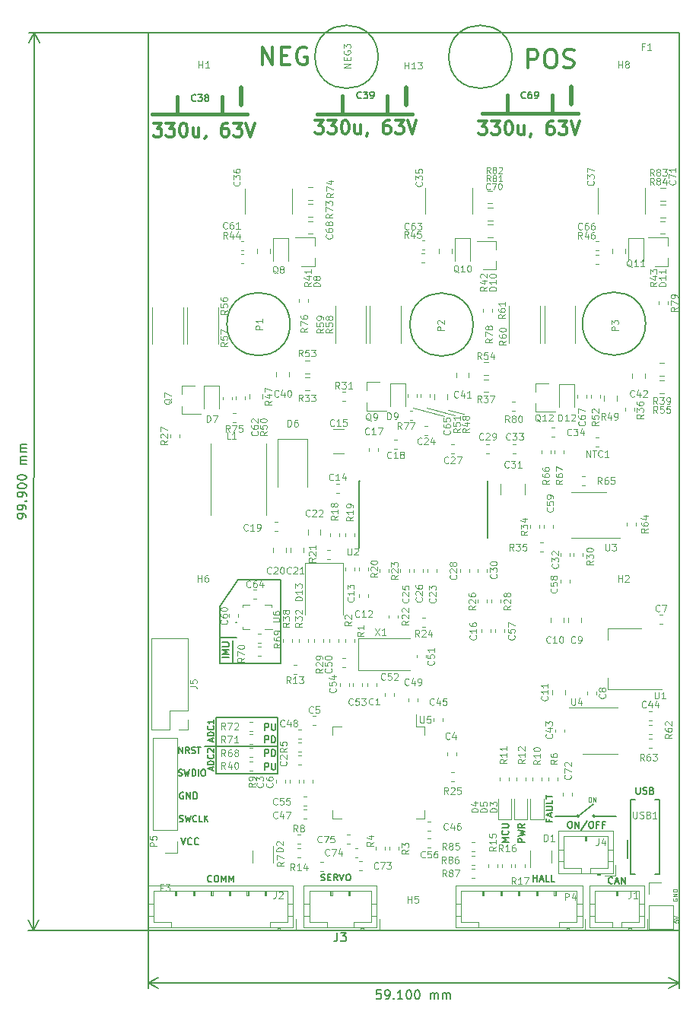
<source format=gbr>
G04 #@! TF.GenerationSoftware,KiCad,Pcbnew,(5.1.5)-3*
G04 #@! TF.CreationDate,2020-08-20T12:00:54-05:00*
G04 #@! TF.ProjectId,Cheap FOCer 2 60mm,43686561-7020-4464-9f43-657220322036,0.9*
G04 #@! TF.SameCoordinates,PX6979f40PYa1135a0*
G04 #@! TF.FileFunction,Legend,Top*
G04 #@! TF.FilePolarity,Positive*
%FSLAX46Y46*%
G04 Gerber Fmt 4.6, Leading zero omitted, Abs format (unit mm)*
G04 Created by KiCad (PCBNEW (5.1.5)-3) date 2020-08-20 12:00:54*
%MOMM*%
%LPD*%
G04 APERTURE LIST*
%ADD10C,0.100000*%
%ADD11C,0.150000*%
%ADD12C,0.175000*%
%ADD13C,0.187500*%
%ADD14C,0.140000*%
%ADD15C,0.300000*%
%ADD16C,0.120000*%
%ADD17C,0.500000*%
%ADD18C,0.381000*%
G04 APERTURE END LIST*
D10*
X33400000Y57900000D02*
X35200000Y57500000D01*
X31000000Y58100000D02*
X34200000Y57300000D01*
X29500000Y58100000D02*
X33000000Y57200000D01*
D11*
X-13548293Y45905774D02*
X-13548246Y46096251D01*
X-13595841Y46191501D01*
X-13643448Y46239132D01*
X-13786281Y46334405D01*
X-13976746Y46382072D01*
X-14357698Y46382167D01*
X-14452948Y46334572D01*
X-14500579Y46286965D01*
X-14548222Y46191739D01*
X-14548270Y46001263D01*
X-14500674Y45906013D01*
X-14453067Y45858382D01*
X-14357841Y45810739D01*
X-14119746Y45810679D01*
X-14024496Y45858274D01*
X-13976865Y45905882D01*
X-13929222Y46001108D01*
X-13929174Y46191584D01*
X-13976770Y46286834D01*
X-14024377Y46334465D01*
X-14119603Y46382108D01*
X-13548055Y46858155D02*
X-13548007Y47048631D01*
X-13595603Y47143881D01*
X-13643210Y47191512D01*
X-13786043Y47286786D01*
X-13976507Y47334453D01*
X-14357460Y47334548D01*
X-14452710Y47286953D01*
X-14500341Y47239346D01*
X-14547984Y47144120D01*
X-14548031Y46953644D01*
X-14500436Y46858394D01*
X-14452829Y46810763D01*
X-14357603Y46763120D01*
X-14119508Y46763060D01*
X-14024258Y46810655D01*
X-13976627Y46858263D01*
X-13928984Y46953489D01*
X-13928936Y47143965D01*
X-13976531Y47239215D01*
X-14024138Y47286846D01*
X-14119365Y47334489D01*
X-13643067Y47762941D02*
X-13595436Y47810548D01*
X-13547829Y47762917D01*
X-13595460Y47715310D01*
X-13643067Y47762941D01*
X-13547829Y47762917D01*
X-13547698Y48286727D02*
X-13547650Y48477203D01*
X-13595245Y48572453D01*
X-13642852Y48620084D01*
X-13785686Y48715358D01*
X-13976150Y48763024D01*
X-14357102Y48763120D01*
X-14452352Y48715525D01*
X-14499983Y48667917D01*
X-14547626Y48572691D01*
X-14547674Y48382215D01*
X-14500079Y48286965D01*
X-14452471Y48239334D01*
X-14357245Y48191691D01*
X-14119150Y48191632D01*
X-14023900Y48239227D01*
X-13976269Y48286834D01*
X-13928626Y48382060D01*
X-13928579Y48572536D01*
X-13976174Y48667786D01*
X-14023781Y48715417D01*
X-14119007Y48763060D01*
X-14547424Y49382215D02*
X-14547400Y49477453D01*
X-14499757Y49572679D01*
X-14452126Y49620286D01*
X-14356876Y49667882D01*
X-14166388Y49715453D01*
X-13928293Y49715393D01*
X-13737828Y49667727D01*
X-13642602Y49620084D01*
X-13594995Y49572453D01*
X-13547400Y49477203D01*
X-13547424Y49381965D01*
X-13595066Y49286739D01*
X-13642697Y49239131D01*
X-13737947Y49191536D01*
X-13928436Y49143965D01*
X-14166531Y49144024D01*
X-14356995Y49191691D01*
X-14452221Y49239334D01*
X-14499828Y49286965D01*
X-14547424Y49382215D01*
X-14547185Y50334596D02*
X-14547161Y50429834D01*
X-14499518Y50525060D01*
X-14451888Y50572667D01*
X-14356638Y50620263D01*
X-14166149Y50667834D01*
X-13928054Y50667774D01*
X-13737590Y50620108D01*
X-13642364Y50572465D01*
X-13594757Y50524834D01*
X-13547161Y50429584D01*
X-13547185Y50334346D01*
X-13594828Y50239119D01*
X-13642459Y50191512D01*
X-13737709Y50143917D01*
X-13928197Y50096346D01*
X-14166292Y50096405D01*
X-14356757Y50144072D01*
X-14451983Y50191715D01*
X-14499590Y50239346D01*
X-14547185Y50334596D01*
X-13546804Y51858155D02*
X-14213471Y51858322D01*
X-14118232Y51858298D02*
X-14165840Y51905929D01*
X-14213435Y52001179D01*
X-14213399Y52144036D01*
X-14165756Y52239262D01*
X-14070506Y52286858D01*
X-13546697Y52286727D01*
X-14070506Y52286858D02*
X-14165732Y52334501D01*
X-14213328Y52429751D01*
X-14213292Y52572608D01*
X-14165649Y52667834D01*
X-14070399Y52715429D01*
X-13546589Y52715298D01*
X-13546470Y53191488D02*
X-14213137Y53191655D01*
X-14117899Y53191631D02*
X-14165506Y53239262D01*
X-14213101Y53334512D01*
X-14213065Y53477370D01*
X-14165422Y53572596D01*
X-14070172Y53620191D01*
X-13546363Y53620060D01*
X-14070172Y53620191D02*
X-14165399Y53667834D01*
X-14212994Y53763084D01*
X-14212958Y53905941D01*
X-14165315Y54001167D01*
X-14070065Y54048762D01*
X-13546256Y54048631D01*
X-12712161Y3181D02*
X-12687161Y99903181D01*
X0Y0D02*
X-13298581Y3328D01*
X25000Y99900000D02*
X-13273581Y99903328D01*
X-12687161Y99903181D02*
X-12101022Y98776531D01*
X-12687161Y99903181D02*
X-13273864Y98776824D01*
X-12712161Y3181D02*
X-12125458Y1129538D01*
X-12712161Y3181D02*
X-13298300Y1129831D01*
X9900000Y32600000D02*
X8000000Y32600000D01*
X9400000Y29700000D02*
X9400000Y32200000D01*
X10000000Y39000000D02*
X8000000Y36000000D01*
D12*
X7116666Y17800000D02*
X7116666Y18133334D01*
X7316666Y17733334D02*
X6616666Y17966667D01*
X7316666Y18200000D01*
X7316666Y18433334D02*
X6616666Y18433334D01*
X6616666Y18600000D01*
X6650000Y18700000D01*
X6716666Y18766667D01*
X6783333Y18800000D01*
X6916666Y18833334D01*
X7016666Y18833334D01*
X7150000Y18800000D01*
X7216666Y18766667D01*
X7283333Y18700000D01*
X7316666Y18600000D01*
X7316666Y18433334D01*
X7250000Y19533334D02*
X7283333Y19500000D01*
X7316666Y19400000D01*
X7316666Y19333334D01*
X7283333Y19233334D01*
X7216666Y19166667D01*
X7150000Y19133334D01*
X7016666Y19100000D01*
X6916666Y19100000D01*
X6783333Y19133334D01*
X6716666Y19166667D01*
X6650000Y19233334D01*
X6616666Y19333334D01*
X6616666Y19400000D01*
X6650000Y19500000D01*
X6683333Y19533334D01*
X6683333Y19800000D02*
X6650000Y19833334D01*
X6616666Y19900000D01*
X6616666Y20066667D01*
X6650000Y20133334D01*
X6683333Y20166667D01*
X6750000Y20200000D01*
X6816666Y20200000D01*
X6916666Y20166667D01*
X7316666Y19766667D01*
X7316666Y20200000D01*
X7116666Y21000000D02*
X7116666Y21333334D01*
X7316666Y20933334D02*
X6616666Y21166667D01*
X7316666Y21400000D01*
X7316666Y21633334D02*
X6616666Y21633334D01*
X6616666Y21800000D01*
X6650000Y21900000D01*
X6716666Y21966667D01*
X6783333Y22000000D01*
X6916666Y22033334D01*
X7016666Y22033334D01*
X7150000Y22000000D01*
X7216666Y21966667D01*
X7283333Y21900000D01*
X7316666Y21800000D01*
X7316666Y21633334D01*
X7250000Y22733334D02*
X7283333Y22700000D01*
X7316666Y22600000D01*
X7316666Y22533334D01*
X7283333Y22433334D01*
X7216666Y22366667D01*
X7150000Y22333334D01*
X7016666Y22300000D01*
X6916666Y22300000D01*
X6783333Y22333334D01*
X6716666Y22366667D01*
X6650000Y22433334D01*
X6616666Y22533334D01*
X6616666Y22600000D01*
X6650000Y22700000D01*
X6683333Y22733334D01*
X7316666Y23400000D02*
X7316666Y23000000D01*
X7316666Y23200000D02*
X6616666Y23200000D01*
X6716666Y23133334D01*
X6783333Y23066667D01*
X6816666Y23000000D01*
D11*
X14400000Y20500000D02*
X6300000Y20500000D01*
D13*
X13028571Y20860715D02*
X13028571Y21610715D01*
X13314285Y21610715D01*
X13385714Y21575000D01*
X13421428Y21539286D01*
X13457142Y21467858D01*
X13457142Y21360715D01*
X13421428Y21289286D01*
X13385714Y21253572D01*
X13314285Y21217858D01*
X13028571Y21217858D01*
X13778571Y20860715D02*
X13778571Y21610715D01*
X13957142Y21610715D01*
X14064285Y21575000D01*
X14135714Y21503572D01*
X14171428Y21432143D01*
X14207142Y21289286D01*
X14207142Y21182143D01*
X14171428Y21039286D01*
X14135714Y20967858D01*
X14064285Y20896429D01*
X13957142Y20860715D01*
X13778571Y20860715D01*
X13028571Y19360715D02*
X13028571Y20110715D01*
X13314285Y20110715D01*
X13385714Y20075000D01*
X13421428Y20039286D01*
X13457142Y19967858D01*
X13457142Y19860715D01*
X13421428Y19789286D01*
X13385714Y19753572D01*
X13314285Y19717858D01*
X13028571Y19717858D01*
X13778571Y19360715D02*
X13778571Y20110715D01*
X13957142Y20110715D01*
X14064285Y20075000D01*
X14135714Y20003572D01*
X14171428Y19932143D01*
X14207142Y19789286D01*
X14207142Y19682143D01*
X14171428Y19539286D01*
X14135714Y19467858D01*
X14064285Y19396429D01*
X13957142Y19360715D01*
X13778571Y19360715D01*
X13010714Y17860715D02*
X13010714Y18610715D01*
X13296428Y18610715D01*
X13367857Y18575000D01*
X13403571Y18539286D01*
X13439285Y18467858D01*
X13439285Y18360715D01*
X13403571Y18289286D01*
X13367857Y18253572D01*
X13296428Y18217858D01*
X13010714Y18217858D01*
X13760714Y18610715D02*
X13760714Y18003572D01*
X13796428Y17932143D01*
X13832142Y17896429D01*
X13903571Y17860715D01*
X14046428Y17860715D01*
X14117857Y17896429D01*
X14153571Y17932143D01*
X14189285Y18003572D01*
X14189285Y18610715D01*
X13010714Y22260715D02*
X13010714Y23010715D01*
X13296428Y23010715D01*
X13367857Y22975000D01*
X13403571Y22939286D01*
X13439285Y22867858D01*
X13439285Y22760715D01*
X13403571Y22689286D01*
X13367857Y22653572D01*
X13296428Y22617858D01*
X13010714Y22617858D01*
X13760714Y23010715D02*
X13760714Y22403572D01*
X13796428Y22332143D01*
X13832142Y22296429D01*
X13903571Y22260715D01*
X14046428Y22260715D01*
X14117857Y22296429D01*
X14153571Y22332143D01*
X14189285Y22403572D01*
X14189285Y23010715D01*
D11*
X7600000Y17400000D02*
X7600000Y23700000D01*
X14400000Y23700000D02*
X7600000Y23700000D01*
X14400000Y17400000D02*
X14400000Y23700000D01*
X7600000Y17400000D02*
X14400000Y17400000D01*
X9900000Y34300000D02*
X9800000Y34300000D01*
D13*
X9039285Y30378572D02*
X8289285Y30378572D01*
X9039285Y30735715D02*
X8289285Y30735715D01*
X8825000Y30985715D01*
X8289285Y31235715D01*
X9039285Y31235715D01*
X8289285Y31592858D02*
X8896428Y31592858D01*
X8967857Y31628572D01*
X9003571Y31664286D01*
X9039285Y31735715D01*
X9039285Y31878572D01*
X9003571Y31950000D01*
X8967857Y31985715D01*
X8896428Y32021429D01*
X8289285Y32021429D01*
D11*
X14800000Y39000000D02*
X10000000Y39000000D01*
X14800000Y29700000D02*
X14800000Y39000000D01*
X8100000Y29700000D02*
X14800000Y29700000D01*
X8000000Y36000000D02*
X8000000Y29700000D01*
D13*
X40139285Y9782143D02*
X39389285Y9782143D01*
X39925000Y10032143D01*
X39389285Y10282143D01*
X40139285Y10282143D01*
X40067857Y11067858D02*
X40103571Y11032143D01*
X40139285Y10925000D01*
X40139285Y10853572D01*
X40103571Y10746429D01*
X40032142Y10675000D01*
X39960714Y10639286D01*
X39817857Y10603572D01*
X39710714Y10603572D01*
X39567857Y10639286D01*
X39496428Y10675000D01*
X39425000Y10746429D01*
X39389285Y10853572D01*
X39389285Y10925000D01*
X39425000Y11032143D01*
X39460714Y11067858D01*
X39389285Y11389286D02*
X39996428Y11389286D01*
X40067857Y11425000D01*
X40103571Y11460715D01*
X40139285Y11532143D01*
X40139285Y11675000D01*
X40103571Y11746429D01*
X40067857Y11782143D01*
X39996428Y11817858D01*
X39389285Y11817858D01*
X44646428Y12303572D02*
X44646428Y12053572D01*
X45039285Y12053572D02*
X44289285Y12053572D01*
X44289285Y12410715D01*
X44825000Y12660715D02*
X44825000Y13017858D01*
X45039285Y12589286D02*
X44289285Y12839286D01*
X45039285Y13089286D01*
X44289285Y13339286D02*
X44896428Y13339286D01*
X44967857Y13375000D01*
X45003571Y13410715D01*
X45039285Y13482143D01*
X45039285Y13625000D01*
X45003571Y13696429D01*
X44967857Y13732143D01*
X44896428Y13767858D01*
X44289285Y13767858D01*
X45039285Y14482143D02*
X45039285Y14125000D01*
X44289285Y14125000D01*
X44289285Y14625000D02*
X44289285Y15053572D01*
X45039285Y14839286D02*
X44289285Y14839286D01*
X41939285Y9800000D02*
X41189285Y9800000D01*
X41189285Y10085715D01*
X41225000Y10157143D01*
X41260714Y10192858D01*
X41332142Y10228572D01*
X41439285Y10228572D01*
X41510714Y10192858D01*
X41546428Y10157143D01*
X41582142Y10085715D01*
X41582142Y9800000D01*
X41189285Y10478572D02*
X41939285Y10657143D01*
X41403571Y10800000D01*
X41939285Y10942858D01*
X41189285Y11121429D01*
X41939285Y11835715D02*
X41582142Y11585715D01*
X41939285Y11407143D02*
X41189285Y11407143D01*
X41189285Y11692858D01*
X41225000Y11764286D01*
X41260714Y11800000D01*
X41332142Y11835715D01*
X41439285Y11835715D01*
X41510714Y11800000D01*
X41546428Y11764286D01*
X41582142Y11692858D01*
X41582142Y11407143D01*
D10*
X49140476Y14773810D02*
X49235714Y14773810D01*
X49283333Y14750000D01*
X49330952Y14702381D01*
X49354761Y14607143D01*
X49354761Y14440477D01*
X49330952Y14345239D01*
X49283333Y14297620D01*
X49235714Y14273810D01*
X49140476Y14273810D01*
X49092857Y14297620D01*
X49045238Y14345239D01*
X49021428Y14440477D01*
X49021428Y14607143D01*
X49045238Y14702381D01*
X49092857Y14750000D01*
X49140476Y14773810D01*
X49569047Y14273810D02*
X49569047Y14773810D01*
X49854761Y14273810D01*
X49854761Y14773810D01*
D11*
X49791421Y12700000D02*
G75*
G03X49791421Y12700000I-141421J0D01*
G01*
X47991421Y12700000D02*
G75*
G03X47991421Y12700000I-141421J0D01*
G01*
X49650000Y12700000D02*
X52150000Y12700000D01*
X47850000Y12700000D02*
X49550000Y14000000D01*
X45350000Y12700000D02*
X47850000Y12700000D01*
D10*
X58450000Y3519048D02*
X58426190Y3471429D01*
X58426190Y3400000D01*
X58450000Y3328572D01*
X58497619Y3280953D01*
X58545238Y3257143D01*
X58640476Y3233334D01*
X58711904Y3233334D01*
X58807142Y3257143D01*
X58854761Y3280953D01*
X58902380Y3328572D01*
X58926190Y3400000D01*
X58926190Y3447620D01*
X58902380Y3519048D01*
X58878571Y3542858D01*
X58711904Y3542858D01*
X58711904Y3447620D01*
X58926190Y3757143D02*
X58426190Y3757143D01*
X58926190Y4042858D01*
X58426190Y4042858D01*
X58926190Y4280953D02*
X58426190Y4280953D01*
X58426190Y4400000D01*
X58450000Y4471429D01*
X58497619Y4519048D01*
X58545238Y4542858D01*
X58640476Y4566667D01*
X58711904Y4566667D01*
X58807142Y4542858D01*
X58854761Y4519048D01*
X58902380Y4471429D01*
X58926190Y4400000D01*
X58926190Y4280953D01*
X58526190Y1104762D02*
X58526190Y866667D01*
X58764285Y842858D01*
X58740476Y866667D01*
X58716666Y914286D01*
X58716666Y1033334D01*
X58740476Y1080953D01*
X58764285Y1104762D01*
X58811904Y1128572D01*
X58930952Y1128572D01*
X58978571Y1104762D01*
X59002380Y1080953D01*
X59026190Y1033334D01*
X59026190Y914286D01*
X59002380Y866667D01*
X58978571Y842858D01*
X58526190Y1271429D02*
X59026190Y1438096D01*
X58526190Y1604762D01*
D13*
X54353571Y15910715D02*
X54353571Y15303572D01*
X54389285Y15232143D01*
X54425000Y15196429D01*
X54496428Y15160715D01*
X54639285Y15160715D01*
X54710714Y15196429D01*
X54746428Y15232143D01*
X54782142Y15303572D01*
X54782142Y15910715D01*
X55103571Y15196429D02*
X55210714Y15160715D01*
X55389285Y15160715D01*
X55460714Y15196429D01*
X55496428Y15232143D01*
X55532142Y15303572D01*
X55532142Y15375000D01*
X55496428Y15446429D01*
X55460714Y15482143D01*
X55389285Y15517858D01*
X55246428Y15553572D01*
X55175000Y15589286D01*
X55139285Y15625000D01*
X55103571Y15696429D01*
X55103571Y15767858D01*
X55139285Y15839286D01*
X55175000Y15875000D01*
X55246428Y15910715D01*
X55425000Y15910715D01*
X55532142Y15875000D01*
X56103571Y15553572D02*
X56210714Y15517858D01*
X56246428Y15482143D01*
X56282142Y15410715D01*
X56282142Y15303572D01*
X56246428Y15232143D01*
X56210714Y15196429D01*
X56139285Y15160715D01*
X55853571Y15160715D01*
X55853571Y15910715D01*
X56103571Y15910715D01*
X56175000Y15875000D01*
X56210714Y15839286D01*
X56246428Y15767858D01*
X56246428Y15696429D01*
X56210714Y15625000D01*
X56175000Y15589286D01*
X56103571Y15553572D01*
X55853571Y15553572D01*
X46907142Y12110715D02*
X47050000Y12110715D01*
X47121428Y12075000D01*
X47192857Y12003572D01*
X47228571Y11860715D01*
X47228571Y11610715D01*
X47192857Y11467858D01*
X47121428Y11396429D01*
X47050000Y11360715D01*
X46907142Y11360715D01*
X46835714Y11396429D01*
X46764285Y11467858D01*
X46728571Y11610715D01*
X46728571Y11860715D01*
X46764285Y12003572D01*
X46835714Y12075000D01*
X46907142Y12110715D01*
X47550000Y11360715D02*
X47550000Y12110715D01*
X47978571Y11360715D01*
X47978571Y12110715D01*
X48871428Y12146429D02*
X48228571Y11182143D01*
X49264285Y12110715D02*
X49407142Y12110715D01*
X49478571Y12075000D01*
X49550000Y12003572D01*
X49585714Y11860715D01*
X49585714Y11610715D01*
X49550000Y11467858D01*
X49478571Y11396429D01*
X49407142Y11360715D01*
X49264285Y11360715D01*
X49192857Y11396429D01*
X49121428Y11467858D01*
X49085714Y11610715D01*
X49085714Y11860715D01*
X49121428Y12003572D01*
X49192857Y12075000D01*
X49264285Y12110715D01*
X50157142Y11753572D02*
X49907142Y11753572D01*
X49907142Y11360715D02*
X49907142Y12110715D01*
X50264285Y12110715D01*
X50800000Y11753572D02*
X50550000Y11753572D01*
X50550000Y11360715D02*
X50550000Y12110715D01*
X50907142Y12110715D01*
X51717857Y5232143D02*
X51682142Y5196429D01*
X51575000Y5160715D01*
X51503571Y5160715D01*
X51396428Y5196429D01*
X51325000Y5267858D01*
X51289285Y5339286D01*
X51253571Y5482143D01*
X51253571Y5589286D01*
X51289285Y5732143D01*
X51325000Y5803572D01*
X51396428Y5875000D01*
X51503571Y5910715D01*
X51575000Y5910715D01*
X51682142Y5875000D01*
X51717857Y5839286D01*
X52003571Y5375000D02*
X52360714Y5375000D01*
X51932142Y5160715D02*
X52182142Y5910715D01*
X52432142Y5160715D01*
X52682142Y5160715D02*
X52682142Y5910715D01*
X53110714Y5160715D01*
X53110714Y5910715D01*
X42857142Y5410715D02*
X42857142Y6160715D01*
X42857142Y5803572D02*
X43285714Y5803572D01*
X43285714Y5410715D02*
X43285714Y6160715D01*
X43607142Y5625000D02*
X43964285Y5625000D01*
X43535714Y5410715D02*
X43785714Y6160715D01*
X44035714Y5410715D01*
X44642857Y5410715D02*
X44285714Y5410715D01*
X44285714Y6160715D01*
X45250000Y5410715D02*
X44892857Y5410715D01*
X44892857Y6160715D01*
D14*
X19257142Y5586905D02*
X19364285Y5555953D01*
X19542857Y5555953D01*
X19614285Y5586905D01*
X19650000Y5617858D01*
X19685714Y5679762D01*
X19685714Y5741667D01*
X19650000Y5803572D01*
X19614285Y5834524D01*
X19542857Y5865477D01*
X19400000Y5896429D01*
X19328571Y5927381D01*
X19292857Y5958334D01*
X19257142Y6020239D01*
X19257142Y6082143D01*
X19292857Y6144048D01*
X19328571Y6175000D01*
X19400000Y6205953D01*
X19578571Y6205953D01*
X19685714Y6175000D01*
X20007142Y5896429D02*
X20257142Y5896429D01*
X20364285Y5555953D02*
X20007142Y5555953D01*
X20007142Y6205953D01*
X20364285Y6205953D01*
X21114285Y5555953D02*
X20864285Y5865477D01*
X20685714Y5555953D02*
X20685714Y6205953D01*
X20971428Y6205953D01*
X21042857Y6175000D01*
X21078571Y6144048D01*
X21114285Y6082143D01*
X21114285Y5989286D01*
X21078571Y5927381D01*
X21042857Y5896429D01*
X20971428Y5865477D01*
X20685714Y5865477D01*
X21328571Y6205953D02*
X21578571Y5555953D01*
X21828571Y6205953D01*
X22221428Y6205953D02*
X22364285Y6205953D01*
X22435714Y6175000D01*
X22507142Y6113096D01*
X22542857Y5989286D01*
X22542857Y5772620D01*
X22507142Y5648810D01*
X22435714Y5586905D01*
X22364285Y5555953D01*
X22221428Y5555953D01*
X22150000Y5586905D01*
X22078571Y5648810D01*
X22042857Y5772620D01*
X22042857Y5989286D01*
X22078571Y6113096D01*
X22150000Y6175000D01*
X22221428Y6205953D01*
D13*
X7082142Y5432143D02*
X7046428Y5396429D01*
X6939285Y5360715D01*
X6867857Y5360715D01*
X6760714Y5396429D01*
X6689285Y5467858D01*
X6653571Y5539286D01*
X6617857Y5682143D01*
X6617857Y5789286D01*
X6653571Y5932143D01*
X6689285Y6003572D01*
X6760714Y6075000D01*
X6867857Y6110715D01*
X6939285Y6110715D01*
X7046428Y6075000D01*
X7082142Y6039286D01*
X7546428Y6110715D02*
X7689285Y6110715D01*
X7760714Y6075000D01*
X7832142Y6003572D01*
X7867857Y5860715D01*
X7867857Y5610715D01*
X7832142Y5467858D01*
X7760714Y5396429D01*
X7689285Y5360715D01*
X7546428Y5360715D01*
X7475000Y5396429D01*
X7403571Y5467858D01*
X7367857Y5610715D01*
X7367857Y5860715D01*
X7403571Y6003572D01*
X7475000Y6075000D01*
X7546428Y6110715D01*
X8189285Y5360715D02*
X8189285Y6110715D01*
X8439285Y5575000D01*
X8689285Y6110715D01*
X8689285Y5360715D01*
X9046428Y5360715D02*
X9046428Y6110715D01*
X9296428Y5575000D01*
X9546428Y6110715D01*
X9546428Y5360715D01*
D11*
X59100000Y99900000D02*
X25000Y99900000D01*
X0Y0D02*
X59100000Y0D01*
X25000Y99900000D02*
X0Y0D01*
X59100000Y0D02*
X59100000Y99900000D01*
D13*
X3928571Y15325000D02*
X3857142Y15360715D01*
X3750000Y15360715D01*
X3642857Y15325000D01*
X3571428Y15253572D01*
X3535714Y15182143D01*
X3500000Y15039286D01*
X3500000Y14932143D01*
X3535714Y14789286D01*
X3571428Y14717858D01*
X3642857Y14646429D01*
X3750000Y14610715D01*
X3821428Y14610715D01*
X3928571Y14646429D01*
X3964285Y14682143D01*
X3964285Y14932143D01*
X3821428Y14932143D01*
X4285714Y14610715D02*
X4285714Y15360715D01*
X4714285Y14610715D01*
X4714285Y15360715D01*
X5071428Y14610715D02*
X5071428Y15360715D01*
X5250000Y15360715D01*
X5357142Y15325000D01*
X5428571Y15253572D01*
X5464285Y15182143D01*
X5500000Y15039286D01*
X5500000Y14932143D01*
X5464285Y14789286D01*
X5428571Y14717858D01*
X5357142Y14646429D01*
X5250000Y14610715D01*
X5071428Y14610715D01*
D12*
X3450000Y19683334D02*
X3450000Y20383334D01*
X3850000Y19683334D01*
X3850000Y20383334D01*
X4583333Y19683334D02*
X4350000Y20016667D01*
X4183333Y19683334D02*
X4183333Y20383334D01*
X4450000Y20383334D01*
X4516666Y20350000D01*
X4550000Y20316667D01*
X4583333Y20250000D01*
X4583333Y20150000D01*
X4550000Y20083334D01*
X4516666Y20050000D01*
X4450000Y20016667D01*
X4183333Y20016667D01*
X4850000Y19716667D02*
X4950000Y19683334D01*
X5116666Y19683334D01*
X5183333Y19716667D01*
X5216666Y19750000D01*
X5250000Y19816667D01*
X5250000Y19883334D01*
X5216666Y19950000D01*
X5183333Y19983334D01*
X5116666Y20016667D01*
X4983333Y20050000D01*
X4916666Y20083334D01*
X4883333Y20116667D01*
X4850000Y20183334D01*
X4850000Y20250000D01*
X4883333Y20316667D01*
X4916666Y20350000D01*
X4983333Y20383334D01*
X5150000Y20383334D01*
X5250000Y20350000D01*
X5450000Y20383334D02*
X5850000Y20383334D01*
X5650000Y19683334D02*
X5650000Y20383334D01*
D15*
X42276190Y95995239D02*
X42276190Y97995239D01*
X43038095Y97995239D01*
X43228571Y97900000D01*
X43323809Y97804762D01*
X43419047Y97614286D01*
X43419047Y97328572D01*
X43323809Y97138096D01*
X43228571Y97042858D01*
X43038095Y96947620D01*
X42276190Y96947620D01*
X44657142Y97995239D02*
X45038095Y97995239D01*
X45228571Y97900000D01*
X45419047Y97709524D01*
X45514285Y97328572D01*
X45514285Y96661905D01*
X45419047Y96280953D01*
X45228571Y96090477D01*
X45038095Y95995239D01*
X44657142Y95995239D01*
X44466666Y96090477D01*
X44276190Y96280953D01*
X44180952Y96661905D01*
X44180952Y97328572D01*
X44276190Y97709524D01*
X44466666Y97900000D01*
X44657142Y97995239D01*
X46276190Y96090477D02*
X46561904Y95995239D01*
X47038095Y95995239D01*
X47228571Y96090477D01*
X47323809Y96185715D01*
X47419047Y96376191D01*
X47419047Y96566667D01*
X47323809Y96757143D01*
X47228571Y96852381D01*
X47038095Y96947620D01*
X46657142Y97042858D01*
X46466666Y97138096D01*
X46371428Y97233334D01*
X46276190Y97423810D01*
X46276190Y97614286D01*
X46371428Y97804762D01*
X46466666Y97900000D01*
X46657142Y97995239D01*
X47133333Y97995239D01*
X47419047Y97900000D01*
D13*
X3700000Y10260715D02*
X3950000Y9510715D01*
X4200000Y10260715D01*
X4878571Y9582143D02*
X4842857Y9546429D01*
X4735714Y9510715D01*
X4664285Y9510715D01*
X4557142Y9546429D01*
X4485714Y9617858D01*
X4450000Y9689286D01*
X4414285Y9832143D01*
X4414285Y9939286D01*
X4450000Y10082143D01*
X4485714Y10153572D01*
X4557142Y10225000D01*
X4664285Y10260715D01*
X4735714Y10260715D01*
X4842857Y10225000D01*
X4878571Y10189286D01*
X5628571Y9582143D02*
X5592857Y9546429D01*
X5485714Y9510715D01*
X5414285Y9510715D01*
X5307142Y9546429D01*
X5235714Y9617858D01*
X5200000Y9689286D01*
X5164285Y9832143D01*
X5164285Y9939286D01*
X5200000Y10082143D01*
X5235714Y10153572D01*
X5307142Y10225000D01*
X5414285Y10260715D01*
X5485714Y10260715D01*
X5592857Y10225000D01*
X5628571Y10189286D01*
D15*
X12723809Y96295239D02*
X12723809Y98295239D01*
X13866666Y96295239D01*
X13866666Y98295239D01*
X14819047Y97342858D02*
X15485714Y97342858D01*
X15771428Y96295239D02*
X14819047Y96295239D01*
X14819047Y98295239D01*
X15771428Y98295239D01*
X17676190Y98200000D02*
X17485714Y98295239D01*
X17200000Y98295239D01*
X16914285Y98200000D01*
X16723809Y98009524D01*
X16628571Y97819048D01*
X16533333Y97438096D01*
X16533333Y97152381D01*
X16628571Y96771429D01*
X16723809Y96580953D01*
X16914285Y96390477D01*
X17200000Y96295239D01*
X17390476Y96295239D01*
X17676190Y96390477D01*
X17771428Y96485715D01*
X17771428Y97152381D01*
X17390476Y97152381D01*
D11*
X3516666Y12116667D02*
X3616666Y12083334D01*
X3783333Y12083334D01*
X3850000Y12116667D01*
X3883333Y12150000D01*
X3916666Y12216667D01*
X3916666Y12283334D01*
X3883333Y12350000D01*
X3850000Y12383334D01*
X3783333Y12416667D01*
X3650000Y12450000D01*
X3583333Y12483334D01*
X3550000Y12516667D01*
X3516666Y12583334D01*
X3516666Y12650000D01*
X3550000Y12716667D01*
X3583333Y12750000D01*
X3650000Y12783334D01*
X3816666Y12783334D01*
X3916666Y12750000D01*
X4150000Y12783334D02*
X4316666Y12083334D01*
X4450000Y12583334D01*
X4583333Y12083334D01*
X4750000Y12783334D01*
X5416666Y12150000D02*
X5383333Y12116667D01*
X5283333Y12083334D01*
X5216666Y12083334D01*
X5116666Y12116667D01*
X5050000Y12183334D01*
X5016666Y12250000D01*
X4983333Y12383334D01*
X4983333Y12483334D01*
X5016666Y12616667D01*
X5050000Y12683334D01*
X5116666Y12750000D01*
X5216666Y12783334D01*
X5283333Y12783334D01*
X5383333Y12750000D01*
X5416666Y12716667D01*
X6050000Y12083334D02*
X5716666Y12083334D01*
X5716666Y12783334D01*
X6283333Y12083334D02*
X6283333Y12783334D01*
X6683333Y12083334D02*
X6383333Y12483334D01*
X6683333Y12783334D02*
X6283333Y12383334D01*
D12*
X3416666Y17216667D02*
X3516666Y17183334D01*
X3683333Y17183334D01*
X3750000Y17216667D01*
X3783333Y17250000D01*
X3816666Y17316667D01*
X3816666Y17383334D01*
X3783333Y17450000D01*
X3750000Y17483334D01*
X3683333Y17516667D01*
X3550000Y17550000D01*
X3483333Y17583334D01*
X3450000Y17616667D01*
X3416666Y17683334D01*
X3416666Y17750000D01*
X3450000Y17816667D01*
X3483333Y17850000D01*
X3550000Y17883334D01*
X3716666Y17883334D01*
X3816666Y17850000D01*
X4050000Y17883334D02*
X4216666Y17183334D01*
X4350000Y17683334D01*
X4483333Y17183334D01*
X4650000Y17883334D01*
X4916666Y17183334D02*
X4916666Y17883334D01*
X5083333Y17883334D01*
X5183333Y17850000D01*
X5250000Y17783334D01*
X5283333Y17716667D01*
X5316666Y17583334D01*
X5316666Y17483334D01*
X5283333Y17350000D01*
X5250000Y17283334D01*
X5183333Y17216667D01*
X5083333Y17183334D01*
X4916666Y17183334D01*
X5616666Y17183334D02*
X5616666Y17883334D01*
X6083333Y17883334D02*
X6216666Y17883334D01*
X6283333Y17850000D01*
X6350000Y17783334D01*
X6383333Y17650000D01*
X6383333Y17416667D01*
X6350000Y17283334D01*
X6283333Y17216667D01*
X6216666Y17183334D01*
X6083333Y17183334D01*
X6016666Y17216667D01*
X5950000Y17283334D01*
X5916666Y17416667D01*
X5916666Y17650000D01*
X5950000Y17783334D01*
X6016666Y17850000D01*
X6083333Y17883334D01*
D11*
X25930952Y-6652380D02*
X25454761Y-6652380D01*
X25407142Y-7128571D01*
X25454761Y-7080952D01*
X25550000Y-7033333D01*
X25788095Y-7033333D01*
X25883333Y-7080952D01*
X25930952Y-7128571D01*
X25978571Y-7223809D01*
X25978571Y-7461904D01*
X25930952Y-7557142D01*
X25883333Y-7604761D01*
X25788095Y-7652380D01*
X25550000Y-7652380D01*
X25454761Y-7604761D01*
X25407142Y-7557142D01*
X26454761Y-7652380D02*
X26645238Y-7652380D01*
X26740476Y-7604761D01*
X26788095Y-7557142D01*
X26883333Y-7414285D01*
X26930952Y-7223809D01*
X26930952Y-6842857D01*
X26883333Y-6747619D01*
X26835714Y-6700000D01*
X26740476Y-6652380D01*
X26550000Y-6652380D01*
X26454761Y-6700000D01*
X26407142Y-6747619D01*
X26359523Y-6842857D01*
X26359523Y-7080952D01*
X26407142Y-7176190D01*
X26454761Y-7223809D01*
X26550000Y-7271428D01*
X26740476Y-7271428D01*
X26835714Y-7223809D01*
X26883333Y-7176190D01*
X26930952Y-7080952D01*
X27359523Y-7557142D02*
X27407142Y-7604761D01*
X27359523Y-7652380D01*
X27311904Y-7604761D01*
X27359523Y-7557142D01*
X27359523Y-7652380D01*
X28359523Y-7652380D02*
X27788095Y-7652380D01*
X28073809Y-7652380D02*
X28073809Y-6652380D01*
X27978571Y-6795238D01*
X27883333Y-6890476D01*
X27788095Y-6938095D01*
X28978571Y-6652380D02*
X29073809Y-6652380D01*
X29169047Y-6700000D01*
X29216666Y-6747619D01*
X29264285Y-6842857D01*
X29311904Y-7033333D01*
X29311904Y-7271428D01*
X29264285Y-7461904D01*
X29216666Y-7557142D01*
X29169047Y-7604761D01*
X29073809Y-7652380D01*
X28978571Y-7652380D01*
X28883333Y-7604761D01*
X28835714Y-7557142D01*
X28788095Y-7461904D01*
X28740476Y-7271428D01*
X28740476Y-7033333D01*
X28788095Y-6842857D01*
X28835714Y-6747619D01*
X28883333Y-6700000D01*
X28978571Y-6652380D01*
X29930952Y-6652380D02*
X30026190Y-6652380D01*
X30121428Y-6700000D01*
X30169047Y-6747619D01*
X30216666Y-6842857D01*
X30264285Y-7033333D01*
X30264285Y-7271428D01*
X30216666Y-7461904D01*
X30169047Y-7557142D01*
X30121428Y-7604761D01*
X30026190Y-7652380D01*
X29930952Y-7652380D01*
X29835714Y-7604761D01*
X29788095Y-7557142D01*
X29740476Y-7461904D01*
X29692857Y-7271428D01*
X29692857Y-7033333D01*
X29740476Y-6842857D01*
X29788095Y-6747619D01*
X29835714Y-6700000D01*
X29930952Y-6652380D01*
X31454761Y-7652380D02*
X31454761Y-6985714D01*
X31454761Y-7080952D02*
X31502380Y-7033333D01*
X31597619Y-6985714D01*
X31740476Y-6985714D01*
X31835714Y-7033333D01*
X31883333Y-7128571D01*
X31883333Y-7652380D01*
X31883333Y-7128571D02*
X31930952Y-7033333D01*
X32026190Y-6985714D01*
X32169047Y-6985714D01*
X32264285Y-7033333D01*
X32311904Y-7128571D01*
X32311904Y-7652380D01*
X32788095Y-7652380D02*
X32788095Y-6985714D01*
X32788095Y-7080952D02*
X32835714Y-7033333D01*
X32930952Y-6985714D01*
X33073809Y-6985714D01*
X33169047Y-7033333D01*
X33216666Y-7128571D01*
X33216666Y-7652380D01*
X33216666Y-7128571D02*
X33264285Y-7033333D01*
X33359523Y-6985714D01*
X33502380Y-6985714D01*
X33597619Y-7033333D01*
X33645238Y-7128571D01*
X33645238Y-7652380D01*
X0Y-5900000D02*
X59100000Y-5900000D01*
X0Y0D02*
X0Y-6486421D01*
X59100000Y0D02*
X59100000Y-6486421D01*
X59100000Y-5900000D02*
X57973496Y-6486421D01*
X59100000Y-5900000D02*
X57973496Y-5313579D01*
X0Y-5900000D02*
X1126504Y-6486421D01*
X0Y-5900000D02*
X1126504Y-5313579D01*
D16*
X25460000Y290000D02*
X25460000Y5010000D01*
X25460000Y5010000D02*
X17340000Y5010000D01*
X17340000Y5010000D02*
X17340000Y290000D01*
X17340000Y290000D02*
X25460000Y290000D01*
X23700000Y290000D02*
X23700000Y90000D01*
X23700000Y90000D02*
X24000000Y90000D01*
X24000000Y90000D02*
X24000000Y290000D01*
X23700000Y190000D02*
X24000000Y190000D01*
X22900000Y290000D02*
X22900000Y900000D01*
X22900000Y900000D02*
X24850000Y900000D01*
X24850000Y900000D02*
X24850000Y4400000D01*
X24850000Y4400000D02*
X17950000Y4400000D01*
X17950000Y4400000D02*
X17950000Y900000D01*
X17950000Y900000D02*
X19900000Y900000D01*
X19900000Y900000D02*
X19900000Y290000D01*
X25460000Y1600000D02*
X24850000Y1600000D01*
X25460000Y2900000D02*
X24850000Y2900000D01*
X17340000Y1600000D02*
X17950000Y1600000D01*
X17340000Y2900000D02*
X17950000Y2900000D01*
X22500000Y4400000D02*
X22500000Y3900000D01*
X22500000Y3900000D02*
X22300000Y3900000D01*
X22300000Y3900000D02*
X22300000Y4400000D01*
X22400000Y4400000D02*
X22400000Y3900000D01*
X20500000Y4400000D02*
X20500000Y3900000D01*
X20500000Y3900000D02*
X20300000Y3900000D01*
X20300000Y3900000D02*
X20300000Y4400000D01*
X20400000Y4400000D02*
X20400000Y3900000D01*
X24510000Y-10000D02*
X25760000Y-10000D01*
X25760000Y-10000D02*
X25760000Y1240000D01*
D17*
X47136600Y93900000D02*
X47136600Y91900000D01*
D18*
X37236600Y90900000D02*
X47836600Y90900000D01*
X45036600Y92900000D02*
X45036600Y90900000D01*
X40036600Y92900000D02*
X40036600Y90900000D01*
D17*
X28736600Y93812700D02*
X28736600Y91812700D01*
D18*
X18836600Y90812700D02*
X29436600Y90812700D01*
X26636600Y92812700D02*
X26636600Y90812700D01*
X21636600Y92812700D02*
X21636600Y90812700D01*
D17*
X10336600Y93800000D02*
X10336600Y91800000D01*
D18*
X436600Y90800000D02*
X11036600Y90800000D01*
X8236600Y92800000D02*
X8236600Y90800000D01*
X3236600Y92800000D02*
X3236600Y90800000D01*
D16*
X7950000Y60600000D02*
X7950000Y58050000D01*
X6250000Y60600000D02*
X6250000Y58050000D01*
X7950000Y60600000D02*
X6250000Y60600000D01*
X18560000Y73920000D02*
X17100000Y73920000D01*
X18560000Y77080000D02*
X16400000Y77080000D01*
X18560000Y77080000D02*
X18560000Y76150000D01*
X18560000Y73920000D02*
X18560000Y74850000D01*
X21750000Y40850000D02*
X21750000Y35150000D01*
X17450000Y40850000D02*
X17450000Y35150000D01*
X21750000Y40850000D02*
X17450000Y40850000D01*
X36037221Y5790000D02*
X36362779Y5790000D01*
X36037221Y6810000D02*
X36362779Y6810000D01*
X36037221Y7290000D02*
X36362779Y7290000D01*
X36037221Y8310000D02*
X36362779Y8310000D01*
X36037221Y8765000D02*
X36362779Y8765000D01*
X36037221Y9785000D02*
X36362779Y9785000D01*
X22149721Y9590000D02*
X22475279Y9590000D01*
X22149721Y10610000D02*
X22475279Y10610000D01*
X23037221Y8090000D02*
X23362779Y8090000D01*
X23037221Y9110000D02*
X23362779Y9110000D01*
X23487221Y6640000D02*
X23812779Y6640000D01*
X23487221Y7660000D02*
X23812779Y7660000D01*
X46165000Y15262779D02*
X46165000Y14937221D01*
X47185000Y15262779D02*
X47185000Y14937221D01*
X57061422Y79340000D02*
X57578578Y79340000D01*
X57061422Y80760000D02*
X57578578Y80760000D01*
X57061422Y81190000D02*
X57578578Y81190000D01*
X57061422Y82610000D02*
X57578578Y82610000D01*
X37803922Y80890000D02*
X38321078Y80890000D01*
X37803922Y82310000D02*
X38321078Y82310000D01*
X37841422Y78990000D02*
X38358578Y78990000D01*
X37841422Y80410000D02*
X38358578Y80410000D01*
X57558578Y78910000D02*
X57041422Y78910000D01*
X57558578Y77490000D02*
X57041422Y77490000D01*
X38358578Y78510000D02*
X37841422Y78510000D01*
X38358578Y77090000D02*
X37841422Y77090000D01*
X40862779Y58810000D02*
X40537221Y58810000D01*
X40862779Y57790000D02*
X40537221Y57790000D01*
X56890000Y69962779D02*
X56890000Y69637221D01*
X57910000Y69962779D02*
X57910000Y69637221D01*
X37290000Y69162779D02*
X37290000Y68837221D01*
X38310000Y69162779D02*
X38310000Y68837221D01*
X43140000Y60880000D02*
X44600000Y60880000D01*
X43140000Y57720000D02*
X45300000Y57720000D01*
X43140000Y57720000D02*
X43140000Y58650000D01*
X43140000Y60880000D02*
X43140000Y59950000D01*
X57860000Y73920000D02*
X56400000Y73920000D01*
X57860000Y77080000D02*
X55700000Y77080000D01*
X57860000Y77080000D02*
X57860000Y76150000D01*
X57860000Y73920000D02*
X57860000Y74850000D01*
X38760000Y73520000D02*
X37300000Y73520000D01*
X38760000Y76680000D02*
X36600000Y76680000D01*
X38760000Y76680000D02*
X38760000Y75750000D01*
X38760000Y73520000D02*
X38760000Y74450000D01*
X47450000Y60800000D02*
X47450000Y58250000D01*
X45750000Y60800000D02*
X45750000Y58250000D01*
X47450000Y60800000D02*
X45750000Y60800000D01*
X55150000Y77000000D02*
X55150000Y74450000D01*
X53450000Y77000000D02*
X53450000Y74450000D01*
X55150000Y77000000D02*
X53450000Y77000000D01*
X35850000Y77000000D02*
X35850000Y74450000D01*
X34150000Y77000000D02*
X34150000Y74450000D01*
X35850000Y77000000D02*
X34150000Y77000000D01*
X41960000Y48497936D02*
X41960000Y49702064D01*
X39240000Y48497936D02*
X39240000Y49702064D01*
X20597936Y53040000D02*
X21802064Y53040000D01*
X20597936Y55760000D02*
X21802064Y55760000D01*
X29137221Y56790000D02*
X29462779Y56790000D01*
X29137221Y57810000D02*
X29462779Y57810000D01*
X24340000Y60980000D02*
X25800000Y60980000D01*
X24340000Y57820000D02*
X26500000Y57820000D01*
X24340000Y57820000D02*
X24340000Y58750000D01*
X24340000Y60980000D02*
X24340000Y60050000D01*
X28650000Y60850000D02*
X28650000Y58300000D01*
X26950000Y60850000D02*
X26950000Y58300000D01*
X28650000Y60850000D02*
X26950000Y60850000D01*
X16790000Y70262779D02*
X16790000Y69937221D01*
X17810000Y70262779D02*
X17810000Y69937221D01*
X17841422Y81290000D02*
X18358578Y81290000D01*
X17841422Y82710000D02*
X18358578Y82710000D01*
X8340000Y59362779D02*
X8340000Y59037221D01*
X9360000Y59362779D02*
X9360000Y59037221D01*
X9437221Y56490000D02*
X9762779Y56490000D01*
X9437221Y57510000D02*
X9762779Y57510000D01*
X10810000Y59375279D02*
X10810000Y59049721D01*
X9790000Y59375279D02*
X9790000Y59049721D01*
X17841422Y79390000D02*
X18358578Y79390000D01*
X17841422Y80810000D02*
X18358578Y80810000D01*
X11290000Y59658578D02*
X11290000Y59141422D01*
X12710000Y59658578D02*
X12710000Y59141422D01*
X3740000Y60580000D02*
X5200000Y60580000D01*
X3740000Y57420000D02*
X5900000Y57420000D01*
X3740000Y57420000D02*
X3740000Y58350000D01*
X3740000Y60580000D02*
X3740000Y59650000D01*
X15650000Y77000000D02*
X15650000Y74450000D01*
X13950000Y77000000D02*
X13950000Y74450000D01*
X15650000Y77000000D02*
X13950000Y77000000D01*
X18358578Y78910000D02*
X17841422Y78910000D01*
X18358578Y77490000D02*
X17841422Y77490000D01*
X17750000Y54700000D02*
X17750000Y49300000D01*
X14450000Y54700000D02*
X14450000Y49300000D01*
X17750000Y54700000D02*
X14450000Y54700000D01*
X11662779Y23210000D02*
X11337221Y23210000D01*
X11662779Y22190000D02*
X11337221Y22190000D01*
X11340953Y20756268D02*
X11666511Y20756268D01*
X11340953Y21776268D02*
X11666511Y21776268D01*
X11290953Y19256268D02*
X11616511Y19256268D01*
X11290953Y20276268D02*
X11616511Y20276268D01*
X11287221Y17790000D02*
X11612779Y17790000D01*
X11287221Y18810000D02*
X11612779Y18810000D01*
X47790000Y59562779D02*
X47790000Y59237221D01*
X48810000Y59562779D02*
X48810000Y59237221D01*
X50162779Y76660000D02*
X49837221Y76660000D01*
X50162779Y75640000D02*
X49837221Y75640000D01*
X28890000Y59662779D02*
X28890000Y59337221D01*
X29910000Y59662779D02*
X29910000Y59337221D01*
X30812779Y76760000D02*
X30487221Y76760000D01*
X30812779Y75740000D02*
X30487221Y75740000D01*
X10662779Y76710000D02*
X10337221Y76710000D01*
X10662779Y75690000D02*
X10337221Y75690000D01*
D10*
X10550000Y33510000D02*
X10550000Y33730000D01*
X11270000Y33510000D02*
X10550000Y33510000D01*
X10550000Y36210000D02*
X11270000Y36210000D01*
X10550000Y35990000D02*
X10550000Y36210000D01*
X13750000Y36210000D02*
X13750000Y35990000D01*
X13750000Y36210000D02*
X13030000Y36210000D01*
X13850000Y33510000D02*
X13030000Y33510000D01*
D16*
X12237221Y30540000D02*
X12562779Y30540000D01*
X12237221Y31560000D02*
X12562779Y31560000D01*
X12562779Y33010000D02*
X12237221Y33010000D01*
X12562779Y31990000D02*
X12237221Y31990000D01*
X11737221Y36890000D02*
X12062779Y36890000D01*
X11737221Y37910000D02*
X12062779Y37910000D01*
X10010000Y34837221D02*
X10010000Y35162779D01*
X8990000Y34837221D02*
X8990000Y35162779D01*
X16460000Y-10000D02*
X16460000Y1240000D01*
X15210000Y-10000D02*
X16460000Y-10000D01*
X3100000Y4400000D02*
X3100000Y3900000D01*
X3000000Y3900000D02*
X3000000Y4400000D01*
X3200000Y3900000D02*
X3000000Y3900000D01*
X3200000Y4400000D02*
X3200000Y3900000D01*
X5100000Y4400000D02*
X5100000Y3900000D01*
X5000000Y3900000D02*
X5000000Y4400000D01*
X5200000Y3900000D02*
X5000000Y3900000D01*
X5200000Y4400000D02*
X5200000Y3900000D01*
X7100000Y4400000D02*
X7100000Y3900000D01*
X7000000Y3900000D02*
X7000000Y4400000D01*
X7200000Y3900000D02*
X7000000Y3900000D01*
X7200000Y4400000D02*
X7200000Y3900000D01*
X9100000Y4400000D02*
X9100000Y3900000D01*
X9000000Y3900000D02*
X9000000Y4400000D01*
X9200000Y3900000D02*
X9000000Y3900000D01*
X9200000Y4400000D02*
X9200000Y3900000D01*
X11100000Y4400000D02*
X11100000Y3900000D01*
X11000000Y3900000D02*
X11000000Y4400000D01*
X11200000Y3900000D02*
X11000000Y3900000D01*
X11200000Y4400000D02*
X11200000Y3900000D01*
X13100000Y4400000D02*
X13100000Y3900000D01*
X13000000Y3900000D02*
X13000000Y4400000D01*
X13200000Y3900000D02*
X13000000Y3900000D01*
X13200000Y4400000D02*
X13200000Y3900000D01*
X40000Y2900000D02*
X650000Y2900000D01*
X40000Y1600000D02*
X650000Y1600000D01*
X16160000Y2900000D02*
X15550000Y2900000D01*
X16160000Y1600000D02*
X15550000Y1600000D01*
X2600000Y900000D02*
X2600000Y290000D01*
X650000Y900000D02*
X2600000Y900000D01*
X650000Y4400000D02*
X650000Y900000D01*
X15550000Y4400000D02*
X650000Y4400000D01*
X15550000Y900000D02*
X15550000Y4400000D01*
X13600000Y900000D02*
X15550000Y900000D01*
X13600000Y290000D02*
X13600000Y900000D01*
X14400000Y190000D02*
X14700000Y190000D01*
X14700000Y90000D02*
X14700000Y290000D01*
X14400000Y90000D02*
X14700000Y90000D01*
X14400000Y290000D02*
X14400000Y90000D01*
X40000Y290000D02*
X16160000Y290000D01*
X40000Y5010000D02*
X40000Y290000D01*
X16160000Y5010000D02*
X40000Y5010000D01*
X16160000Y290000D02*
X16160000Y5010000D01*
X48360000Y290000D02*
X48360000Y5010000D01*
X48360000Y5010000D02*
X34240000Y5010000D01*
X34240000Y5010000D02*
X34240000Y290000D01*
X34240000Y290000D02*
X48360000Y290000D01*
X46600000Y290000D02*
X46600000Y90000D01*
X46600000Y90000D02*
X46900000Y90000D01*
X46900000Y90000D02*
X46900000Y290000D01*
X46600000Y190000D02*
X46900000Y190000D01*
X45800000Y290000D02*
X45800000Y900000D01*
X45800000Y900000D02*
X47750000Y900000D01*
X47750000Y900000D02*
X47750000Y4400000D01*
X47750000Y4400000D02*
X34850000Y4400000D01*
X34850000Y4400000D02*
X34850000Y900000D01*
X34850000Y900000D02*
X36800000Y900000D01*
X36800000Y900000D02*
X36800000Y290000D01*
X48360000Y1600000D02*
X47750000Y1600000D01*
X48360000Y2900000D02*
X47750000Y2900000D01*
X34240000Y1600000D02*
X34850000Y1600000D01*
X34240000Y2900000D02*
X34850000Y2900000D01*
X45400000Y4400000D02*
X45400000Y3900000D01*
X45400000Y3900000D02*
X45200000Y3900000D01*
X45200000Y3900000D02*
X45200000Y4400000D01*
X45300000Y4400000D02*
X45300000Y3900000D01*
X43400000Y4400000D02*
X43400000Y3900000D01*
X43400000Y3900000D02*
X43200000Y3900000D01*
X43200000Y3900000D02*
X43200000Y4400000D01*
X43300000Y4400000D02*
X43300000Y3900000D01*
X41400000Y4400000D02*
X41400000Y3900000D01*
X41400000Y3900000D02*
X41200000Y3900000D01*
X41200000Y3900000D02*
X41200000Y4400000D01*
X41300000Y4400000D02*
X41300000Y3900000D01*
X39400000Y4400000D02*
X39400000Y3900000D01*
X39400000Y3900000D02*
X39200000Y3900000D01*
X39200000Y3900000D02*
X39200000Y4400000D01*
X39300000Y4400000D02*
X39300000Y3900000D01*
X37400000Y4400000D02*
X37400000Y3900000D01*
X37400000Y3900000D02*
X37200000Y3900000D01*
X37200000Y3900000D02*
X37200000Y4400000D01*
X37300000Y4400000D02*
X37300000Y3900000D01*
X47410000Y-10000D02*
X48660000Y-10000D01*
X48660000Y-10000D02*
X48660000Y1240000D01*
X55260000Y290000D02*
X55260000Y5010000D01*
X55260000Y5010000D02*
X49140000Y5010000D01*
X49140000Y5010000D02*
X49140000Y290000D01*
X49140000Y290000D02*
X55260000Y290000D01*
X53500000Y290000D02*
X53500000Y90000D01*
X53500000Y90000D02*
X53800000Y90000D01*
X53800000Y90000D02*
X53800000Y290000D01*
X53500000Y190000D02*
X53800000Y190000D01*
X52700000Y290000D02*
X52700000Y900000D01*
X52700000Y900000D02*
X54650000Y900000D01*
X54650000Y900000D02*
X54650000Y4400000D01*
X54650000Y4400000D02*
X49750000Y4400000D01*
X49750000Y4400000D02*
X49750000Y900000D01*
X49750000Y900000D02*
X51700000Y900000D01*
X51700000Y900000D02*
X51700000Y290000D01*
X55260000Y1600000D02*
X54650000Y1600000D01*
X55260000Y2900000D02*
X54650000Y2900000D01*
X49140000Y1600000D02*
X49750000Y1600000D01*
X49140000Y2900000D02*
X49750000Y2900000D01*
X52300000Y4400000D02*
X52300000Y3900000D01*
X52300000Y3900000D02*
X52100000Y3900000D01*
X52100000Y3900000D02*
X52100000Y4400000D01*
X52200000Y4400000D02*
X52200000Y3900000D01*
X54310000Y-10000D02*
X55560000Y-10000D01*
X55560000Y-10000D02*
X55560000Y1240000D01*
X52060000Y6040000D02*
X52060000Y7290000D01*
X50810000Y6040000D02*
X52060000Y6040000D01*
X48700000Y10450000D02*
X48700000Y9950000D01*
X48600000Y9950000D02*
X48600000Y10450000D01*
X48800000Y9950000D02*
X48600000Y9950000D01*
X48800000Y10450000D02*
X48800000Y9950000D01*
X45640000Y8950000D02*
X46250000Y8950000D01*
X45640000Y7650000D02*
X46250000Y7650000D01*
X51760000Y8950000D02*
X51150000Y8950000D01*
X51760000Y7650000D02*
X51150000Y7650000D01*
X48200000Y6950000D02*
X48200000Y6340000D01*
X46250000Y6950000D02*
X48200000Y6950000D01*
X46250000Y10450000D02*
X46250000Y6950000D01*
X51150000Y10450000D02*
X46250000Y10450000D01*
X51150000Y6950000D02*
X51150000Y10450000D01*
X49200000Y6950000D02*
X51150000Y6950000D01*
X49200000Y6340000D02*
X49200000Y6950000D01*
X50000000Y6240000D02*
X50300000Y6240000D01*
X50300000Y6140000D02*
X50300000Y6340000D01*
X50000000Y6140000D02*
X50300000Y6140000D01*
X50000000Y6340000D02*
X50000000Y6140000D01*
X45640000Y6340000D02*
X51760000Y6340000D01*
X45640000Y11060000D02*
X45640000Y6340000D01*
X51760000Y11060000D02*
X45640000Y11060000D01*
X51760000Y6340000D02*
X51760000Y11060000D01*
X50310000Y59237221D02*
X50310000Y59562779D01*
X49290000Y59237221D02*
X49290000Y59562779D01*
X37858578Y63210000D02*
X37341422Y63210000D01*
X37858578Y61790000D02*
X37341422Y61790000D01*
X24390001Y27480293D02*
X24390001Y27154735D01*
X25410001Y27480293D02*
X25410001Y27154735D01*
X16512779Y29560000D02*
X16187221Y29560000D01*
X16512779Y28540000D02*
X16187221Y28540000D01*
X17810000Y32037221D02*
X17810000Y32362779D01*
X16790000Y32037221D02*
X16790000Y32362779D01*
X30910000Y30337221D02*
X30910000Y30662779D01*
X29890000Y30337221D02*
X29890000Y30662779D01*
X29835358Y22652513D02*
X29835358Y23992513D01*
X30785358Y22652513D02*
X29835358Y22652513D01*
X30785358Y21702513D02*
X30785358Y22652513D01*
X30785358Y12432513D02*
X29835358Y12432513D01*
X30785358Y13382513D02*
X30785358Y12432513D01*
X20565358Y22652513D02*
X21515358Y22652513D01*
X20565358Y21702513D02*
X20565358Y22652513D01*
X20565358Y12432513D02*
X21515358Y12432513D01*
X20565358Y13382513D02*
X20565358Y12432513D01*
X26390000Y26362779D02*
X26390000Y26037221D01*
X27410000Y26362779D02*
X27410000Y26037221D01*
X30390000Y59337221D02*
X30390000Y59662779D01*
X31410000Y59337221D02*
X31410000Y59662779D01*
X56087779Y21310000D02*
X55762221Y21310000D01*
X56087779Y20290000D02*
X55762221Y20290000D01*
X3230000Y8570000D02*
X1900000Y8570000D01*
X3230000Y9900000D02*
X3230000Y8570000D01*
X3230000Y11170000D02*
X570000Y11170000D01*
X570000Y11170000D02*
X570000Y21390000D01*
X3230000Y11170000D02*
X3230000Y21390000D01*
X3230000Y21390000D02*
X570000Y21390000D01*
X40890000Y7362779D02*
X40890000Y7037221D01*
X41910000Y7362779D02*
X41910000Y7037221D01*
X27412221Y53590000D02*
X27737779Y53590000D01*
X27412221Y54610000D02*
X27737779Y54610000D01*
X16737221Y21339999D02*
X17062779Y21339999D01*
X16737221Y22359999D02*
X17062779Y22359999D01*
X21310000Y43837221D02*
X21310000Y44162779D01*
X20290000Y43837221D02*
X20290000Y44162779D01*
X19912221Y42310000D02*
X20237779Y42310000D01*
X19912221Y41290000D02*
X20237779Y41290000D01*
X26810000Y39837221D02*
X26810000Y40162779D01*
X25790000Y39837221D02*
X25790000Y40162779D01*
X15385000Y42041422D02*
X15385000Y42558578D01*
X13965000Y42041422D02*
X13965000Y42558578D01*
X43637221Y42140000D02*
X43962779Y42140000D01*
X43637221Y43160000D02*
X43962779Y43160000D01*
X10790000Y82553248D02*
X10790000Y79721752D01*
X16010000Y82553248D02*
X16010000Y79721752D01*
X4460000Y22340000D02*
X3400000Y22340000D01*
X4460000Y23400000D02*
X4460000Y22340000D01*
X2400000Y22340000D02*
X340000Y22340000D01*
X2400000Y24400000D02*
X2400000Y22340000D01*
X4460000Y24400000D02*
X2400000Y24400000D01*
X340000Y22340000D02*
X340000Y32460000D01*
X4460000Y24400000D02*
X4460000Y32460000D01*
X4460000Y32460000D02*
X340000Y32460000D01*
X16810000Y16437221D02*
X16810000Y16762779D01*
X15790000Y16437221D02*
X15790000Y16762779D01*
D11*
X25612834Y97200000D02*
G75*
G03X25612834Y97200000I-3512834J0D01*
G01*
D16*
X42540000Y45062779D02*
X42540000Y44737221D01*
X43560000Y45062779D02*
X43560000Y44737221D01*
X53090000Y58162779D02*
X53090000Y57837221D01*
X54110000Y58162779D02*
X54110000Y57837221D01*
X46765000Y34758578D02*
X46765000Y34241422D01*
X48185000Y34758578D02*
X48185000Y34241422D01*
D11*
X40512834Y97200000D02*
G75*
G03X40512834Y97200000I-3512834J0D01*
G01*
D16*
X25390000Y9262779D02*
X25390000Y8937221D01*
X26410000Y9262779D02*
X26410000Y8937221D01*
X49837221Y74140000D02*
X50162779Y74140000D01*
X49837221Y75160000D02*
X50162779Y75160000D01*
X35760000Y40162779D02*
X35760000Y39837221D01*
X34740000Y40162779D02*
X34740000Y39837221D01*
X21962779Y59910000D02*
X21637221Y59910000D01*
X21962779Y58890000D02*
X21637221Y58890000D01*
X23010000Y43837221D02*
X23010000Y44162779D01*
X21990000Y43837221D02*
X21990000Y44162779D01*
X16937779Y9110000D02*
X16612221Y9110000D01*
X16937779Y8090000D02*
X16612221Y8090000D01*
D11*
X15812834Y67450000D02*
G75*
G03X15812834Y67450000I-3512834J0D01*
G01*
D16*
X23490000Y40375279D02*
X23490000Y40049721D01*
X24510000Y40375279D02*
X24510000Y40049721D01*
X28135000Y69452064D02*
X28135000Y65347936D01*
X24715000Y69452064D02*
X24715000Y65347936D01*
X20190000Y32362779D02*
X20190000Y32037221D01*
X21210000Y32362779D02*
X21210000Y32037221D01*
X36690000Y39837221D02*
X36690000Y40162779D01*
X37710000Y39837221D02*
X37710000Y40162779D01*
X44815000Y34758578D02*
X44815000Y34241422D01*
X46235000Y34758578D02*
X46235000Y34241422D01*
X43635000Y69452064D02*
X43635000Y65347936D01*
X40215000Y69452064D02*
X40215000Y65347936D01*
X14462779Y44390000D02*
X14137221Y44390000D01*
X14462779Y45410000D02*
X14137221Y45410000D01*
X30837779Y34810000D02*
X30512221Y34810000D01*
X30837779Y33790000D02*
X30512221Y33790000D01*
X33749721Y53090000D02*
X34075279Y53090000D01*
X33749721Y54110000D02*
X34075279Y54110000D01*
X31790000Y23562779D02*
X31790000Y23237221D01*
X32810000Y23562779D02*
X32810000Y23237221D01*
X19537779Y7610000D02*
X19212221Y7610000D01*
X19537779Y6590000D02*
X19212221Y6590000D01*
D11*
X36187834Y67400000D02*
G75*
G03X36187834Y67400000I-3512834J0D01*
G01*
D16*
X18310000Y16437221D02*
X18310000Y16762779D01*
X17290000Y16437221D02*
X17290000Y16762779D01*
X27785000Y34737221D02*
X27785000Y35062779D01*
X26765000Y34737221D02*
X26765000Y35062779D01*
X48890000Y26562779D02*
X48890000Y26237221D01*
X49910000Y26562779D02*
X49910000Y26237221D01*
X16737221Y18389999D02*
X17062779Y18389999D01*
X16737221Y19409999D02*
X17062779Y19409999D01*
X21990000Y32362779D02*
X21990000Y32037221D01*
X23010000Y32362779D02*
X23010000Y32037221D01*
X42010000Y16637221D02*
X42010000Y16962779D01*
X40990000Y16637221D02*
X40990000Y16962779D01*
X23010000Y40037221D02*
X23010000Y40362779D01*
X21990000Y40037221D02*
X21990000Y40362779D01*
X30437221Y74290000D02*
X30762779Y74290000D01*
X30437221Y75310000D02*
X30762779Y75310000D01*
X31137221Y9190000D02*
X31462779Y9190000D01*
X31137221Y10210000D02*
X31462779Y10210000D01*
X10662779Y75210000D02*
X10337221Y75210000D01*
X10662779Y74190000D02*
X10337221Y74190000D01*
X19510000Y32037221D02*
X19510000Y32362779D01*
X18490000Y32037221D02*
X18490000Y32362779D01*
X17337221Y12390000D02*
X17662779Y12390000D01*
X17337221Y13410000D02*
X17662779Y13410000D01*
X29590000Y40162779D02*
X29590000Y39837221D01*
X30610000Y40162779D02*
X30610000Y39837221D01*
X32110000Y40162779D02*
X32110000Y39837221D01*
X31090000Y40162779D02*
X31090000Y39837221D01*
X2490000Y55162779D02*
X2490000Y54837221D01*
X3510000Y55162779D02*
X3510000Y54837221D01*
X14290000Y16762779D02*
X14290000Y16437221D01*
X15310000Y16762779D02*
X15310000Y16437221D01*
X16937779Y10610000D02*
X16612221Y10610000D01*
X16937779Y9590000D02*
X16612221Y9590000D01*
D11*
X55387834Y67500000D02*
G75*
G03X55387834Y67500000I-3512834J0D01*
G01*
D16*
X50325000Y24760000D02*
X46875000Y24760000D01*
X50325000Y24760000D02*
X52275000Y24760000D01*
X50325000Y19640000D02*
X48375000Y19640000D01*
X50325000Y19640000D02*
X52275000Y19640000D01*
X17062778Y20910000D02*
X16737220Y20910000D01*
X17062778Y19890000D02*
X16737220Y19890000D01*
X37890000Y7362779D02*
X37890000Y7037221D01*
X38910000Y7362779D02*
X38910000Y7037221D01*
X40210000Y16637221D02*
X40210000Y16962779D01*
X39190000Y16637221D02*
X39190000Y16962779D01*
X56087779Y24335000D02*
X55762221Y24335000D01*
X56087779Y23315000D02*
X55762221Y23315000D01*
X21962779Y30260000D02*
X21637221Y30260000D01*
X21962779Y29240000D02*
X21637221Y29240000D01*
X26890000Y9262779D02*
X26890000Y8937221D01*
X27910000Y9262779D02*
X27910000Y8937221D01*
X57150000Y26790000D02*
X51140000Y26790000D01*
X54900000Y33610000D02*
X51140000Y33610000D01*
X51140000Y26790000D02*
X51140000Y28050000D01*
X51140000Y33610000D02*
X51140000Y32350000D01*
X16010000Y32037221D02*
X16010000Y32362779D01*
X14990000Y32037221D02*
X14990000Y32362779D01*
X30787221Y55090000D02*
X31112779Y55090000D01*
X30787221Y56110000D02*
X31112779Y56110000D01*
X17638136Y14852516D02*
X17312578Y14852516D01*
X17638136Y13832516D02*
X17312578Y13832516D01*
X28090000Y40162779D02*
X28090000Y39837221D01*
X29110000Y40162779D02*
X29110000Y39837221D01*
X24510000Y37037221D02*
X24510000Y37362779D01*
X23490000Y37037221D02*
X23490000Y37362779D01*
X39390000Y7362779D02*
X39390000Y7037221D01*
X40410000Y7362779D02*
X40410000Y7037221D01*
X25610000Y53337221D02*
X25610000Y53662779D01*
X24590000Y53337221D02*
X24590000Y53662779D01*
X46335000Y22037221D02*
X46335000Y22362779D01*
X45315000Y22037221D02*
X45315000Y22362779D01*
X57262779Y35110000D02*
X56937221Y35110000D01*
X57262779Y34090000D02*
X56937221Y34090000D01*
X44590000Y16962779D02*
X44590000Y16637221D01*
X45610000Y16962779D02*
X45610000Y16637221D01*
X28990000Y25762779D02*
X28990000Y25437221D01*
X30010000Y25762779D02*
X30010000Y25437221D01*
X18662779Y23860000D02*
X18337221Y23860000D01*
X18662779Y22840000D02*
X18337221Y22840000D01*
X21390357Y27480295D02*
X21390357Y27154737D01*
X22410357Y27480295D02*
X22410357Y27154737D01*
X33290000Y19762779D02*
X33290000Y19437221D01*
X34310000Y19762779D02*
X34310000Y19437221D01*
X21262779Y49710000D02*
X20937221Y49710000D01*
X21262779Y48690000D02*
X20937221Y48690000D01*
X22790357Y27480296D02*
X22790357Y27154738D01*
X23810357Y27480296D02*
X23810357Y27154738D01*
X55762221Y21789999D02*
X56087779Y21789999D01*
X55762221Y22809999D02*
X56087779Y22809999D01*
X31462779Y12109999D02*
X31137221Y12109999D01*
X31462779Y11089999D02*
X31137221Y11089999D01*
X57458578Y61210000D02*
X56941422Y61210000D01*
X57458578Y59790000D02*
X56941422Y59790000D01*
X45890000Y41637221D02*
X45890000Y41962779D01*
X46910000Y41637221D02*
X46910000Y41962779D01*
X37710000Y36437221D02*
X37710000Y36762779D01*
X36690000Y36437221D02*
X36690000Y36762779D01*
X38160000Y33137221D02*
X38160000Y33462779D01*
X37140000Y33137221D02*
X37140000Y33462779D01*
X46410000Y26241422D02*
X46410000Y26758578D01*
X44990000Y26241422D02*
X44990000Y26758578D01*
X57458578Y63110000D02*
X56941422Y63110000D01*
X57458578Y61690000D02*
X56941422Y61690000D01*
X48410000Y41637221D02*
X48410000Y41962779D01*
X47390000Y41637221D02*
X47390000Y41962779D01*
X49837221Y53790000D02*
X50162779Y53790000D01*
X49837221Y54810000D02*
X50162779Y54810000D01*
X55770000Y5330000D02*
X57100000Y5330000D01*
X55770000Y4000000D02*
X55770000Y5330000D01*
X55770000Y2730000D02*
X58430000Y2730000D01*
X58430000Y2730000D02*
X58430000Y130000D01*
X55770000Y2730000D02*
X55770000Y130000D01*
X55770000Y130000D02*
X58430000Y130000D01*
X39660000Y33137221D02*
X39660000Y33462779D01*
X38640000Y33137221D02*
X38640000Y33462779D01*
D11*
X23535000Y49975000D02*
X23542500Y49975000D01*
X37785000Y49975000D02*
X37777500Y49975000D01*
X37785000Y43625000D02*
X37777500Y43625000D01*
X23460000Y42550000D02*
X23460000Y49975000D01*
X37785000Y43625000D02*
X37785000Y49975000D01*
D16*
X51690000Y75858578D02*
X51690000Y75341422D01*
X53110000Y75858578D02*
X53110000Y75341422D01*
X37858578Y61310000D02*
X37341422Y61310000D01*
X37858578Y59890000D02*
X37341422Y59890000D01*
X14290000Y62158578D02*
X14290000Y61641422D01*
X15710000Y62158578D02*
X15710000Y61641422D01*
X34290000Y62058578D02*
X34290000Y61541422D01*
X35710000Y62058578D02*
X35710000Y61541422D01*
X39210000Y36437221D02*
X39210000Y36762779D01*
X38190000Y36437221D02*
X38190000Y36762779D01*
X46910000Y38637221D02*
X46910000Y38962779D01*
X45890000Y38637221D02*
X45890000Y38962779D01*
X48337221Y49490000D02*
X48662779Y49490000D01*
X48337221Y50510000D02*
X48662779Y50510000D01*
X43810001Y16637221D02*
X43810001Y16962779D01*
X42790001Y16637221D02*
X42790001Y16962779D01*
X44090000Y45075278D02*
X44090000Y44749720D01*
X45110000Y45075278D02*
X45110000Y44749720D01*
X44035001Y12315000D02*
X44035001Y14600000D01*
X42565001Y12315000D02*
X44035001Y12315000D01*
X42565001Y14600000D02*
X42565001Y12315000D01*
X53890000Y61958578D02*
X53890000Y61441422D01*
X55310000Y61958578D02*
X55310000Y61441422D01*
X17958578Y61510000D02*
X17441422Y61510000D01*
X17958578Y60090000D02*
X17441422Y60090000D01*
X49100000Y48760000D02*
X47150000Y48760000D01*
X49100000Y48760000D02*
X51050000Y48760000D01*
X49100000Y43640000D02*
X47150000Y43640000D01*
X49100000Y43640000D02*
X52550000Y43640000D01*
X17958578Y63410000D02*
X17441422Y63410000D01*
X17958578Y61990000D02*
X17441422Y61990000D01*
X53290000Y45037221D02*
X53290000Y45362779D01*
X54310000Y45037221D02*
X54310000Y45362779D01*
X46310000Y53037221D02*
X46310000Y53362779D01*
X45290000Y53037221D02*
X45290000Y53362779D01*
X43790000Y53049721D02*
X43790000Y53375279D01*
X44810000Y53049721D02*
X44810000Y53375279D01*
X33810000Y75858578D02*
X33810000Y75341422D01*
X32390000Y75858578D02*
X32390000Y75341422D01*
X31890000Y59621078D02*
X31890000Y59103922D01*
X33310000Y59621078D02*
X33310000Y59103922D01*
X17790000Y44558578D02*
X17790000Y44041422D01*
X19210000Y44558578D02*
X19210000Y44041422D01*
X7000000Y54200000D02*
X7000000Y46200000D01*
X13200000Y54200000D02*
X13200000Y46200000D01*
X12190000Y75858578D02*
X12190000Y75341422D01*
X13610000Y75858578D02*
X13610000Y75341422D01*
D11*
X53420000Y8050000D02*
X53420000Y10050000D01*
X56920000Y14500000D02*
X56445000Y14500000D01*
X56920000Y6200000D02*
X56920000Y14500000D01*
X56445000Y6200000D02*
X56920000Y6200000D01*
X53720000Y14500000D02*
X54195000Y14500000D01*
X53720000Y6200000D02*
X53720000Y14500000D01*
X54195000Y6200000D02*
X53720000Y6200000D01*
D16*
X42235000Y12315000D02*
X42235000Y14600000D01*
X40765000Y12315000D02*
X42235000Y12315000D01*
X40765000Y14600000D02*
X40765000Y12315000D01*
X24285000Y69452064D02*
X24285000Y65347936D01*
X20865000Y69452064D02*
X20865000Y65347936D01*
X23450000Y28900000D02*
X29200000Y28900000D01*
X23450000Y32500000D02*
X23450000Y28900000D01*
X29200000Y32500000D02*
X23450000Y32500000D01*
X44885000Y7500000D02*
X44885000Y8900000D01*
X42565000Y8900000D02*
X42565000Y7000000D01*
X11615000Y8900000D02*
X11615000Y7500000D01*
X13935000Y7500000D02*
X13935000Y9400000D01*
X40435000Y12315000D02*
X40435000Y14600000D01*
X38965000Y12315000D02*
X40435000Y12315000D01*
X38965000Y14600000D02*
X38965000Y12315000D01*
X50090000Y82578248D02*
X50090000Y79746752D01*
X55310000Y82578248D02*
X55310000Y79746752D01*
X44937221Y54890000D02*
X45262779Y54890000D01*
X44937221Y55910000D02*
X45262779Y55910000D01*
X40637221Y53090000D02*
X40962779Y53090000D01*
X40637221Y54110000D02*
X40962779Y54110000D01*
X7810000Y69352064D02*
X7810000Y65247936D01*
X4390000Y69352064D02*
X4390000Y65247936D01*
X37962779Y54110000D02*
X37637221Y54110000D01*
X37962779Y53090000D02*
X37637221Y53090000D01*
X3910000Y69352064D02*
X3910000Y65247936D01*
X490000Y69352064D02*
X490000Y65247936D01*
X33737221Y16590000D02*
X34062779Y16590000D01*
X33737221Y17610000D02*
X34062779Y17610000D01*
X47535000Y69452064D02*
X47535000Y65347936D01*
X44115000Y69452064D02*
X44115000Y65347936D01*
X17285000Y42041422D02*
X17285000Y42558578D01*
X15865000Y42041422D02*
X15865000Y42558578D01*
X50790000Y59458578D02*
X50790000Y58941422D01*
X52210000Y59458578D02*
X52210000Y58941422D01*
X30890000Y82578248D02*
X30890000Y79746752D01*
X36110000Y82578248D02*
X36110000Y79746752D01*
D11*
X21066666Y-252380D02*
X21066666Y-966666D01*
X21019047Y-1109523D01*
X20923809Y-1204761D01*
X20780952Y-1252380D01*
X20685714Y-1252380D01*
X21447619Y-252380D02*
X22066666Y-252380D01*
X21733333Y-633333D01*
X21876190Y-633333D01*
X21971428Y-680952D01*
X22019047Y-728571D01*
X22066666Y-823809D01*
X22066666Y-1061904D01*
X22019047Y-1157142D01*
X21971428Y-1204761D01*
X21876190Y-1252380D01*
X21590476Y-1252380D01*
X21495238Y-1204761D01*
X21447619Y-1157142D01*
X42017857Y92632143D02*
X41982142Y92596429D01*
X41875000Y92560715D01*
X41803571Y92560715D01*
X41696428Y92596429D01*
X41625000Y92667858D01*
X41589285Y92739286D01*
X41553571Y92882143D01*
X41553571Y92989286D01*
X41589285Y93132143D01*
X41625000Y93203572D01*
X41696428Y93275000D01*
X41803571Y93310715D01*
X41875000Y93310715D01*
X41982142Y93275000D01*
X42017857Y93239286D01*
X42660714Y93310715D02*
X42517857Y93310715D01*
X42446428Y93275000D01*
X42410714Y93239286D01*
X42339285Y93132143D01*
X42303571Y92989286D01*
X42303571Y92703572D01*
X42339285Y92632143D01*
X42375000Y92596429D01*
X42446428Y92560715D01*
X42589285Y92560715D01*
X42660714Y92596429D01*
X42696428Y92632143D01*
X42732142Y92703572D01*
X42732142Y92882143D01*
X42696428Y92953572D01*
X42660714Y92989286D01*
X42589285Y93025000D01*
X42446428Y93025000D01*
X42375000Y92989286D01*
X42339285Y92953572D01*
X42303571Y92882143D01*
X43089285Y92560715D02*
X43232142Y92560715D01*
X43303571Y92596429D01*
X43339285Y92632143D01*
X43410714Y92739286D01*
X43446428Y92882143D01*
X43446428Y93167858D01*
X43410714Y93239286D01*
X43375000Y93275000D01*
X43303571Y93310715D01*
X43160714Y93310715D01*
X43089285Y93275000D01*
X43053571Y93239286D01*
X43017857Y93167858D01*
X43017857Y92989286D01*
X43053571Y92917858D01*
X43089285Y92882143D01*
X43160714Y92846429D01*
X43303571Y92846429D01*
X43375000Y92882143D01*
X43410714Y92917858D01*
X43446428Y92989286D01*
D15*
X36792857Y90021429D02*
X37721428Y90021429D01*
X37221428Y89450000D01*
X37435714Y89450000D01*
X37578571Y89378572D01*
X37650000Y89307143D01*
X37721428Y89164286D01*
X37721428Y88807143D01*
X37650000Y88664286D01*
X37578571Y88592858D01*
X37435714Y88521429D01*
X37007142Y88521429D01*
X36864285Y88592858D01*
X36792857Y88664286D01*
X38221428Y90021429D02*
X39150000Y90021429D01*
X38650000Y89450000D01*
X38864285Y89450000D01*
X39007142Y89378572D01*
X39078571Y89307143D01*
X39150000Y89164286D01*
X39150000Y88807143D01*
X39078571Y88664286D01*
X39007142Y88592858D01*
X38864285Y88521429D01*
X38435714Y88521429D01*
X38292857Y88592858D01*
X38221428Y88664286D01*
X40078571Y90021429D02*
X40221428Y90021429D01*
X40364285Y89950000D01*
X40435714Y89878572D01*
X40507142Y89735715D01*
X40578571Y89450000D01*
X40578571Y89092858D01*
X40507142Y88807143D01*
X40435714Y88664286D01*
X40364285Y88592858D01*
X40221428Y88521429D01*
X40078571Y88521429D01*
X39935714Y88592858D01*
X39864285Y88664286D01*
X39792857Y88807143D01*
X39721428Y89092858D01*
X39721428Y89450000D01*
X39792857Y89735715D01*
X39864285Y89878572D01*
X39935714Y89950000D01*
X40078571Y90021429D01*
X41864285Y89521429D02*
X41864285Y88521429D01*
X41221428Y89521429D02*
X41221428Y88735715D01*
X41292857Y88592858D01*
X41435714Y88521429D01*
X41650000Y88521429D01*
X41792857Y88592858D01*
X41864285Y88664286D01*
X42650000Y88592858D02*
X42650000Y88521429D01*
X42578571Y88378572D01*
X42507142Y88307143D01*
X45078571Y90021429D02*
X44792857Y90021429D01*
X44650000Y89950000D01*
X44578571Y89878572D01*
X44435714Y89664286D01*
X44364285Y89378572D01*
X44364285Y88807143D01*
X44435714Y88664286D01*
X44507142Y88592858D01*
X44650000Y88521429D01*
X44935714Y88521429D01*
X45078571Y88592858D01*
X45150000Y88664286D01*
X45221428Y88807143D01*
X45221428Y89164286D01*
X45150000Y89307143D01*
X45078571Y89378572D01*
X44935714Y89450000D01*
X44650000Y89450000D01*
X44507142Y89378572D01*
X44435714Y89307143D01*
X44364285Y89164286D01*
X45721428Y90021429D02*
X46650000Y90021429D01*
X46150000Y89450000D01*
X46364285Y89450000D01*
X46507142Y89378572D01*
X46578571Y89307143D01*
X46650000Y89164286D01*
X46650000Y88807143D01*
X46578571Y88664286D01*
X46507142Y88592858D01*
X46364285Y88521429D01*
X45935714Y88521429D01*
X45792857Y88592858D01*
X45721428Y88664286D01*
X47078571Y90021429D02*
X47578571Y88521429D01*
X48078571Y90021429D01*
D11*
X23717857Y92632143D02*
X23682142Y92596429D01*
X23575000Y92560715D01*
X23503571Y92560715D01*
X23396428Y92596429D01*
X23325000Y92667858D01*
X23289285Y92739286D01*
X23253571Y92882143D01*
X23253571Y92989286D01*
X23289285Y93132143D01*
X23325000Y93203572D01*
X23396428Y93275000D01*
X23503571Y93310715D01*
X23575000Y93310715D01*
X23682142Y93275000D01*
X23717857Y93239286D01*
X23967857Y93310715D02*
X24432142Y93310715D01*
X24182142Y93025000D01*
X24289285Y93025000D01*
X24360714Y92989286D01*
X24396428Y92953572D01*
X24432142Y92882143D01*
X24432142Y92703572D01*
X24396428Y92632143D01*
X24360714Y92596429D01*
X24289285Y92560715D01*
X24075000Y92560715D01*
X24003571Y92596429D01*
X23967857Y92632143D01*
X24789285Y92560715D02*
X24932142Y92560715D01*
X25003571Y92596429D01*
X25039285Y92632143D01*
X25110714Y92739286D01*
X25146428Y92882143D01*
X25146428Y93167858D01*
X25110714Y93239286D01*
X25075000Y93275000D01*
X25003571Y93310715D01*
X24860714Y93310715D01*
X24789285Y93275000D01*
X24753571Y93239286D01*
X24717857Y93167858D01*
X24717857Y92989286D01*
X24753571Y92917858D01*
X24789285Y92882143D01*
X24860714Y92846429D01*
X25003571Y92846429D01*
X25075000Y92882143D01*
X25110714Y92917858D01*
X25146428Y92989286D01*
D15*
X18592857Y90121429D02*
X19521428Y90121429D01*
X19021428Y89550000D01*
X19235714Y89550000D01*
X19378571Y89478572D01*
X19450000Y89407143D01*
X19521428Y89264286D01*
X19521428Y88907143D01*
X19450000Y88764286D01*
X19378571Y88692858D01*
X19235714Y88621429D01*
X18807142Y88621429D01*
X18664285Y88692858D01*
X18592857Y88764286D01*
X20021428Y90121429D02*
X20950000Y90121429D01*
X20450000Y89550000D01*
X20664285Y89550000D01*
X20807142Y89478572D01*
X20878571Y89407143D01*
X20950000Y89264286D01*
X20950000Y88907143D01*
X20878571Y88764286D01*
X20807142Y88692858D01*
X20664285Y88621429D01*
X20235714Y88621429D01*
X20092857Y88692858D01*
X20021428Y88764286D01*
X21878571Y90121429D02*
X22021428Y90121429D01*
X22164285Y90050000D01*
X22235714Y89978572D01*
X22307142Y89835715D01*
X22378571Y89550000D01*
X22378571Y89192858D01*
X22307142Y88907143D01*
X22235714Y88764286D01*
X22164285Y88692858D01*
X22021428Y88621429D01*
X21878571Y88621429D01*
X21735714Y88692858D01*
X21664285Y88764286D01*
X21592857Y88907143D01*
X21521428Y89192858D01*
X21521428Y89550000D01*
X21592857Y89835715D01*
X21664285Y89978572D01*
X21735714Y90050000D01*
X21878571Y90121429D01*
X23664285Y89621429D02*
X23664285Y88621429D01*
X23021428Y89621429D02*
X23021428Y88835715D01*
X23092857Y88692858D01*
X23235714Y88621429D01*
X23450000Y88621429D01*
X23592857Y88692858D01*
X23664285Y88764286D01*
X24450000Y88692858D02*
X24450000Y88621429D01*
X24378571Y88478572D01*
X24307142Y88407143D01*
X26878571Y90121429D02*
X26592857Y90121429D01*
X26450000Y90050000D01*
X26378571Y89978572D01*
X26235714Y89764286D01*
X26164285Y89478572D01*
X26164285Y88907143D01*
X26235714Y88764286D01*
X26307142Y88692858D01*
X26450000Y88621429D01*
X26735714Y88621429D01*
X26878571Y88692858D01*
X26950000Y88764286D01*
X27021428Y88907143D01*
X27021428Y89264286D01*
X26950000Y89407143D01*
X26878571Y89478572D01*
X26735714Y89550000D01*
X26450000Y89550000D01*
X26307142Y89478572D01*
X26235714Y89407143D01*
X26164285Y89264286D01*
X27521428Y90121429D02*
X28450000Y90121429D01*
X27950000Y89550000D01*
X28164285Y89550000D01*
X28307142Y89478572D01*
X28378571Y89407143D01*
X28450000Y89264286D01*
X28450000Y88907143D01*
X28378571Y88764286D01*
X28307142Y88692858D01*
X28164285Y88621429D01*
X27735714Y88621429D01*
X27592857Y88692858D01*
X27521428Y88764286D01*
X28878571Y90121429D02*
X29378571Y88621429D01*
X29878571Y90121429D01*
D11*
X5317857Y92332143D02*
X5282142Y92296429D01*
X5175000Y92260715D01*
X5103571Y92260715D01*
X4996428Y92296429D01*
X4925000Y92367858D01*
X4889285Y92439286D01*
X4853571Y92582143D01*
X4853571Y92689286D01*
X4889285Y92832143D01*
X4925000Y92903572D01*
X4996428Y92975000D01*
X5103571Y93010715D01*
X5175000Y93010715D01*
X5282142Y92975000D01*
X5317857Y92939286D01*
X5567857Y93010715D02*
X6032142Y93010715D01*
X5782142Y92725000D01*
X5889285Y92725000D01*
X5960714Y92689286D01*
X5996428Y92653572D01*
X6032142Y92582143D01*
X6032142Y92403572D01*
X5996428Y92332143D01*
X5960714Y92296429D01*
X5889285Y92260715D01*
X5675000Y92260715D01*
X5603571Y92296429D01*
X5567857Y92332143D01*
X6460714Y92689286D02*
X6389285Y92725000D01*
X6353571Y92760715D01*
X6317857Y92832143D01*
X6317857Y92867858D01*
X6353571Y92939286D01*
X6389285Y92975000D01*
X6460714Y93010715D01*
X6603571Y93010715D01*
X6675000Y92975000D01*
X6710714Y92939286D01*
X6746428Y92867858D01*
X6746428Y92832143D01*
X6710714Y92760715D01*
X6675000Y92725000D01*
X6603571Y92689286D01*
X6460714Y92689286D01*
X6389285Y92653572D01*
X6353571Y92617858D01*
X6317857Y92546429D01*
X6317857Y92403572D01*
X6353571Y92332143D01*
X6389285Y92296429D01*
X6460714Y92260715D01*
X6603571Y92260715D01*
X6675000Y92296429D01*
X6710714Y92332143D01*
X6746428Y92403572D01*
X6746428Y92546429D01*
X6710714Y92617858D01*
X6675000Y92653572D01*
X6603571Y92689286D01*
D15*
X592857Y89821429D02*
X1521428Y89821429D01*
X1021428Y89250000D01*
X1235714Y89250000D01*
X1378571Y89178572D01*
X1450000Y89107143D01*
X1521428Y88964286D01*
X1521428Y88607143D01*
X1450000Y88464286D01*
X1378571Y88392858D01*
X1235714Y88321429D01*
X807142Y88321429D01*
X664285Y88392858D01*
X592857Y88464286D01*
X2021428Y89821429D02*
X2950000Y89821429D01*
X2450000Y89250000D01*
X2664285Y89250000D01*
X2807142Y89178572D01*
X2878571Y89107143D01*
X2950000Y88964286D01*
X2950000Y88607143D01*
X2878571Y88464286D01*
X2807142Y88392858D01*
X2664285Y88321429D01*
X2235714Y88321429D01*
X2092857Y88392858D01*
X2021428Y88464286D01*
X3878571Y89821429D02*
X4021428Y89821429D01*
X4164285Y89750000D01*
X4235714Y89678572D01*
X4307142Y89535715D01*
X4378571Y89250000D01*
X4378571Y88892858D01*
X4307142Y88607143D01*
X4235714Y88464286D01*
X4164285Y88392858D01*
X4021428Y88321429D01*
X3878571Y88321429D01*
X3735714Y88392858D01*
X3664285Y88464286D01*
X3592857Y88607143D01*
X3521428Y88892858D01*
X3521428Y89250000D01*
X3592857Y89535715D01*
X3664285Y89678572D01*
X3735714Y89750000D01*
X3878571Y89821429D01*
X5664285Y89321429D02*
X5664285Y88321429D01*
X5021428Y89321429D02*
X5021428Y88535715D01*
X5092857Y88392858D01*
X5235714Y88321429D01*
X5450000Y88321429D01*
X5592857Y88392858D01*
X5664285Y88464286D01*
X6450000Y88392858D02*
X6450000Y88321429D01*
X6378571Y88178572D01*
X6307142Y88107143D01*
X8878571Y89821429D02*
X8592857Y89821429D01*
X8450000Y89750000D01*
X8378571Y89678572D01*
X8235714Y89464286D01*
X8164285Y89178572D01*
X8164285Y88607143D01*
X8235714Y88464286D01*
X8307142Y88392858D01*
X8450000Y88321429D01*
X8735714Y88321429D01*
X8878571Y88392858D01*
X8950000Y88464286D01*
X9021428Y88607143D01*
X9021428Y88964286D01*
X8950000Y89107143D01*
X8878571Y89178572D01*
X8735714Y89250000D01*
X8450000Y89250000D01*
X8307142Y89178572D01*
X8235714Y89107143D01*
X8164285Y88964286D01*
X9521428Y89821429D02*
X10450000Y89821429D01*
X9950000Y89250000D01*
X10164285Y89250000D01*
X10307142Y89178572D01*
X10378571Y89107143D01*
X10450000Y88964286D01*
X10450000Y88607143D01*
X10378571Y88464286D01*
X10307142Y88392858D01*
X10164285Y88321429D01*
X9735714Y88321429D01*
X9592857Y88392858D01*
X9521428Y88464286D01*
X10878571Y89821429D02*
X11378571Y88321429D01*
X11878571Y89821429D01*
D10*
X6546428Y56560715D02*
X6546428Y57310715D01*
X6725000Y57310715D01*
X6832142Y57275000D01*
X6903571Y57203572D01*
X6939285Y57132143D01*
X6975000Y56989286D01*
X6975000Y56882143D01*
X6939285Y56739286D01*
X6903571Y56667858D01*
X6832142Y56596429D01*
X6725000Y56560715D01*
X6546428Y56560715D01*
X7225000Y57310715D02*
X7725000Y57310715D01*
X7403571Y56560715D01*
X14428571Y73089286D02*
X14357142Y73125000D01*
X14285714Y73196429D01*
X14178571Y73303572D01*
X14107142Y73339286D01*
X14035714Y73339286D01*
X14071428Y73160715D02*
X14000000Y73196429D01*
X13928571Y73267858D01*
X13892857Y73410715D01*
X13892857Y73660715D01*
X13928571Y73803572D01*
X14000000Y73875000D01*
X14071428Y73910715D01*
X14214285Y73910715D01*
X14285714Y73875000D01*
X14357142Y73803572D01*
X14392857Y73660715D01*
X14392857Y73410715D01*
X14357142Y73267858D01*
X14285714Y73196429D01*
X14214285Y73160715D01*
X14071428Y73160715D01*
X14821428Y73589286D02*
X14750000Y73625000D01*
X14714285Y73660715D01*
X14678571Y73732143D01*
X14678571Y73767858D01*
X14714285Y73839286D01*
X14750000Y73875000D01*
X14821428Y73910715D01*
X14964285Y73910715D01*
X15035714Y73875000D01*
X15071428Y73839286D01*
X15107142Y73767858D01*
X15107142Y73732143D01*
X15071428Y73660715D01*
X15035714Y73625000D01*
X14964285Y73589286D01*
X14821428Y73589286D01*
X14750000Y73553572D01*
X14714285Y73517858D01*
X14678571Y73446429D01*
X14678571Y73303572D01*
X14714285Y73232143D01*
X14750000Y73196429D01*
X14821428Y73160715D01*
X14964285Y73160715D01*
X15035714Y73196429D01*
X15071428Y73232143D01*
X15107142Y73303572D01*
X15107142Y73446429D01*
X15071428Y73517858D01*
X15035714Y73553572D01*
X14964285Y73589286D01*
X17139285Y36689286D02*
X16389285Y36689286D01*
X16389285Y36867858D01*
X16425000Y36975000D01*
X16496428Y37046429D01*
X16567857Y37082143D01*
X16710714Y37117858D01*
X16817857Y37117858D01*
X16960714Y37082143D01*
X17032142Y37046429D01*
X17103571Y36975000D01*
X17139285Y36867858D01*
X17139285Y36689286D01*
X17139285Y37832143D02*
X17139285Y37403572D01*
X17139285Y37617858D02*
X16389285Y37617858D01*
X16496428Y37546429D01*
X16567857Y37475000D01*
X16603571Y37403572D01*
X16389285Y38082143D02*
X16389285Y38546429D01*
X16675000Y38296429D01*
X16675000Y38403572D01*
X16710714Y38475000D01*
X16746428Y38510715D01*
X16817857Y38546429D01*
X16996428Y38546429D01*
X17067857Y38510715D01*
X17103571Y38475000D01*
X17139285Y38403572D01*
X17139285Y38189286D01*
X17103571Y38117858D01*
X17067857Y38082143D01*
X33217857Y5960715D02*
X32967857Y6317858D01*
X32789285Y5960715D02*
X32789285Y6710715D01*
X33075000Y6710715D01*
X33146428Y6675000D01*
X33182142Y6639286D01*
X33217857Y6567858D01*
X33217857Y6460715D01*
X33182142Y6389286D01*
X33146428Y6353572D01*
X33075000Y6317858D01*
X32789285Y6317858D01*
X33646428Y6389286D02*
X33575000Y6425000D01*
X33539285Y6460715D01*
X33503571Y6532143D01*
X33503571Y6567858D01*
X33539285Y6639286D01*
X33575000Y6675000D01*
X33646428Y6710715D01*
X33789285Y6710715D01*
X33860714Y6675000D01*
X33896428Y6639286D01*
X33932142Y6567858D01*
X33932142Y6532143D01*
X33896428Y6460715D01*
X33860714Y6425000D01*
X33789285Y6389286D01*
X33646428Y6389286D01*
X33575000Y6353572D01*
X33539285Y6317858D01*
X33503571Y6246429D01*
X33503571Y6103572D01*
X33539285Y6032143D01*
X33575000Y5996429D01*
X33646428Y5960715D01*
X33789285Y5960715D01*
X33860714Y5996429D01*
X33896428Y6032143D01*
X33932142Y6103572D01*
X33932142Y6246429D01*
X33896428Y6317858D01*
X33860714Y6353572D01*
X33789285Y6389286D01*
X34182142Y6710715D02*
X34682142Y6710715D01*
X34360714Y5960715D01*
X33167857Y7460715D02*
X32917857Y7817858D01*
X32739285Y7460715D02*
X32739285Y8210715D01*
X33025000Y8210715D01*
X33096428Y8175000D01*
X33132142Y8139286D01*
X33167857Y8067858D01*
X33167857Y7960715D01*
X33132142Y7889286D01*
X33096428Y7853572D01*
X33025000Y7817858D01*
X32739285Y7817858D01*
X33596428Y7889286D02*
X33525000Y7925000D01*
X33489285Y7960715D01*
X33453571Y8032143D01*
X33453571Y8067858D01*
X33489285Y8139286D01*
X33525000Y8175000D01*
X33596428Y8210715D01*
X33739285Y8210715D01*
X33810714Y8175000D01*
X33846428Y8139286D01*
X33882142Y8067858D01*
X33882142Y8032143D01*
X33846428Y7960715D01*
X33810714Y7925000D01*
X33739285Y7889286D01*
X33596428Y7889286D01*
X33525000Y7853572D01*
X33489285Y7817858D01*
X33453571Y7746429D01*
X33453571Y7603572D01*
X33489285Y7532143D01*
X33525000Y7496429D01*
X33596428Y7460715D01*
X33739285Y7460715D01*
X33810714Y7496429D01*
X33846428Y7532143D01*
X33882142Y7603572D01*
X33882142Y7746429D01*
X33846428Y7817858D01*
X33810714Y7853572D01*
X33739285Y7889286D01*
X34525000Y8210715D02*
X34382142Y8210715D01*
X34310714Y8175000D01*
X34275000Y8139286D01*
X34203571Y8032143D01*
X34167857Y7889286D01*
X34167857Y7603572D01*
X34203571Y7532143D01*
X34239285Y7496429D01*
X34310714Y7460715D01*
X34453571Y7460715D01*
X34525000Y7496429D01*
X34560714Y7532143D01*
X34596428Y7603572D01*
X34596428Y7782143D01*
X34560714Y7853572D01*
X34525000Y7889286D01*
X34453571Y7925000D01*
X34310714Y7925000D01*
X34239285Y7889286D01*
X34203571Y7853572D01*
X34167857Y7782143D01*
X33217857Y8960715D02*
X32967857Y9317858D01*
X32789285Y8960715D02*
X32789285Y9710715D01*
X33075000Y9710715D01*
X33146428Y9675000D01*
X33182142Y9639286D01*
X33217857Y9567858D01*
X33217857Y9460715D01*
X33182142Y9389286D01*
X33146428Y9353572D01*
X33075000Y9317858D01*
X32789285Y9317858D01*
X33646428Y9389286D02*
X33575000Y9425000D01*
X33539285Y9460715D01*
X33503571Y9532143D01*
X33503571Y9567858D01*
X33539285Y9639286D01*
X33575000Y9675000D01*
X33646428Y9710715D01*
X33789285Y9710715D01*
X33860714Y9675000D01*
X33896428Y9639286D01*
X33932142Y9567858D01*
X33932142Y9532143D01*
X33896428Y9460715D01*
X33860714Y9425000D01*
X33789285Y9389286D01*
X33646428Y9389286D01*
X33575000Y9353572D01*
X33539285Y9317858D01*
X33503571Y9246429D01*
X33503571Y9103572D01*
X33539285Y9032143D01*
X33575000Y8996429D01*
X33646428Y8960715D01*
X33789285Y8960715D01*
X33860714Y8996429D01*
X33896428Y9032143D01*
X33932142Y9103572D01*
X33932142Y9246429D01*
X33896428Y9317858D01*
X33860714Y9353572D01*
X33789285Y9389286D01*
X34610714Y9710715D02*
X34253571Y9710715D01*
X34217857Y9353572D01*
X34253571Y9389286D01*
X34325000Y9425000D01*
X34503571Y9425000D01*
X34575000Y9389286D01*
X34610714Y9353572D01*
X34646428Y9282143D01*
X34646428Y9103572D01*
X34610714Y9032143D01*
X34575000Y8996429D01*
X34503571Y8960715D01*
X34325000Y8960715D01*
X34253571Y8996429D01*
X34217857Y9032143D01*
X19317857Y9832143D02*
X19282142Y9796429D01*
X19175000Y9760715D01*
X19103571Y9760715D01*
X18996428Y9796429D01*
X18925000Y9867858D01*
X18889285Y9939286D01*
X18853571Y10082143D01*
X18853571Y10189286D01*
X18889285Y10332143D01*
X18925000Y10403572D01*
X18996428Y10475000D01*
X19103571Y10510715D01*
X19175000Y10510715D01*
X19282142Y10475000D01*
X19317857Y10439286D01*
X19567857Y10510715D02*
X20067857Y10510715D01*
X19746428Y9760715D01*
X20710714Y10510715D02*
X20353571Y10510715D01*
X20317857Y10153572D01*
X20353571Y10189286D01*
X20425000Y10225000D01*
X20603571Y10225000D01*
X20675000Y10189286D01*
X20710714Y10153572D01*
X20746428Y10082143D01*
X20746428Y9903572D01*
X20710714Y9832143D01*
X20675000Y9796429D01*
X20603571Y9760715D01*
X20425000Y9760715D01*
X20353571Y9796429D01*
X20317857Y9832143D01*
X20167857Y8382143D02*
X20132142Y8346429D01*
X20025000Y8310715D01*
X19953571Y8310715D01*
X19846428Y8346429D01*
X19775000Y8417858D01*
X19739285Y8489286D01*
X19703571Y8632143D01*
X19703571Y8739286D01*
X19739285Y8882143D01*
X19775000Y8953572D01*
X19846428Y9025000D01*
X19953571Y9060715D01*
X20025000Y9060715D01*
X20132142Y9025000D01*
X20167857Y8989286D01*
X20417857Y9060715D02*
X20917857Y9060715D01*
X20596428Y8310715D01*
X21525000Y8810715D02*
X21525000Y8310715D01*
X21346428Y9096429D02*
X21167857Y8560715D01*
X21632142Y8560715D01*
X25617857Y6882143D02*
X25582142Y6846429D01*
X25475000Y6810715D01*
X25403571Y6810715D01*
X25296428Y6846429D01*
X25225000Y6917858D01*
X25189285Y6989286D01*
X25153571Y7132143D01*
X25153571Y7239286D01*
X25189285Y7382143D01*
X25225000Y7453572D01*
X25296428Y7525000D01*
X25403571Y7560715D01*
X25475000Y7560715D01*
X25582142Y7525000D01*
X25617857Y7489286D01*
X25867857Y7560715D02*
X26367857Y7560715D01*
X26046428Y6810715D01*
X26582142Y7560715D02*
X27046428Y7560715D01*
X26796428Y7275000D01*
X26903571Y7275000D01*
X26975000Y7239286D01*
X27010714Y7203572D01*
X27046428Y7132143D01*
X27046428Y6953572D01*
X27010714Y6882143D01*
X26975000Y6846429D01*
X26903571Y6810715D01*
X26689285Y6810715D01*
X26617857Y6846429D01*
X26582142Y6882143D01*
X47017857Y17267858D02*
X47053571Y17232143D01*
X47089285Y17125000D01*
X47089285Y17053572D01*
X47053571Y16946429D01*
X46982142Y16875000D01*
X46910714Y16839286D01*
X46767857Y16803572D01*
X46660714Y16803572D01*
X46517857Y16839286D01*
X46446428Y16875000D01*
X46375000Y16946429D01*
X46339285Y17053572D01*
X46339285Y17125000D01*
X46375000Y17232143D01*
X46410714Y17267858D01*
X46339285Y17517858D02*
X46339285Y18017858D01*
X47089285Y17696429D01*
X46410714Y18267858D02*
X46375000Y18303572D01*
X46339285Y18375000D01*
X46339285Y18553572D01*
X46375000Y18625000D01*
X46410714Y18660715D01*
X46482142Y18696429D01*
X46553571Y18696429D01*
X46660714Y18660715D01*
X47089285Y18232143D01*
X47089285Y18696429D01*
X56317857Y82960715D02*
X56067857Y83317858D01*
X55889285Y82960715D02*
X55889285Y83710715D01*
X56175000Y83710715D01*
X56246428Y83675000D01*
X56282142Y83639286D01*
X56317857Y83567858D01*
X56317857Y83460715D01*
X56282142Y83389286D01*
X56246428Y83353572D01*
X56175000Y83317858D01*
X55889285Y83317858D01*
X56746428Y83389286D02*
X56675000Y83425000D01*
X56639285Y83460715D01*
X56603571Y83532143D01*
X56603571Y83567858D01*
X56639285Y83639286D01*
X56675000Y83675000D01*
X56746428Y83710715D01*
X56889285Y83710715D01*
X56960714Y83675000D01*
X56996428Y83639286D01*
X57032142Y83567858D01*
X57032142Y83532143D01*
X56996428Y83460715D01*
X56960714Y83425000D01*
X56889285Y83389286D01*
X56746428Y83389286D01*
X56675000Y83353572D01*
X56639285Y83317858D01*
X56603571Y83246429D01*
X56603571Y83103572D01*
X56639285Y83032143D01*
X56675000Y82996429D01*
X56746428Y82960715D01*
X56889285Y82960715D01*
X56960714Y82996429D01*
X56996428Y83032143D01*
X57032142Y83103572D01*
X57032142Y83246429D01*
X56996428Y83317858D01*
X56960714Y83353572D01*
X56889285Y83389286D01*
X57675000Y83460715D02*
X57675000Y82960715D01*
X57496428Y83746429D02*
X57317857Y83210715D01*
X57782142Y83210715D01*
X56317857Y83960715D02*
X56067857Y84317858D01*
X55889285Y83960715D02*
X55889285Y84710715D01*
X56175000Y84710715D01*
X56246428Y84675000D01*
X56282142Y84639286D01*
X56317857Y84567858D01*
X56317857Y84460715D01*
X56282142Y84389286D01*
X56246428Y84353572D01*
X56175000Y84317858D01*
X55889285Y84317858D01*
X56746428Y84389286D02*
X56675000Y84425000D01*
X56639285Y84460715D01*
X56603571Y84532143D01*
X56603571Y84567858D01*
X56639285Y84639286D01*
X56675000Y84675000D01*
X56746428Y84710715D01*
X56889285Y84710715D01*
X56960714Y84675000D01*
X56996428Y84639286D01*
X57032142Y84567858D01*
X57032142Y84532143D01*
X56996428Y84460715D01*
X56960714Y84425000D01*
X56889285Y84389286D01*
X56746428Y84389286D01*
X56675000Y84353572D01*
X56639285Y84317858D01*
X56603571Y84246429D01*
X56603571Y84103572D01*
X56639285Y84032143D01*
X56675000Y83996429D01*
X56746428Y83960715D01*
X56889285Y83960715D01*
X56960714Y83996429D01*
X56996428Y84032143D01*
X57032142Y84103572D01*
X57032142Y84246429D01*
X56996428Y84317858D01*
X56960714Y84353572D01*
X56889285Y84389286D01*
X57282142Y84710715D02*
X57746428Y84710715D01*
X57496428Y84425000D01*
X57603571Y84425000D01*
X57675000Y84389286D01*
X57710714Y84353572D01*
X57746428Y84282143D01*
X57746428Y84103572D01*
X57710714Y84032143D01*
X57675000Y83996429D01*
X57603571Y83960715D01*
X57389285Y83960715D01*
X57317857Y83996429D01*
X57282142Y84032143D01*
X38100000Y84233334D02*
X37866666Y84566667D01*
X37700000Y84233334D02*
X37700000Y84933334D01*
X37966666Y84933334D01*
X38033333Y84900000D01*
X38066666Y84866667D01*
X38100000Y84800000D01*
X38100000Y84700000D01*
X38066666Y84633334D01*
X38033333Y84600000D01*
X37966666Y84566667D01*
X37700000Y84566667D01*
X38500000Y84633334D02*
X38433333Y84666667D01*
X38400000Y84700000D01*
X38366666Y84766667D01*
X38366666Y84800000D01*
X38400000Y84866667D01*
X38433333Y84900000D01*
X38500000Y84933334D01*
X38633333Y84933334D01*
X38700000Y84900000D01*
X38733333Y84866667D01*
X38766666Y84800000D01*
X38766666Y84766667D01*
X38733333Y84700000D01*
X38700000Y84666667D01*
X38633333Y84633334D01*
X38500000Y84633334D01*
X38433333Y84600000D01*
X38400000Y84566667D01*
X38366666Y84500000D01*
X38366666Y84366667D01*
X38400000Y84300000D01*
X38433333Y84266667D01*
X38500000Y84233334D01*
X38633333Y84233334D01*
X38700000Y84266667D01*
X38733333Y84300000D01*
X38766666Y84366667D01*
X38766666Y84500000D01*
X38733333Y84566667D01*
X38700000Y84600000D01*
X38633333Y84633334D01*
X39033333Y84866667D02*
X39066666Y84900000D01*
X39133333Y84933334D01*
X39300000Y84933334D01*
X39366666Y84900000D01*
X39400000Y84866667D01*
X39433333Y84800000D01*
X39433333Y84733334D01*
X39400000Y84633334D01*
X39000000Y84233334D01*
X39433333Y84233334D01*
X38100000Y83333334D02*
X37866666Y83666667D01*
X37700000Y83333334D02*
X37700000Y84033334D01*
X37966666Y84033334D01*
X38033333Y84000000D01*
X38066666Y83966667D01*
X38100000Y83900000D01*
X38100000Y83800000D01*
X38066666Y83733334D01*
X38033333Y83700000D01*
X37966666Y83666667D01*
X37700000Y83666667D01*
X38500000Y83733334D02*
X38433333Y83766667D01*
X38400000Y83800000D01*
X38366666Y83866667D01*
X38366666Y83900000D01*
X38400000Y83966667D01*
X38433333Y84000000D01*
X38500000Y84033334D01*
X38633333Y84033334D01*
X38700000Y84000000D01*
X38733333Y83966667D01*
X38766666Y83900000D01*
X38766666Y83866667D01*
X38733333Y83800000D01*
X38700000Y83766667D01*
X38633333Y83733334D01*
X38500000Y83733334D01*
X38433333Y83700000D01*
X38400000Y83666667D01*
X38366666Y83600000D01*
X38366666Y83466667D01*
X38400000Y83400000D01*
X38433333Y83366667D01*
X38500000Y83333334D01*
X38633333Y83333334D01*
X38700000Y83366667D01*
X38733333Y83400000D01*
X38766666Y83466667D01*
X38766666Y83600000D01*
X38733333Y83666667D01*
X38700000Y83700000D01*
X38633333Y83733334D01*
X39433333Y83333334D02*
X39033333Y83333334D01*
X39233333Y83333334D02*
X39233333Y84033334D01*
X39166666Y83933334D01*
X39100000Y83866667D01*
X39033333Y83833334D01*
X58667857Y83417858D02*
X58703571Y83382143D01*
X58739285Y83275000D01*
X58739285Y83203572D01*
X58703571Y83096429D01*
X58632142Y83025000D01*
X58560714Y82989286D01*
X58417857Y82953572D01*
X58310714Y82953572D01*
X58167857Y82989286D01*
X58096428Y83025000D01*
X58025000Y83096429D01*
X57989285Y83203572D01*
X57989285Y83275000D01*
X58025000Y83382143D01*
X58060714Y83417858D01*
X57989285Y83667858D02*
X57989285Y84167858D01*
X58739285Y83846429D01*
X58739285Y84846429D02*
X58739285Y84417858D01*
X58739285Y84632143D02*
X57989285Y84632143D01*
X58096428Y84560715D01*
X58167857Y84489286D01*
X58203571Y84417858D01*
X38050000Y82500000D02*
X38016666Y82466667D01*
X37916666Y82433334D01*
X37850000Y82433334D01*
X37750000Y82466667D01*
X37683333Y82533334D01*
X37650000Y82600000D01*
X37616666Y82733334D01*
X37616666Y82833334D01*
X37650000Y82966667D01*
X37683333Y83033334D01*
X37750000Y83100000D01*
X37850000Y83133334D01*
X37916666Y83133334D01*
X38016666Y83100000D01*
X38050000Y83066667D01*
X38283333Y83133334D02*
X38750000Y83133334D01*
X38450000Y82433334D01*
X39150000Y83133334D02*
X39216666Y83133334D01*
X39283333Y83100000D01*
X39316666Y83066667D01*
X39350000Y83000000D01*
X39383333Y82866667D01*
X39383333Y82700000D01*
X39350000Y82566667D01*
X39316666Y82500000D01*
X39283333Y82466667D01*
X39216666Y82433334D01*
X39150000Y82433334D01*
X39083333Y82466667D01*
X39050000Y82500000D01*
X39016666Y82566667D01*
X38983333Y82700000D01*
X38983333Y82866667D01*
X39016666Y83000000D01*
X39050000Y83066667D01*
X39083333Y83100000D01*
X39150000Y83133334D01*
X40217857Y56530715D02*
X39967857Y56887858D01*
X39789285Y56530715D02*
X39789285Y57280715D01*
X40075000Y57280715D01*
X40146428Y57245000D01*
X40182142Y57209286D01*
X40217857Y57137858D01*
X40217857Y57030715D01*
X40182142Y56959286D01*
X40146428Y56923572D01*
X40075000Y56887858D01*
X39789285Y56887858D01*
X40646428Y56959286D02*
X40575000Y56995000D01*
X40539285Y57030715D01*
X40503571Y57102143D01*
X40503571Y57137858D01*
X40539285Y57209286D01*
X40575000Y57245000D01*
X40646428Y57280715D01*
X40789285Y57280715D01*
X40860714Y57245000D01*
X40896428Y57209286D01*
X40932142Y57137858D01*
X40932142Y57102143D01*
X40896428Y57030715D01*
X40860714Y56995000D01*
X40789285Y56959286D01*
X40646428Y56959286D01*
X40575000Y56923572D01*
X40539285Y56887858D01*
X40503571Y56816429D01*
X40503571Y56673572D01*
X40539285Y56602143D01*
X40575000Y56566429D01*
X40646428Y56530715D01*
X40789285Y56530715D01*
X40860714Y56566429D01*
X40896428Y56602143D01*
X40932142Y56673572D01*
X40932142Y56816429D01*
X40896428Y56887858D01*
X40860714Y56923572D01*
X40789285Y56959286D01*
X41396428Y57280715D02*
X41467857Y57280715D01*
X41539285Y57245000D01*
X41575000Y57209286D01*
X41610714Y57137858D01*
X41646428Y56995000D01*
X41646428Y56816429D01*
X41610714Y56673572D01*
X41575000Y56602143D01*
X41539285Y56566429D01*
X41467857Y56530715D01*
X41396428Y56530715D01*
X41325000Y56566429D01*
X41289285Y56602143D01*
X41253571Y56673572D01*
X41217857Y56816429D01*
X41217857Y56995000D01*
X41253571Y57137858D01*
X41289285Y57209286D01*
X41325000Y57245000D01*
X41396428Y57280715D01*
X58939285Y69317858D02*
X58582142Y69067858D01*
X58939285Y68889286D02*
X58189285Y68889286D01*
X58189285Y69175000D01*
X58225000Y69246429D01*
X58260714Y69282143D01*
X58332142Y69317858D01*
X58439285Y69317858D01*
X58510714Y69282143D01*
X58546428Y69246429D01*
X58582142Y69175000D01*
X58582142Y68889286D01*
X58189285Y69567858D02*
X58189285Y70067858D01*
X58939285Y69746429D01*
X58939285Y70389286D02*
X58939285Y70532143D01*
X58903571Y70603572D01*
X58867857Y70639286D01*
X58760714Y70710715D01*
X58617857Y70746429D01*
X58332142Y70746429D01*
X58260714Y70710715D01*
X58225000Y70675000D01*
X58189285Y70603572D01*
X58189285Y70460715D01*
X58225000Y70389286D01*
X58260714Y70353572D01*
X58332142Y70317858D01*
X58510714Y70317858D01*
X58582142Y70353572D01*
X58617857Y70389286D01*
X58653571Y70460715D01*
X58653571Y70603572D01*
X58617857Y70675000D01*
X58582142Y70710715D01*
X58510714Y70746429D01*
X38339285Y65817858D02*
X37982142Y65567858D01*
X38339285Y65389286D02*
X37589285Y65389286D01*
X37589285Y65675000D01*
X37625000Y65746429D01*
X37660714Y65782143D01*
X37732142Y65817858D01*
X37839285Y65817858D01*
X37910714Y65782143D01*
X37946428Y65746429D01*
X37982142Y65675000D01*
X37982142Y65389286D01*
X37589285Y66067858D02*
X37589285Y66567858D01*
X38339285Y66246429D01*
X37910714Y66960715D02*
X37875000Y66889286D01*
X37839285Y66853572D01*
X37767857Y66817858D01*
X37732142Y66817858D01*
X37660714Y66853572D01*
X37625000Y66889286D01*
X37589285Y66960715D01*
X37589285Y67103572D01*
X37625000Y67175000D01*
X37660714Y67210715D01*
X37732142Y67246429D01*
X37767857Y67246429D01*
X37839285Y67210715D01*
X37875000Y67175000D01*
X37910714Y67103572D01*
X37910714Y66960715D01*
X37946428Y66889286D01*
X37982142Y66853572D01*
X38053571Y66817858D01*
X38196428Y66817858D01*
X38267857Y66853572D01*
X38303571Y66889286D01*
X38339285Y66960715D01*
X38339285Y67103572D01*
X38303571Y67175000D01*
X38267857Y67210715D01*
X38196428Y67246429D01*
X38053571Y67246429D01*
X37982142Y67210715D01*
X37946428Y67175000D01*
X37910714Y67103572D01*
X43671428Y56589286D02*
X43600000Y56625000D01*
X43528571Y56696429D01*
X43421428Y56803572D01*
X43350000Y56839286D01*
X43278571Y56839286D01*
X43314285Y56660715D02*
X43242857Y56696429D01*
X43171428Y56767858D01*
X43135714Y56910715D01*
X43135714Y57160715D01*
X43171428Y57303572D01*
X43242857Y57375000D01*
X43314285Y57410715D01*
X43457142Y57410715D01*
X43528571Y57375000D01*
X43600000Y57303572D01*
X43635714Y57160715D01*
X43635714Y56910715D01*
X43600000Y56767858D01*
X43528571Y56696429D01*
X43457142Y56660715D01*
X43314285Y56660715D01*
X44350000Y56660715D02*
X43921428Y56660715D01*
X44135714Y56660715D02*
X44135714Y57410715D01*
X44064285Y57303572D01*
X43992857Y57232143D01*
X43921428Y57196429D01*
X44635714Y57339286D02*
X44671428Y57375000D01*
X44742857Y57410715D01*
X44921428Y57410715D01*
X44992857Y57375000D01*
X45028571Y57339286D01*
X45064285Y57267858D01*
X45064285Y57196429D01*
X45028571Y57089286D01*
X44600000Y56660715D01*
X45064285Y56660715D01*
X53871428Y73789286D02*
X53800000Y73825000D01*
X53728571Y73896429D01*
X53621428Y74003572D01*
X53550000Y74039286D01*
X53478571Y74039286D01*
X53514285Y73860715D02*
X53442857Y73896429D01*
X53371428Y73967858D01*
X53335714Y74110715D01*
X53335714Y74360715D01*
X53371428Y74503572D01*
X53442857Y74575000D01*
X53514285Y74610715D01*
X53657142Y74610715D01*
X53728571Y74575000D01*
X53800000Y74503572D01*
X53835714Y74360715D01*
X53835714Y74110715D01*
X53800000Y73967858D01*
X53728571Y73896429D01*
X53657142Y73860715D01*
X53514285Y73860715D01*
X54550000Y73860715D02*
X54121428Y73860715D01*
X54335714Y73860715D02*
X54335714Y74610715D01*
X54264285Y74503572D01*
X54192857Y74432143D01*
X54121428Y74396429D01*
X55264285Y73860715D02*
X54835714Y73860715D01*
X55050000Y73860715D02*
X55050000Y74610715D01*
X54978571Y74503572D01*
X54907142Y74432143D01*
X54835714Y74396429D01*
X34571428Y73189286D02*
X34500000Y73225000D01*
X34428571Y73296429D01*
X34321428Y73403572D01*
X34250000Y73439286D01*
X34178571Y73439286D01*
X34214285Y73260715D02*
X34142857Y73296429D01*
X34071428Y73367858D01*
X34035714Y73510715D01*
X34035714Y73760715D01*
X34071428Y73903572D01*
X34142857Y73975000D01*
X34214285Y74010715D01*
X34357142Y74010715D01*
X34428571Y73975000D01*
X34500000Y73903572D01*
X34535714Y73760715D01*
X34535714Y73510715D01*
X34500000Y73367858D01*
X34428571Y73296429D01*
X34357142Y73260715D01*
X34214285Y73260715D01*
X35250000Y73260715D02*
X34821428Y73260715D01*
X35035714Y73260715D02*
X35035714Y74010715D01*
X34964285Y73903572D01*
X34892857Y73832143D01*
X34821428Y73796429D01*
X35714285Y74010715D02*
X35785714Y74010715D01*
X35857142Y73975000D01*
X35892857Y73939286D01*
X35928571Y73867858D01*
X35964285Y73725000D01*
X35964285Y73546429D01*
X35928571Y73403572D01*
X35892857Y73332143D01*
X35857142Y73296429D01*
X35785714Y73260715D01*
X35714285Y73260715D01*
X35642857Y73296429D01*
X35607142Y73332143D01*
X35571428Y73403572D01*
X35535714Y73546429D01*
X35535714Y73725000D01*
X35571428Y73867858D01*
X35607142Y73939286D01*
X35642857Y73975000D01*
X35714285Y74010715D01*
X45689285Y56660715D02*
X45689285Y57410715D01*
X45867857Y57410715D01*
X45975000Y57375000D01*
X46046428Y57303572D01*
X46082142Y57232143D01*
X46117857Y57089286D01*
X46117857Y56982143D01*
X46082142Y56839286D01*
X46046428Y56767858D01*
X45975000Y56696429D01*
X45867857Y56660715D01*
X45689285Y56660715D01*
X46832142Y56660715D02*
X46403571Y56660715D01*
X46617857Y56660715D02*
X46617857Y57410715D01*
X46546428Y57303572D01*
X46475000Y57232143D01*
X46403571Y57196429D01*
X47117857Y57339286D02*
X47153571Y57375000D01*
X47225000Y57410715D01*
X47403571Y57410715D01*
X47475000Y57375000D01*
X47510714Y57339286D01*
X47546428Y57267858D01*
X47546428Y57196429D01*
X47510714Y57089286D01*
X47082142Y56660715D01*
X47546428Y56660715D01*
X57639285Y71689286D02*
X56889285Y71689286D01*
X56889285Y71867858D01*
X56925000Y71975000D01*
X56996428Y72046429D01*
X57067857Y72082143D01*
X57210714Y72117858D01*
X57317857Y72117858D01*
X57460714Y72082143D01*
X57532142Y72046429D01*
X57603571Y71975000D01*
X57639285Y71867858D01*
X57639285Y71689286D01*
X57639285Y72832143D02*
X57639285Y72403572D01*
X57639285Y72617858D02*
X56889285Y72617858D01*
X56996428Y72546429D01*
X57067857Y72475000D01*
X57103571Y72403572D01*
X57639285Y73546429D02*
X57639285Y73117858D01*
X57639285Y73332143D02*
X56889285Y73332143D01*
X56996428Y73260715D01*
X57067857Y73189286D01*
X57103571Y73117858D01*
X38739285Y71189286D02*
X37989285Y71189286D01*
X37989285Y71367858D01*
X38025000Y71475000D01*
X38096428Y71546429D01*
X38167857Y71582143D01*
X38310714Y71617858D01*
X38417857Y71617858D01*
X38560714Y71582143D01*
X38632142Y71546429D01*
X38703571Y71475000D01*
X38739285Y71367858D01*
X38739285Y71189286D01*
X38739285Y72332143D02*
X38739285Y71903572D01*
X38739285Y72117858D02*
X37989285Y72117858D01*
X38096428Y72046429D01*
X38167857Y71975000D01*
X38203571Y71903572D01*
X37989285Y72796429D02*
X37989285Y72867858D01*
X38025000Y72939286D01*
X38060714Y72975000D01*
X38132142Y73010715D01*
X38275000Y73046429D01*
X38453571Y73046429D01*
X38596428Y73010715D01*
X38667857Y72975000D01*
X38703571Y72939286D01*
X38739285Y72867858D01*
X38739285Y72796429D01*
X38703571Y72725000D01*
X38667857Y72689286D01*
X38596428Y72653572D01*
X38453571Y72617858D01*
X38275000Y72617858D01*
X38132142Y72653572D01*
X38060714Y72689286D01*
X38025000Y72725000D01*
X37989285Y72796429D01*
X40167857Y51532143D02*
X40132142Y51496429D01*
X40025000Y51460715D01*
X39953571Y51460715D01*
X39846428Y51496429D01*
X39775000Y51567858D01*
X39739285Y51639286D01*
X39703571Y51782143D01*
X39703571Y51889286D01*
X39739285Y52032143D01*
X39775000Y52103572D01*
X39846428Y52175000D01*
X39953571Y52210715D01*
X40025000Y52210715D01*
X40132142Y52175000D01*
X40167857Y52139286D01*
X40417857Y52210715D02*
X40882142Y52210715D01*
X40632142Y51925000D01*
X40739285Y51925000D01*
X40810714Y51889286D01*
X40846428Y51853572D01*
X40882142Y51782143D01*
X40882142Y51603572D01*
X40846428Y51532143D01*
X40810714Y51496429D01*
X40739285Y51460715D01*
X40525000Y51460715D01*
X40453571Y51496429D01*
X40417857Y51532143D01*
X41596428Y51460715D02*
X41167857Y51460715D01*
X41382142Y51460715D02*
X41382142Y52210715D01*
X41310714Y52103572D01*
X41239285Y52032143D01*
X41167857Y51996429D01*
X20717857Y56182143D02*
X20682142Y56146429D01*
X20575000Y56110715D01*
X20503571Y56110715D01*
X20396428Y56146429D01*
X20325000Y56217858D01*
X20289285Y56289286D01*
X20253571Y56432143D01*
X20253571Y56539286D01*
X20289285Y56682143D01*
X20325000Y56753572D01*
X20396428Y56825000D01*
X20503571Y56860715D01*
X20575000Y56860715D01*
X20682142Y56825000D01*
X20717857Y56789286D01*
X21432142Y56110715D02*
X21003571Y56110715D01*
X21217857Y56110715D02*
X21217857Y56860715D01*
X21146428Y56753572D01*
X21075000Y56682143D01*
X21003571Y56646429D01*
X22110714Y56860715D02*
X21753571Y56860715D01*
X21717857Y56503572D01*
X21753571Y56539286D01*
X21825000Y56575000D01*
X22003571Y56575000D01*
X22075000Y56539286D01*
X22110714Y56503572D01*
X22146428Y56432143D01*
X22146428Y56253572D01*
X22110714Y56182143D01*
X22075000Y56146429D01*
X22003571Y56110715D01*
X21825000Y56110715D01*
X21753571Y56146429D01*
X21717857Y56182143D01*
X28217857Y55760715D02*
X27967857Y56117858D01*
X27789285Y55760715D02*
X27789285Y56510715D01*
X28075000Y56510715D01*
X28146428Y56475000D01*
X28182142Y56439286D01*
X28217857Y56367858D01*
X28217857Y56260715D01*
X28182142Y56189286D01*
X28146428Y56153572D01*
X28075000Y56117858D01*
X27789285Y56117858D01*
X28467857Y56510715D02*
X28967857Y56510715D01*
X28646428Y55760715D01*
X29182142Y56510715D02*
X29682142Y56510715D01*
X29360714Y55760715D01*
X24828571Y56689286D02*
X24757142Y56725000D01*
X24685714Y56796429D01*
X24578571Y56903572D01*
X24507142Y56939286D01*
X24435714Y56939286D01*
X24471428Y56760715D02*
X24400000Y56796429D01*
X24328571Y56867858D01*
X24292857Y57010715D01*
X24292857Y57260715D01*
X24328571Y57403572D01*
X24400000Y57475000D01*
X24471428Y57510715D01*
X24614285Y57510715D01*
X24685714Y57475000D01*
X24757142Y57403572D01*
X24792857Y57260715D01*
X24792857Y57010715D01*
X24757142Y56867858D01*
X24685714Y56796429D01*
X24614285Y56760715D01*
X24471428Y56760715D01*
X25150000Y56760715D02*
X25292857Y56760715D01*
X25364285Y56796429D01*
X25400000Y56832143D01*
X25471428Y56939286D01*
X25507142Y57082143D01*
X25507142Y57367858D01*
X25471428Y57439286D01*
X25435714Y57475000D01*
X25364285Y57510715D01*
X25221428Y57510715D01*
X25150000Y57475000D01*
X25114285Y57439286D01*
X25078571Y57367858D01*
X25078571Y57189286D01*
X25114285Y57117858D01*
X25150000Y57082143D01*
X25221428Y57046429D01*
X25364285Y57046429D01*
X25435714Y57082143D01*
X25471428Y57117858D01*
X25507142Y57189286D01*
X26646428Y56860715D02*
X26646428Y57610715D01*
X26825000Y57610715D01*
X26932142Y57575000D01*
X27003571Y57503572D01*
X27039285Y57432143D01*
X27075000Y57289286D01*
X27075000Y57182143D01*
X27039285Y57039286D01*
X27003571Y56967858D01*
X26932142Y56896429D01*
X26825000Y56860715D01*
X26646428Y56860715D01*
X27432142Y56860715D02*
X27575000Y56860715D01*
X27646428Y56896429D01*
X27682142Y56932143D01*
X27753571Y57039286D01*
X27789285Y57182143D01*
X27789285Y57467858D01*
X27753571Y57539286D01*
X27717857Y57575000D01*
X27646428Y57610715D01*
X27503571Y57610715D01*
X27432142Y57575000D01*
X27396428Y57539286D01*
X27360714Y57467858D01*
X27360714Y57289286D01*
X27396428Y57217858D01*
X27432142Y57182143D01*
X27503571Y57146429D01*
X27646428Y57146429D01*
X27717857Y57182143D01*
X27753571Y57217858D01*
X27789285Y57289286D01*
X17739285Y67017858D02*
X17382142Y66767858D01*
X17739285Y66589286D02*
X16989285Y66589286D01*
X16989285Y66875000D01*
X17025000Y66946429D01*
X17060714Y66982143D01*
X17132142Y67017858D01*
X17239285Y67017858D01*
X17310714Y66982143D01*
X17346428Y66946429D01*
X17382142Y66875000D01*
X17382142Y66589286D01*
X16989285Y67267858D02*
X16989285Y67767858D01*
X17739285Y67446429D01*
X16989285Y68375000D02*
X16989285Y68232143D01*
X17025000Y68160715D01*
X17060714Y68125000D01*
X17167857Y68053572D01*
X17310714Y68017858D01*
X17596428Y68017858D01*
X17667857Y68053572D01*
X17703571Y68089286D01*
X17739285Y68160715D01*
X17739285Y68303572D01*
X17703571Y68375000D01*
X17667857Y68410715D01*
X17596428Y68446429D01*
X17417857Y68446429D01*
X17346428Y68410715D01*
X17310714Y68375000D01*
X17275000Y68303572D01*
X17275000Y68160715D01*
X17310714Y68089286D01*
X17346428Y68053572D01*
X17417857Y68017858D01*
X20639285Y82017858D02*
X20282142Y81767858D01*
X20639285Y81589286D02*
X19889285Y81589286D01*
X19889285Y81875000D01*
X19925000Y81946429D01*
X19960714Y81982143D01*
X20032142Y82017858D01*
X20139285Y82017858D01*
X20210714Y81982143D01*
X20246428Y81946429D01*
X20282142Y81875000D01*
X20282142Y81589286D01*
X19889285Y82267858D02*
X19889285Y82767858D01*
X20639285Y82446429D01*
X20139285Y83375000D02*
X20639285Y83375000D01*
X19853571Y83196429D02*
X20389285Y83017858D01*
X20389285Y83482143D01*
X12167857Y55517858D02*
X12203571Y55482143D01*
X12239285Y55375000D01*
X12239285Y55303572D01*
X12203571Y55196429D01*
X12132142Y55125000D01*
X12060714Y55089286D01*
X11917857Y55053572D01*
X11810714Y55053572D01*
X11667857Y55089286D01*
X11596428Y55125000D01*
X11525000Y55196429D01*
X11489285Y55303572D01*
X11489285Y55375000D01*
X11525000Y55482143D01*
X11560714Y55517858D01*
X11489285Y56160715D02*
X11489285Y56017858D01*
X11525000Y55946429D01*
X11560714Y55910715D01*
X11667857Y55839286D01*
X11810714Y55803572D01*
X12096428Y55803572D01*
X12167857Y55839286D01*
X12203571Y55875000D01*
X12239285Y55946429D01*
X12239285Y56089286D01*
X12203571Y56160715D01*
X12167857Y56196429D01*
X12096428Y56232143D01*
X11917857Y56232143D01*
X11846428Y56196429D01*
X11810714Y56160715D01*
X11775000Y56089286D01*
X11775000Y55946429D01*
X11810714Y55875000D01*
X11846428Y55839286D01*
X11917857Y55803572D01*
X11560714Y56517858D02*
X11525000Y56553572D01*
X11489285Y56625000D01*
X11489285Y56803572D01*
X11525000Y56875000D01*
X11560714Y56910715D01*
X11632142Y56946429D01*
X11703571Y56946429D01*
X11810714Y56910715D01*
X12239285Y56482143D01*
X12239285Y56946429D01*
X9117857Y55460715D02*
X8867857Y55817858D01*
X8689285Y55460715D02*
X8689285Y56210715D01*
X8975000Y56210715D01*
X9046428Y56175000D01*
X9082142Y56139286D01*
X9117857Y56067858D01*
X9117857Y55960715D01*
X9082142Y55889286D01*
X9046428Y55853572D01*
X8975000Y55817858D01*
X8689285Y55817858D01*
X9367857Y56210715D02*
X9867857Y56210715D01*
X9546428Y55460715D01*
X10510714Y56210715D02*
X10153571Y56210715D01*
X10117857Y55853572D01*
X10153571Y55889286D01*
X10225000Y55925000D01*
X10403571Y55925000D01*
X10475000Y55889286D01*
X10510714Y55853572D01*
X10546428Y55782143D01*
X10546428Y55603572D01*
X10510714Y55532143D01*
X10475000Y55496429D01*
X10403571Y55460715D01*
X10225000Y55460715D01*
X10153571Y55496429D01*
X10117857Y55532143D01*
X13239285Y55517858D02*
X12882142Y55267858D01*
X13239285Y55089286D02*
X12489285Y55089286D01*
X12489285Y55375000D01*
X12525000Y55446429D01*
X12560714Y55482143D01*
X12632142Y55517858D01*
X12739285Y55517858D01*
X12810714Y55482143D01*
X12846428Y55446429D01*
X12882142Y55375000D01*
X12882142Y55089286D01*
X12489285Y56196429D02*
X12489285Y55839286D01*
X12846428Y55803572D01*
X12810714Y55839286D01*
X12775000Y55910715D01*
X12775000Y56089286D01*
X12810714Y56160715D01*
X12846428Y56196429D01*
X12917857Y56232143D01*
X13096428Y56232143D01*
X13167857Y56196429D01*
X13203571Y56160715D01*
X13239285Y56089286D01*
X13239285Y55910715D01*
X13203571Y55839286D01*
X13167857Y55803572D01*
X12489285Y56696429D02*
X12489285Y56767858D01*
X12525000Y56839286D01*
X12560714Y56875000D01*
X12632142Y56910715D01*
X12775000Y56946429D01*
X12953571Y56946429D01*
X13096428Y56910715D01*
X13167857Y56875000D01*
X13203571Y56839286D01*
X13239285Y56767858D01*
X13239285Y56696429D01*
X13203571Y56625000D01*
X13167857Y56589286D01*
X13096428Y56553572D01*
X12953571Y56517858D01*
X12775000Y56517858D01*
X12632142Y56553572D01*
X12560714Y56589286D01*
X12525000Y56625000D01*
X12489285Y56696429D01*
X20539285Y79717858D02*
X20182142Y79467858D01*
X20539285Y79289286D02*
X19789285Y79289286D01*
X19789285Y79575000D01*
X19825000Y79646429D01*
X19860714Y79682143D01*
X19932142Y79717858D01*
X20039285Y79717858D01*
X20110714Y79682143D01*
X20146428Y79646429D01*
X20182142Y79575000D01*
X20182142Y79289286D01*
X19789285Y79967858D02*
X19789285Y80467858D01*
X20539285Y80146429D01*
X19789285Y80682143D02*
X19789285Y81146429D01*
X20075000Y80896429D01*
X20075000Y81003572D01*
X20110714Y81075000D01*
X20146428Y81110715D01*
X20217857Y81146429D01*
X20396428Y81146429D01*
X20467857Y81110715D01*
X20503571Y81075000D01*
X20539285Y81003572D01*
X20539285Y80789286D01*
X20503571Y80717858D01*
X20467857Y80682143D01*
X13739285Y58917858D02*
X13382142Y58667858D01*
X13739285Y58489286D02*
X12989285Y58489286D01*
X12989285Y58775000D01*
X13025000Y58846429D01*
X13060714Y58882143D01*
X13132142Y58917858D01*
X13239285Y58917858D01*
X13310714Y58882143D01*
X13346428Y58846429D01*
X13382142Y58775000D01*
X13382142Y58489286D01*
X13239285Y59560715D02*
X13739285Y59560715D01*
X12953571Y59382143D02*
X13489285Y59203572D01*
X13489285Y59667858D01*
X12989285Y59882143D02*
X12989285Y60382143D01*
X13739285Y60060715D01*
X2610714Y59128572D02*
X2575000Y59057143D01*
X2503571Y58985715D01*
X2396428Y58878572D01*
X2360714Y58807143D01*
X2360714Y58735715D01*
X2539285Y58771429D02*
X2503571Y58700000D01*
X2432142Y58628572D01*
X2289285Y58592858D01*
X2039285Y58592858D01*
X1896428Y58628572D01*
X1825000Y58700000D01*
X1789285Y58771429D01*
X1789285Y58914286D01*
X1825000Y58985715D01*
X1896428Y59057143D01*
X2039285Y59092858D01*
X2289285Y59092858D01*
X2432142Y59057143D01*
X2503571Y58985715D01*
X2539285Y58914286D01*
X2539285Y58771429D01*
X1789285Y59342858D02*
X1789285Y59842858D01*
X2539285Y59521429D01*
X19139285Y71646429D02*
X18389285Y71646429D01*
X18389285Y71825000D01*
X18425000Y71932143D01*
X18496428Y72003572D01*
X18567857Y72039286D01*
X18710714Y72075000D01*
X18817857Y72075000D01*
X18960714Y72039286D01*
X19032142Y72003572D01*
X19103571Y71932143D01*
X19139285Y71825000D01*
X19139285Y71646429D01*
X18710714Y72503572D02*
X18675000Y72432143D01*
X18639285Y72396429D01*
X18567857Y72360715D01*
X18532142Y72360715D01*
X18460714Y72396429D01*
X18425000Y72432143D01*
X18389285Y72503572D01*
X18389285Y72646429D01*
X18425000Y72717858D01*
X18460714Y72753572D01*
X18532142Y72789286D01*
X18567857Y72789286D01*
X18639285Y72753572D01*
X18675000Y72717858D01*
X18710714Y72646429D01*
X18710714Y72503572D01*
X18746428Y72432143D01*
X18782142Y72396429D01*
X18853571Y72360715D01*
X18996428Y72360715D01*
X19067857Y72396429D01*
X19103571Y72432143D01*
X19139285Y72503572D01*
X19139285Y72646429D01*
X19103571Y72717858D01*
X19067857Y72753572D01*
X18996428Y72789286D01*
X18853571Y72789286D01*
X18782142Y72753572D01*
X18746428Y72717858D01*
X18710714Y72646429D01*
X20467857Y77417858D02*
X20503571Y77382143D01*
X20539285Y77275000D01*
X20539285Y77203572D01*
X20503571Y77096429D01*
X20432142Y77025000D01*
X20360714Y76989286D01*
X20217857Y76953572D01*
X20110714Y76953572D01*
X19967857Y76989286D01*
X19896428Y77025000D01*
X19825000Y77096429D01*
X19789285Y77203572D01*
X19789285Y77275000D01*
X19825000Y77382143D01*
X19860714Y77417858D01*
X19789285Y78060715D02*
X19789285Y77917858D01*
X19825000Y77846429D01*
X19860714Y77810715D01*
X19967857Y77739286D01*
X20110714Y77703572D01*
X20396428Y77703572D01*
X20467857Y77739286D01*
X20503571Y77775000D01*
X20539285Y77846429D01*
X20539285Y77989286D01*
X20503571Y78060715D01*
X20467857Y78096429D01*
X20396428Y78132143D01*
X20217857Y78132143D01*
X20146428Y78096429D01*
X20110714Y78060715D01*
X20075000Y77989286D01*
X20075000Y77846429D01*
X20110714Y77775000D01*
X20146428Y77739286D01*
X20217857Y77703572D01*
X20110714Y78560715D02*
X20075000Y78489286D01*
X20039285Y78453572D01*
X19967857Y78417858D01*
X19932142Y78417858D01*
X19860714Y78453572D01*
X19825000Y78489286D01*
X19789285Y78560715D01*
X19789285Y78703572D01*
X19825000Y78775000D01*
X19860714Y78810715D01*
X19932142Y78846429D01*
X19967857Y78846429D01*
X20039285Y78810715D01*
X20075000Y78775000D01*
X20110714Y78703572D01*
X20110714Y78560715D01*
X20146428Y78489286D01*
X20182142Y78453572D01*
X20253571Y78417858D01*
X20396428Y78417858D01*
X20467857Y78453572D01*
X20503571Y78489286D01*
X20539285Y78560715D01*
X20539285Y78703572D01*
X20503571Y78775000D01*
X20467857Y78810715D01*
X20396428Y78846429D01*
X20253571Y78846429D01*
X20182142Y78810715D01*
X20146428Y78775000D01*
X20110714Y78703572D01*
X15546428Y56060715D02*
X15546428Y56810715D01*
X15725000Y56810715D01*
X15832142Y56775000D01*
X15903571Y56703572D01*
X15939285Y56632143D01*
X15975000Y56489286D01*
X15975000Y56382143D01*
X15939285Y56239286D01*
X15903571Y56167858D01*
X15832142Y56096429D01*
X15725000Y56060715D01*
X15546428Y56060715D01*
X16617857Y56810715D02*
X16475000Y56810715D01*
X16403571Y56775000D01*
X16367857Y56739286D01*
X16296428Y56632143D01*
X16260714Y56489286D01*
X16260714Y56203572D01*
X16296428Y56132143D01*
X16332142Y56096429D01*
X16403571Y56060715D01*
X16546428Y56060715D01*
X16617857Y56096429D01*
X16653571Y56132143D01*
X16689285Y56203572D01*
X16689285Y56382143D01*
X16653571Y56453572D01*
X16617857Y56489286D01*
X16546428Y56525000D01*
X16403571Y56525000D01*
X16332142Y56489286D01*
X16296428Y56453572D01*
X16260714Y56382143D01*
X15546428Y56060715D02*
X15546428Y56810715D01*
X15725000Y56810715D01*
X15832142Y56775000D01*
X15903571Y56703572D01*
X15939285Y56632143D01*
X15975000Y56489286D01*
X15975000Y56382143D01*
X15939285Y56239286D01*
X15903571Y56167858D01*
X15832142Y56096429D01*
X15725000Y56060715D01*
X15546428Y56060715D01*
X16617857Y56810715D02*
X16475000Y56810715D01*
X16403571Y56775000D01*
X16367857Y56739286D01*
X16296428Y56632143D01*
X16260714Y56489286D01*
X16260714Y56203572D01*
X16296428Y56132143D01*
X16332142Y56096429D01*
X16403571Y56060715D01*
X16546428Y56060715D01*
X16617857Y56096429D01*
X16653571Y56132143D01*
X16689285Y56203572D01*
X16689285Y56382143D01*
X16653571Y56453572D01*
X16617857Y56489286D01*
X16546428Y56525000D01*
X16403571Y56525000D01*
X16332142Y56489286D01*
X16296428Y56453572D01*
X16260714Y56382143D01*
X28596428Y95860715D02*
X28596428Y96610715D01*
X28596428Y96253572D02*
X29025000Y96253572D01*
X29025000Y95860715D02*
X29025000Y96610715D01*
X29775000Y95860715D02*
X29346428Y95860715D01*
X29560714Y95860715D02*
X29560714Y96610715D01*
X29489285Y96503572D01*
X29417857Y96432143D01*
X29346428Y96396429D01*
X30025000Y96610715D02*
X30489285Y96610715D01*
X30239285Y96325000D01*
X30346428Y96325000D01*
X30417857Y96289286D01*
X30453571Y96253572D01*
X30489285Y96182143D01*
X30489285Y96003572D01*
X30453571Y95932143D01*
X30417857Y95896429D01*
X30346428Y95860715D01*
X30132142Y95860715D01*
X30060714Y95896429D01*
X30025000Y95932143D01*
X8617857Y22360715D02*
X8367857Y22717858D01*
X8189285Y22360715D02*
X8189285Y23110715D01*
X8475000Y23110715D01*
X8546428Y23075000D01*
X8582142Y23039286D01*
X8617857Y22967858D01*
X8617857Y22860715D01*
X8582142Y22789286D01*
X8546428Y22753572D01*
X8475000Y22717858D01*
X8189285Y22717858D01*
X8867857Y23110715D02*
X9367857Y23110715D01*
X9046428Y22360715D01*
X9617857Y23039286D02*
X9653571Y23075000D01*
X9725000Y23110715D01*
X9903571Y23110715D01*
X9975000Y23075000D01*
X10010714Y23039286D01*
X10046428Y22967858D01*
X10046428Y22896429D01*
X10010714Y22789286D01*
X9582142Y22360715D01*
X10046428Y22360715D01*
X8617857Y20860715D02*
X8367857Y21217858D01*
X8189285Y20860715D02*
X8189285Y21610715D01*
X8475000Y21610715D01*
X8546428Y21575000D01*
X8582142Y21539286D01*
X8617857Y21467858D01*
X8617857Y21360715D01*
X8582142Y21289286D01*
X8546428Y21253572D01*
X8475000Y21217858D01*
X8189285Y21217858D01*
X8867857Y21610715D02*
X9367857Y21610715D01*
X9046428Y20860715D01*
X10046428Y20860715D02*
X9617857Y20860715D01*
X9832142Y20860715D02*
X9832142Y21610715D01*
X9760714Y21503572D01*
X9689285Y21432143D01*
X9617857Y21396429D01*
X8617857Y19360715D02*
X8367857Y19717858D01*
X8189285Y19360715D02*
X8189285Y20110715D01*
X8475000Y20110715D01*
X8546428Y20075000D01*
X8582142Y20039286D01*
X8617857Y19967858D01*
X8617857Y19860715D01*
X8582142Y19789286D01*
X8546428Y19753572D01*
X8475000Y19717858D01*
X8189285Y19717858D01*
X9260714Y20110715D02*
X9117857Y20110715D01*
X9046428Y20075000D01*
X9010714Y20039286D01*
X8939285Y19932143D01*
X8903571Y19789286D01*
X8903571Y19503572D01*
X8939285Y19432143D01*
X8975000Y19396429D01*
X9046428Y19360715D01*
X9189285Y19360715D01*
X9260714Y19396429D01*
X9296428Y19432143D01*
X9332142Y19503572D01*
X9332142Y19682143D01*
X9296428Y19753572D01*
X9260714Y19789286D01*
X9189285Y19825000D01*
X9046428Y19825000D01*
X8975000Y19789286D01*
X8939285Y19753572D01*
X8903571Y19682143D01*
X9760714Y19789286D02*
X9689285Y19825000D01*
X9653571Y19860715D01*
X9617857Y19932143D01*
X9617857Y19967858D01*
X9653571Y20039286D01*
X9689285Y20075000D01*
X9760714Y20110715D01*
X9903571Y20110715D01*
X9975000Y20075000D01*
X10010714Y20039286D01*
X10046428Y19967858D01*
X10046428Y19932143D01*
X10010714Y19860715D01*
X9975000Y19825000D01*
X9903571Y19789286D01*
X9760714Y19789286D01*
X9689285Y19753572D01*
X9653571Y19717858D01*
X9617857Y19646429D01*
X9617857Y19503572D01*
X9653571Y19432143D01*
X9689285Y19396429D01*
X9760714Y19360715D01*
X9903571Y19360715D01*
X9975000Y19396429D01*
X10010714Y19432143D01*
X10046428Y19503572D01*
X10046428Y19646429D01*
X10010714Y19717858D01*
X9975000Y19753572D01*
X9903571Y19789286D01*
X8617857Y17960715D02*
X8367857Y18317858D01*
X8189285Y17960715D02*
X8189285Y18710715D01*
X8475000Y18710715D01*
X8546428Y18675000D01*
X8582142Y18639286D01*
X8617857Y18567858D01*
X8617857Y18460715D01*
X8582142Y18389286D01*
X8546428Y18353572D01*
X8475000Y18317858D01*
X8189285Y18317858D01*
X9260714Y18460715D02*
X9260714Y17960715D01*
X9082142Y18746429D02*
X8903571Y18210715D01*
X9367857Y18210715D01*
X9796428Y18710715D02*
X9867857Y18710715D01*
X9939285Y18675000D01*
X9975000Y18639286D01*
X10010714Y18567858D01*
X10046428Y18425000D01*
X10046428Y18246429D01*
X10010714Y18103572D01*
X9975000Y18032143D01*
X9939285Y17996429D01*
X9867857Y17960715D01*
X9796428Y17960715D01*
X9725000Y17996429D01*
X9689285Y18032143D01*
X9653571Y18103572D01*
X9617857Y18246429D01*
X9617857Y18425000D01*
X9653571Y18567858D01*
X9689285Y18639286D01*
X9725000Y18675000D01*
X9796428Y18710715D01*
X48567857Y56617858D02*
X48603571Y56582143D01*
X48639285Y56475000D01*
X48639285Y56403572D01*
X48603571Y56296429D01*
X48532142Y56225000D01*
X48460714Y56189286D01*
X48317857Y56153572D01*
X48210714Y56153572D01*
X48067857Y56189286D01*
X47996428Y56225000D01*
X47925000Y56296429D01*
X47889285Y56403572D01*
X47889285Y56475000D01*
X47925000Y56582143D01*
X47960714Y56617858D01*
X47889285Y57260715D02*
X47889285Y57117858D01*
X47925000Y57046429D01*
X47960714Y57010715D01*
X48067857Y56939286D01*
X48210714Y56903572D01*
X48496428Y56903572D01*
X48567857Y56939286D01*
X48603571Y56975000D01*
X48639285Y57046429D01*
X48639285Y57189286D01*
X48603571Y57260715D01*
X48567857Y57296429D01*
X48496428Y57332143D01*
X48317857Y57332143D01*
X48246428Y57296429D01*
X48210714Y57260715D01*
X48175000Y57189286D01*
X48175000Y57046429D01*
X48210714Y56975000D01*
X48246428Y56939286D01*
X48317857Y56903572D01*
X47889285Y57582143D02*
X47889285Y58082143D01*
X48639285Y57760715D01*
X48317857Y78032143D02*
X48282142Y77996429D01*
X48175000Y77960715D01*
X48103571Y77960715D01*
X47996428Y77996429D01*
X47925000Y78067858D01*
X47889285Y78139286D01*
X47853571Y78282143D01*
X47853571Y78389286D01*
X47889285Y78532143D01*
X47925000Y78603572D01*
X47996428Y78675000D01*
X48103571Y78710715D01*
X48175000Y78710715D01*
X48282142Y78675000D01*
X48317857Y78639286D01*
X48960714Y78710715D02*
X48817857Y78710715D01*
X48746428Y78675000D01*
X48710714Y78639286D01*
X48639285Y78532143D01*
X48603571Y78389286D01*
X48603571Y78103572D01*
X48639285Y78032143D01*
X48675000Y77996429D01*
X48746428Y77960715D01*
X48889285Y77960715D01*
X48960714Y77996429D01*
X48996428Y78032143D01*
X49032142Y78103572D01*
X49032142Y78282143D01*
X48996428Y78353572D01*
X48960714Y78389286D01*
X48889285Y78425000D01*
X48746428Y78425000D01*
X48675000Y78389286D01*
X48639285Y78353572D01*
X48603571Y78282143D01*
X49675000Y78710715D02*
X49532142Y78710715D01*
X49460714Y78675000D01*
X49425000Y78639286D01*
X49353571Y78532143D01*
X49317857Y78389286D01*
X49317857Y78103572D01*
X49353571Y78032143D01*
X49389285Y77996429D01*
X49460714Y77960715D01*
X49603571Y77960715D01*
X49675000Y77996429D01*
X49710714Y78032143D01*
X49746428Y78103572D01*
X49746428Y78282143D01*
X49710714Y78353572D01*
X49675000Y78389286D01*
X49603571Y78425000D01*
X49460714Y78425000D01*
X49389285Y78389286D01*
X49353571Y78353572D01*
X49317857Y78282143D01*
X33567857Y55617858D02*
X33603571Y55582143D01*
X33639285Y55475000D01*
X33639285Y55403572D01*
X33603571Y55296429D01*
X33532142Y55225000D01*
X33460714Y55189286D01*
X33317857Y55153572D01*
X33210714Y55153572D01*
X33067857Y55189286D01*
X32996428Y55225000D01*
X32925000Y55296429D01*
X32889285Y55403572D01*
X32889285Y55475000D01*
X32925000Y55582143D01*
X32960714Y55617858D01*
X32889285Y56260715D02*
X32889285Y56117858D01*
X32925000Y56046429D01*
X32960714Y56010715D01*
X33067857Y55939286D01*
X33210714Y55903572D01*
X33496428Y55903572D01*
X33567857Y55939286D01*
X33603571Y55975000D01*
X33639285Y56046429D01*
X33639285Y56189286D01*
X33603571Y56260715D01*
X33567857Y56296429D01*
X33496428Y56332143D01*
X33317857Y56332143D01*
X33246428Y56296429D01*
X33210714Y56260715D01*
X33175000Y56189286D01*
X33175000Y56046429D01*
X33210714Y55975000D01*
X33246428Y55939286D01*
X33317857Y55903572D01*
X32889285Y57010715D02*
X32889285Y56653572D01*
X33246428Y56617858D01*
X33210714Y56653572D01*
X33175000Y56725000D01*
X33175000Y56903572D01*
X33210714Y56975000D01*
X33246428Y57010715D01*
X33317857Y57046429D01*
X33496428Y57046429D01*
X33567857Y57010715D01*
X33603571Y56975000D01*
X33639285Y56903572D01*
X33639285Y56725000D01*
X33603571Y56653572D01*
X33567857Y56617858D01*
X29017857Y78032143D02*
X28982142Y77996429D01*
X28875000Y77960715D01*
X28803571Y77960715D01*
X28696428Y77996429D01*
X28625000Y78067858D01*
X28589285Y78139286D01*
X28553571Y78282143D01*
X28553571Y78389286D01*
X28589285Y78532143D01*
X28625000Y78603572D01*
X28696428Y78675000D01*
X28803571Y78710715D01*
X28875000Y78710715D01*
X28982142Y78675000D01*
X29017857Y78639286D01*
X29660714Y78710715D02*
X29517857Y78710715D01*
X29446428Y78675000D01*
X29410714Y78639286D01*
X29339285Y78532143D01*
X29303571Y78389286D01*
X29303571Y78103572D01*
X29339285Y78032143D01*
X29375000Y77996429D01*
X29446428Y77960715D01*
X29589285Y77960715D01*
X29660714Y77996429D01*
X29696428Y78032143D01*
X29732142Y78103572D01*
X29732142Y78282143D01*
X29696428Y78353572D01*
X29660714Y78389286D01*
X29589285Y78425000D01*
X29446428Y78425000D01*
X29375000Y78389286D01*
X29339285Y78353572D01*
X29303571Y78282143D01*
X29982142Y78710715D02*
X30446428Y78710715D01*
X30196428Y78425000D01*
X30303571Y78425000D01*
X30375000Y78389286D01*
X30410714Y78353572D01*
X30446428Y78282143D01*
X30446428Y78103572D01*
X30410714Y78032143D01*
X30375000Y77996429D01*
X30303571Y77960715D01*
X30089285Y77960715D01*
X30017857Y77996429D01*
X29982142Y78032143D01*
X8817857Y78132143D02*
X8782142Y78096429D01*
X8675000Y78060715D01*
X8603571Y78060715D01*
X8496428Y78096429D01*
X8425000Y78167858D01*
X8389285Y78239286D01*
X8353571Y78382143D01*
X8353571Y78489286D01*
X8389285Y78632143D01*
X8425000Y78703572D01*
X8496428Y78775000D01*
X8603571Y78810715D01*
X8675000Y78810715D01*
X8782142Y78775000D01*
X8817857Y78739286D01*
X9460714Y78810715D02*
X9317857Y78810715D01*
X9246428Y78775000D01*
X9210714Y78739286D01*
X9139285Y78632143D01*
X9103571Y78489286D01*
X9103571Y78203572D01*
X9139285Y78132143D01*
X9175000Y78096429D01*
X9246428Y78060715D01*
X9389285Y78060715D01*
X9460714Y78096429D01*
X9496428Y78132143D01*
X9532142Y78203572D01*
X9532142Y78382143D01*
X9496428Y78453572D01*
X9460714Y78489286D01*
X9389285Y78525000D01*
X9246428Y78525000D01*
X9175000Y78489286D01*
X9139285Y78453572D01*
X9103571Y78382143D01*
X10246428Y78060715D02*
X9817857Y78060715D01*
X10032142Y78060715D02*
X10032142Y78810715D01*
X9960714Y78703572D01*
X9889285Y78632143D01*
X9817857Y78596429D01*
X28928571Y3060715D02*
X28928571Y3810715D01*
X28928571Y3453572D02*
X29357142Y3453572D01*
X29357142Y3060715D02*
X29357142Y3810715D01*
X30071428Y3810715D02*
X29714285Y3810715D01*
X29678571Y3453572D01*
X29714285Y3489286D01*
X29785714Y3525000D01*
X29964285Y3525000D01*
X30035714Y3489286D01*
X30071428Y3453572D01*
X30107142Y3382143D01*
X30107142Y3203572D01*
X30071428Y3132143D01*
X30035714Y3096429D01*
X29964285Y3060715D01*
X29785714Y3060715D01*
X29714285Y3096429D01*
X29678571Y3132143D01*
X13889285Y34328572D02*
X14496428Y34328572D01*
X14567857Y34364286D01*
X14603571Y34400000D01*
X14639285Y34471429D01*
X14639285Y34614286D01*
X14603571Y34685715D01*
X14567857Y34721429D01*
X14496428Y34757143D01*
X13889285Y34757143D01*
X13889285Y35435715D02*
X13889285Y35292858D01*
X13925000Y35221429D01*
X13960714Y35185715D01*
X14067857Y35114286D01*
X14210714Y35078572D01*
X14496428Y35078572D01*
X14567857Y35114286D01*
X14603571Y35150000D01*
X14639285Y35221429D01*
X14639285Y35364286D01*
X14603571Y35435715D01*
X14567857Y35471429D01*
X14496428Y35507143D01*
X14317857Y35507143D01*
X14246428Y35471429D01*
X14210714Y35435715D01*
X14175000Y35364286D01*
X14175000Y35221429D01*
X14210714Y35150000D01*
X14246428Y35114286D01*
X14317857Y35078572D01*
X10739285Y30317858D02*
X10382142Y30067858D01*
X10739285Y29889286D02*
X9989285Y29889286D01*
X9989285Y30175000D01*
X10025000Y30246429D01*
X10060714Y30282143D01*
X10132142Y30317858D01*
X10239285Y30317858D01*
X10310714Y30282143D01*
X10346428Y30246429D01*
X10382142Y30175000D01*
X10382142Y29889286D01*
X9989285Y30567858D02*
X9989285Y31067858D01*
X10739285Y30746429D01*
X9989285Y31496429D02*
X9989285Y31567858D01*
X10025000Y31639286D01*
X10060714Y31675000D01*
X10132142Y31710715D01*
X10275000Y31746429D01*
X10453571Y31746429D01*
X10596428Y31710715D01*
X10667857Y31675000D01*
X10703571Y31639286D01*
X10739285Y31567858D01*
X10739285Y31496429D01*
X10703571Y31425000D01*
X10667857Y31389286D01*
X10596428Y31353572D01*
X10453571Y31317858D01*
X10275000Y31317858D01*
X10132142Y31353572D01*
X10060714Y31389286D01*
X10025000Y31425000D01*
X9989285Y31496429D01*
X14739285Y31917858D02*
X14382142Y31667858D01*
X14739285Y31489286D02*
X13989285Y31489286D01*
X13989285Y31775000D01*
X14025000Y31846429D01*
X14060714Y31882143D01*
X14132142Y31917858D01*
X14239285Y31917858D01*
X14310714Y31882143D01*
X14346428Y31846429D01*
X14382142Y31775000D01*
X14382142Y31489286D01*
X13989285Y32560715D02*
X13989285Y32417858D01*
X14025000Y32346429D01*
X14060714Y32310715D01*
X14167857Y32239286D01*
X14310714Y32203572D01*
X14596428Y32203572D01*
X14667857Y32239286D01*
X14703571Y32275000D01*
X14739285Y32346429D01*
X14739285Y32489286D01*
X14703571Y32560715D01*
X14667857Y32596429D01*
X14596428Y32632143D01*
X14417857Y32632143D01*
X14346428Y32596429D01*
X14310714Y32560715D01*
X14275000Y32489286D01*
X14275000Y32346429D01*
X14310714Y32275000D01*
X14346428Y32239286D01*
X14417857Y32203572D01*
X14739285Y32989286D02*
X14739285Y33132143D01*
X14703571Y33203572D01*
X14667857Y33239286D01*
X14560714Y33310715D01*
X14417857Y33346429D01*
X14132142Y33346429D01*
X14060714Y33310715D01*
X14025000Y33275000D01*
X13989285Y33203572D01*
X13989285Y33060715D01*
X14025000Y32989286D01*
X14060714Y32953572D01*
X14132142Y32917858D01*
X14310714Y32917858D01*
X14382142Y32953572D01*
X14417857Y32989286D01*
X14453571Y33060715D01*
X14453571Y33203572D01*
X14417857Y33275000D01*
X14382142Y33310715D01*
X14310714Y33346429D01*
X11417857Y38232143D02*
X11382142Y38196429D01*
X11275000Y38160715D01*
X11203571Y38160715D01*
X11096428Y38196429D01*
X11025000Y38267858D01*
X10989285Y38339286D01*
X10953571Y38482143D01*
X10953571Y38589286D01*
X10989285Y38732143D01*
X11025000Y38803572D01*
X11096428Y38875000D01*
X11203571Y38910715D01*
X11275000Y38910715D01*
X11382142Y38875000D01*
X11417857Y38839286D01*
X12060714Y38910715D02*
X11917857Y38910715D01*
X11846428Y38875000D01*
X11810714Y38839286D01*
X11739285Y38732143D01*
X11703571Y38589286D01*
X11703571Y38303572D01*
X11739285Y38232143D01*
X11775000Y38196429D01*
X11846428Y38160715D01*
X11989285Y38160715D01*
X12060714Y38196429D01*
X12096428Y38232143D01*
X12132142Y38303572D01*
X12132142Y38482143D01*
X12096428Y38553572D01*
X12060714Y38589286D01*
X11989285Y38625000D01*
X11846428Y38625000D01*
X11775000Y38589286D01*
X11739285Y38553572D01*
X11703571Y38482143D01*
X12775000Y38660715D02*
X12775000Y38160715D01*
X12596428Y38946429D02*
X12417857Y38410715D01*
X12882142Y38410715D01*
X8767857Y34517858D02*
X8803571Y34482143D01*
X8839285Y34375000D01*
X8839285Y34303572D01*
X8803571Y34196429D01*
X8732142Y34125000D01*
X8660714Y34089286D01*
X8517857Y34053572D01*
X8410714Y34053572D01*
X8267857Y34089286D01*
X8196428Y34125000D01*
X8125000Y34196429D01*
X8089285Y34303572D01*
X8089285Y34375000D01*
X8125000Y34482143D01*
X8160714Y34517858D01*
X8089285Y35160715D02*
X8089285Y35017858D01*
X8125000Y34946429D01*
X8160714Y34910715D01*
X8267857Y34839286D01*
X8410714Y34803572D01*
X8696428Y34803572D01*
X8767857Y34839286D01*
X8803571Y34875000D01*
X8839285Y34946429D01*
X8839285Y35089286D01*
X8803571Y35160715D01*
X8767857Y35196429D01*
X8696428Y35232143D01*
X8517857Y35232143D01*
X8446428Y35196429D01*
X8410714Y35160715D01*
X8375000Y35089286D01*
X8375000Y34946429D01*
X8410714Y34875000D01*
X8446428Y34839286D01*
X8517857Y34803572D01*
X8089285Y35696429D02*
X8089285Y35767858D01*
X8125000Y35839286D01*
X8160714Y35875000D01*
X8232142Y35910715D01*
X8375000Y35946429D01*
X8553571Y35946429D01*
X8696428Y35910715D01*
X8767857Y35875000D01*
X8803571Y35839286D01*
X8839285Y35767858D01*
X8839285Y35696429D01*
X8803571Y35625000D01*
X8767857Y35589286D01*
X8696428Y35553572D01*
X8553571Y35517858D01*
X8375000Y35517858D01*
X8232142Y35553572D01*
X8160714Y35589286D01*
X8125000Y35625000D01*
X8089285Y35696429D01*
X14250000Y4310715D02*
X14250000Y3775000D01*
X14214285Y3667858D01*
X14142857Y3596429D01*
X14035714Y3560715D01*
X13964285Y3560715D01*
X14571428Y4239286D02*
X14607142Y4275000D01*
X14678571Y4310715D01*
X14857142Y4310715D01*
X14928571Y4275000D01*
X14964285Y4239286D01*
X15000000Y4167858D01*
X15000000Y4096429D01*
X14964285Y3989286D01*
X14535714Y3560715D01*
X15000000Y3560715D01*
X46446428Y3360715D02*
X46446428Y4110715D01*
X46732142Y4110715D01*
X46803571Y4075000D01*
X46839285Y4039286D01*
X46875000Y3967858D01*
X46875000Y3860715D01*
X46839285Y3789286D01*
X46803571Y3753572D01*
X46732142Y3717858D01*
X46446428Y3717858D01*
X47517857Y3860715D02*
X47517857Y3360715D01*
X47339285Y4146429D02*
X47160714Y3610715D01*
X47625000Y3610715D01*
X53750000Y4310715D02*
X53750000Y3775000D01*
X53714285Y3667858D01*
X53642857Y3596429D01*
X53535714Y3560715D01*
X53464285Y3560715D01*
X54500000Y3560715D02*
X54071428Y3560715D01*
X54285714Y3560715D02*
X54285714Y4310715D01*
X54214285Y4203572D01*
X54142857Y4132143D01*
X54071428Y4096429D01*
X50150000Y10210715D02*
X50150000Y9675000D01*
X50114285Y9567858D01*
X50042857Y9496429D01*
X49935714Y9460715D01*
X49864285Y9460715D01*
X50828571Y9960715D02*
X50828571Y9460715D01*
X50650000Y10246429D02*
X50471428Y9710715D01*
X50935714Y9710715D01*
X50139285Y56617858D02*
X49782142Y56367858D01*
X50139285Y56189286D02*
X49389285Y56189286D01*
X49389285Y56475000D01*
X49425000Y56546429D01*
X49460714Y56582143D01*
X49532142Y56617858D01*
X49639285Y56617858D01*
X49710714Y56582143D01*
X49746428Y56546429D01*
X49782142Y56475000D01*
X49782142Y56189286D01*
X49389285Y57296429D02*
X49389285Y56939286D01*
X49746428Y56903572D01*
X49710714Y56939286D01*
X49675000Y57010715D01*
X49675000Y57189286D01*
X49710714Y57260715D01*
X49746428Y57296429D01*
X49817857Y57332143D01*
X49996428Y57332143D01*
X50067857Y57296429D01*
X50103571Y57260715D01*
X50139285Y57189286D01*
X50139285Y57010715D01*
X50103571Y56939286D01*
X50067857Y56903572D01*
X49460714Y57617858D02*
X49425000Y57653572D01*
X49389285Y57725000D01*
X49389285Y57903572D01*
X49425000Y57975000D01*
X49460714Y58010715D01*
X49532142Y58046429D01*
X49603571Y58046429D01*
X49710714Y58010715D01*
X50139285Y57582143D01*
X50139285Y58046429D01*
X37117857Y63560715D02*
X36867857Y63917858D01*
X36689285Y63560715D02*
X36689285Y64310715D01*
X36975000Y64310715D01*
X37046428Y64275000D01*
X37082142Y64239286D01*
X37117857Y64167858D01*
X37117857Y64060715D01*
X37082142Y63989286D01*
X37046428Y63953572D01*
X36975000Y63917858D01*
X36689285Y63917858D01*
X37796428Y64310715D02*
X37439285Y64310715D01*
X37403571Y63953572D01*
X37439285Y63989286D01*
X37510714Y64025000D01*
X37689285Y64025000D01*
X37760714Y63989286D01*
X37796428Y63953572D01*
X37832142Y63882143D01*
X37832142Y63703572D01*
X37796428Y63632143D01*
X37760714Y63596429D01*
X37689285Y63560715D01*
X37510714Y63560715D01*
X37439285Y63596429D01*
X37403571Y63632143D01*
X38475000Y64060715D02*
X38475000Y63560715D01*
X38296428Y64346429D02*
X38117857Y63810715D01*
X38582142Y63810715D01*
X25050000Y25149657D02*
X25014285Y25113943D01*
X24907142Y25078229D01*
X24835714Y25078229D01*
X24728571Y25113943D01*
X24657142Y25185372D01*
X24621428Y25256800D01*
X24585714Y25399657D01*
X24585714Y25506800D01*
X24621428Y25649657D01*
X24657142Y25721086D01*
X24728571Y25792514D01*
X24835714Y25828229D01*
X24907142Y25828229D01*
X25014285Y25792514D01*
X25050000Y25756800D01*
X25764285Y25078229D02*
X25335714Y25078229D01*
X25550000Y25078229D02*
X25550000Y25828229D01*
X25478571Y25721086D01*
X25407142Y25649657D01*
X25335714Y25613943D01*
X15867857Y27460715D02*
X15617857Y27817858D01*
X15439285Y27460715D02*
X15439285Y28210715D01*
X15725000Y28210715D01*
X15796428Y28175000D01*
X15832142Y28139286D01*
X15867857Y28067858D01*
X15867857Y27960715D01*
X15832142Y27889286D01*
X15796428Y27853572D01*
X15725000Y27817858D01*
X15439285Y27817858D01*
X16582142Y27460715D02*
X16153571Y27460715D01*
X16367857Y27460715D02*
X16367857Y28210715D01*
X16296428Y28103572D01*
X16225000Y28032143D01*
X16153571Y27996429D01*
X16832142Y28210715D02*
X17296428Y28210715D01*
X17046428Y27925000D01*
X17153571Y27925000D01*
X17225000Y27889286D01*
X17260714Y27853572D01*
X17296428Y27782143D01*
X17296428Y27603572D01*
X17260714Y27532143D01*
X17225000Y27496429D01*
X17153571Y27460715D01*
X16939285Y27460715D01*
X16867857Y27496429D01*
X16832142Y27532143D01*
X17139285Y34217858D02*
X16782142Y33967858D01*
X17139285Y33789286D02*
X16389285Y33789286D01*
X16389285Y34075000D01*
X16425000Y34146429D01*
X16460714Y34182143D01*
X16532142Y34217858D01*
X16639285Y34217858D01*
X16710714Y34182143D01*
X16746428Y34146429D01*
X16782142Y34075000D01*
X16782142Y33789286D01*
X16389285Y34467858D02*
X16389285Y34932143D01*
X16675000Y34682143D01*
X16675000Y34789286D01*
X16710714Y34860715D01*
X16746428Y34896429D01*
X16817857Y34932143D01*
X16996428Y34932143D01*
X17067857Y34896429D01*
X17103571Y34860715D01*
X17139285Y34789286D01*
X17139285Y34575000D01*
X17103571Y34503572D01*
X17067857Y34467858D01*
X16460714Y35217858D02*
X16425000Y35253572D01*
X16389285Y35325000D01*
X16389285Y35503572D01*
X16425000Y35575000D01*
X16460714Y35610715D01*
X16532142Y35646429D01*
X16603571Y35646429D01*
X16710714Y35610715D01*
X17139285Y35182143D01*
X17139285Y35646429D01*
X31767857Y29967858D02*
X31803571Y29932143D01*
X31839285Y29825000D01*
X31839285Y29753572D01*
X31803571Y29646429D01*
X31732142Y29575000D01*
X31660714Y29539286D01*
X31517857Y29503572D01*
X31410714Y29503572D01*
X31267857Y29539286D01*
X31196428Y29575000D01*
X31125000Y29646429D01*
X31089285Y29753572D01*
X31089285Y29825000D01*
X31125000Y29932143D01*
X31160714Y29967858D01*
X31089285Y30646429D02*
X31089285Y30289286D01*
X31446428Y30253572D01*
X31410714Y30289286D01*
X31375000Y30360715D01*
X31375000Y30539286D01*
X31410714Y30610715D01*
X31446428Y30646429D01*
X31517857Y30682143D01*
X31696428Y30682143D01*
X31767857Y30646429D01*
X31803571Y30610715D01*
X31839285Y30539286D01*
X31839285Y30360715D01*
X31803571Y30289286D01*
X31767857Y30253572D01*
X31839285Y31396429D02*
X31839285Y30967858D01*
X31839285Y31182143D02*
X31089285Y31182143D01*
X31196428Y31110715D01*
X31267857Y31039286D01*
X31303571Y30967858D01*
X30303571Y23810715D02*
X30303571Y23203572D01*
X30339285Y23132143D01*
X30375000Y23096429D01*
X30446428Y23060715D01*
X30589285Y23060715D01*
X30660714Y23096429D01*
X30696428Y23132143D01*
X30732142Y23203572D01*
X30732142Y23810715D01*
X31446428Y23810715D02*
X31089285Y23810715D01*
X31053571Y23453572D01*
X31089285Y23489286D01*
X31160714Y23525000D01*
X31339285Y23525000D01*
X31410714Y23489286D01*
X31446428Y23453572D01*
X31482142Y23382143D01*
X31482142Y23203572D01*
X31446428Y23132143D01*
X31410714Y23096429D01*
X31339285Y23060715D01*
X31160714Y23060715D01*
X31089285Y23096429D01*
X31053571Y23132143D01*
X26392857Y27932143D02*
X26357142Y27896429D01*
X26250000Y27860715D01*
X26178571Y27860715D01*
X26071428Y27896429D01*
X26000000Y27967858D01*
X25964285Y28039286D01*
X25928571Y28182143D01*
X25928571Y28289286D01*
X25964285Y28432143D01*
X26000000Y28503572D01*
X26071428Y28575000D01*
X26178571Y28610715D01*
X26250000Y28610715D01*
X26357142Y28575000D01*
X26392857Y28539286D01*
X27071428Y28610715D02*
X26714285Y28610715D01*
X26678571Y28253572D01*
X26714285Y28289286D01*
X26785714Y28325000D01*
X26964285Y28325000D01*
X27035714Y28289286D01*
X27071428Y28253572D01*
X27107142Y28182143D01*
X27107142Y28003572D01*
X27071428Y27932143D01*
X27035714Y27896429D01*
X26964285Y27860715D01*
X26785714Y27860715D01*
X26714285Y27896429D01*
X26678571Y27932143D01*
X27392857Y28539286D02*
X27428571Y28575000D01*
X27500000Y28610715D01*
X27678571Y28610715D01*
X27750000Y28575000D01*
X27785714Y28539286D01*
X27821428Y28467858D01*
X27821428Y28396429D01*
X27785714Y28289286D01*
X27357142Y27860715D01*
X27821428Y27860715D01*
X34739285Y55817858D02*
X34382142Y55567858D01*
X34739285Y55389286D02*
X33989285Y55389286D01*
X33989285Y55675000D01*
X34025000Y55746429D01*
X34060714Y55782143D01*
X34132142Y55817858D01*
X34239285Y55817858D01*
X34310714Y55782143D01*
X34346428Y55746429D01*
X34382142Y55675000D01*
X34382142Y55389286D01*
X33989285Y56496429D02*
X33989285Y56139286D01*
X34346428Y56103572D01*
X34310714Y56139286D01*
X34275000Y56210715D01*
X34275000Y56389286D01*
X34310714Y56460715D01*
X34346428Y56496429D01*
X34417857Y56532143D01*
X34596428Y56532143D01*
X34667857Y56496429D01*
X34703571Y56460715D01*
X34739285Y56389286D01*
X34739285Y56210715D01*
X34703571Y56139286D01*
X34667857Y56103572D01*
X34739285Y57246429D02*
X34739285Y56817858D01*
X34739285Y57032143D02*
X33989285Y57032143D01*
X34096428Y56960715D01*
X34167857Y56889286D01*
X34203571Y56817858D01*
X52353571Y95960715D02*
X52353571Y96710715D01*
X52353571Y96353572D02*
X52782142Y96353572D01*
X52782142Y95960715D02*
X52782142Y96710715D01*
X53246428Y96389286D02*
X53175000Y96425000D01*
X53139285Y96460715D01*
X53103571Y96532143D01*
X53103571Y96567858D01*
X53139285Y96639286D01*
X53175000Y96675000D01*
X53246428Y96710715D01*
X53389285Y96710715D01*
X53460714Y96675000D01*
X53496428Y96639286D01*
X53532142Y96567858D01*
X53532142Y96532143D01*
X53496428Y96460715D01*
X53460714Y96425000D01*
X53389285Y96389286D01*
X53246428Y96389286D01*
X53175000Y96353572D01*
X53139285Y96317858D01*
X53103571Y96246429D01*
X53103571Y96103572D01*
X53139285Y96032143D01*
X53175000Y95996429D01*
X53246428Y95960715D01*
X53389285Y95960715D01*
X53460714Y95996429D01*
X53496428Y96032143D01*
X53532142Y96103572D01*
X53532142Y96246429D01*
X53496428Y96317858D01*
X53460714Y96353572D01*
X53389285Y96389286D01*
X55217857Y18860715D02*
X54967857Y19217858D01*
X54789285Y18860715D02*
X54789285Y19610715D01*
X55075000Y19610715D01*
X55146428Y19575000D01*
X55182142Y19539286D01*
X55217857Y19467858D01*
X55217857Y19360715D01*
X55182142Y19289286D01*
X55146428Y19253572D01*
X55075000Y19217858D01*
X54789285Y19217858D01*
X55860714Y19610715D02*
X55717857Y19610715D01*
X55646428Y19575000D01*
X55610714Y19539286D01*
X55539285Y19432143D01*
X55503571Y19289286D01*
X55503571Y19003572D01*
X55539285Y18932143D01*
X55575000Y18896429D01*
X55646428Y18860715D01*
X55789285Y18860715D01*
X55860714Y18896429D01*
X55896428Y18932143D01*
X55932142Y19003572D01*
X55932142Y19182143D01*
X55896428Y19253572D01*
X55860714Y19289286D01*
X55789285Y19325000D01*
X55646428Y19325000D01*
X55575000Y19289286D01*
X55539285Y19253572D01*
X55503571Y19182143D01*
X56182142Y19610715D02*
X56646428Y19610715D01*
X56396428Y19325000D01*
X56503571Y19325000D01*
X56575000Y19289286D01*
X56610714Y19253572D01*
X56646428Y19182143D01*
X56646428Y19003572D01*
X56610714Y18932143D01*
X56575000Y18896429D01*
X56503571Y18860715D01*
X56289285Y18860715D01*
X56217857Y18896429D01*
X56182142Y18932143D01*
X964285Y9346429D02*
X214285Y9346429D01*
X214285Y9632143D01*
X250000Y9703572D01*
X285714Y9739286D01*
X357142Y9775000D01*
X464285Y9775000D01*
X535714Y9739286D01*
X571428Y9703572D01*
X607142Y9632143D01*
X607142Y9346429D01*
X214285Y10453572D02*
X214285Y10096429D01*
X571428Y10060715D01*
X535714Y10096429D01*
X500000Y10167858D01*
X500000Y10346429D01*
X535714Y10417858D01*
X571428Y10453572D01*
X642857Y10489286D01*
X821428Y10489286D01*
X892857Y10453572D01*
X928571Y10417858D01*
X964285Y10346429D01*
X964285Y10167858D01*
X928571Y10096429D01*
X892857Y10060715D01*
X40917857Y5110715D02*
X40667857Y5467858D01*
X40489285Y5110715D02*
X40489285Y5860715D01*
X40775000Y5860715D01*
X40846428Y5825000D01*
X40882142Y5789286D01*
X40917857Y5717858D01*
X40917857Y5610715D01*
X40882142Y5539286D01*
X40846428Y5503572D01*
X40775000Y5467858D01*
X40489285Y5467858D01*
X41632142Y5110715D02*
X41203571Y5110715D01*
X41417857Y5110715D02*
X41417857Y5860715D01*
X41346428Y5753572D01*
X41275000Y5682143D01*
X41203571Y5646429D01*
X41882142Y5860715D02*
X42382142Y5860715D01*
X42060714Y5110715D01*
X27067857Y52582143D02*
X27032142Y52546429D01*
X26925000Y52510715D01*
X26853571Y52510715D01*
X26746428Y52546429D01*
X26675000Y52617858D01*
X26639285Y52689286D01*
X26603571Y52832143D01*
X26603571Y52939286D01*
X26639285Y53082143D01*
X26675000Y53153572D01*
X26746428Y53225000D01*
X26853571Y53260715D01*
X26925000Y53260715D01*
X27032142Y53225000D01*
X27067857Y53189286D01*
X27782142Y52510715D02*
X27353571Y52510715D01*
X27567857Y52510715D02*
X27567857Y53260715D01*
X27496428Y53153572D01*
X27425000Y53082143D01*
X27353571Y53046429D01*
X28210714Y52939286D02*
X28139285Y52975000D01*
X28103571Y53010715D01*
X28067857Y53082143D01*
X28067857Y53117858D01*
X28103571Y53189286D01*
X28139285Y53225000D01*
X28210714Y53260715D01*
X28353571Y53260715D01*
X28425000Y53225000D01*
X28460714Y53189286D01*
X28496428Y53117858D01*
X28496428Y53082143D01*
X28460714Y53010715D01*
X28425000Y52975000D01*
X28353571Y52939286D01*
X28210714Y52939286D01*
X28139285Y52903572D01*
X28103571Y52867858D01*
X28067857Y52796429D01*
X28067857Y52653572D01*
X28103571Y52582143D01*
X28139285Y52546429D01*
X28210714Y52510715D01*
X28353571Y52510715D01*
X28425000Y52546429D01*
X28460714Y52582143D01*
X28496428Y52653572D01*
X28496428Y52796429D01*
X28460714Y52867858D01*
X28425000Y52903572D01*
X28353571Y52939286D01*
X15192857Y22732143D02*
X15157142Y22696429D01*
X15050000Y22660715D01*
X14978571Y22660715D01*
X14871428Y22696429D01*
X14800000Y22767858D01*
X14764285Y22839286D01*
X14728571Y22982143D01*
X14728571Y23089286D01*
X14764285Y23232143D01*
X14800000Y23303572D01*
X14871428Y23375000D01*
X14978571Y23410715D01*
X15050000Y23410715D01*
X15157142Y23375000D01*
X15192857Y23339286D01*
X15835714Y23160715D02*
X15835714Y22660715D01*
X15657142Y23446429D02*
X15478571Y22910715D01*
X15942857Y22910715D01*
X16335714Y23089286D02*
X16264285Y23125000D01*
X16228571Y23160715D01*
X16192857Y23232143D01*
X16192857Y23267858D01*
X16228571Y23339286D01*
X16264285Y23375000D01*
X16335714Y23410715D01*
X16478571Y23410715D01*
X16550000Y23375000D01*
X16585714Y23339286D01*
X16621428Y23267858D01*
X16621428Y23232143D01*
X16585714Y23160715D01*
X16550000Y23125000D01*
X16478571Y23089286D01*
X16335714Y23089286D01*
X16264285Y23053572D01*
X16228571Y23017858D01*
X16192857Y22946429D01*
X16192857Y22803572D01*
X16228571Y22732143D01*
X16264285Y22696429D01*
X16335714Y22660715D01*
X16478571Y22660715D01*
X16550000Y22696429D01*
X16585714Y22732143D01*
X16621428Y22803572D01*
X16621428Y22946429D01*
X16585714Y23017858D01*
X16550000Y23053572D01*
X16478571Y23089286D01*
X5553571Y38760715D02*
X5553571Y39510715D01*
X5553571Y39153572D02*
X5982142Y39153572D01*
X5982142Y38760715D02*
X5982142Y39510715D01*
X6660714Y39510715D02*
X6517857Y39510715D01*
X6446428Y39475000D01*
X6410714Y39439286D01*
X6339285Y39332143D01*
X6303571Y39189286D01*
X6303571Y38903572D01*
X6339285Y38832143D01*
X6375000Y38796429D01*
X6446428Y38760715D01*
X6589285Y38760715D01*
X6660714Y38796429D01*
X6696428Y38832143D01*
X6732142Y38903572D01*
X6732142Y39082143D01*
X6696428Y39153572D01*
X6660714Y39189286D01*
X6589285Y39225000D01*
X6446428Y39225000D01*
X6375000Y39189286D01*
X6339285Y39153572D01*
X6303571Y39082143D01*
X21114285Y46117858D02*
X20757142Y45867858D01*
X21114285Y45689286D02*
X20364285Y45689286D01*
X20364285Y45975000D01*
X20400000Y46046429D01*
X20435714Y46082143D01*
X20507142Y46117858D01*
X20614285Y46117858D01*
X20685714Y46082143D01*
X20721428Y46046429D01*
X20757142Y45975000D01*
X20757142Y45689286D01*
X21114285Y46832143D02*
X21114285Y46403572D01*
X21114285Y46617858D02*
X20364285Y46617858D01*
X20471428Y46546429D01*
X20542857Y46475000D01*
X20578571Y46403572D01*
X20685714Y47260715D02*
X20650000Y47189286D01*
X20614285Y47153572D01*
X20542857Y47117858D01*
X20507142Y47117858D01*
X20435714Y47153572D01*
X20400000Y47189286D01*
X20364285Y47260715D01*
X20364285Y47403572D01*
X20400000Y47475000D01*
X20435714Y47510715D01*
X20507142Y47546429D01*
X20542857Y47546429D01*
X20614285Y47510715D01*
X20650000Y47475000D01*
X20685714Y47403572D01*
X20685714Y47260715D01*
X20721428Y47189286D01*
X20757142Y47153572D01*
X20828571Y47117858D01*
X20971428Y47117858D01*
X21042857Y47153572D01*
X21078571Y47189286D01*
X21114285Y47260715D01*
X21114285Y47403572D01*
X21078571Y47475000D01*
X21042857Y47510715D01*
X20971428Y47546429D01*
X20828571Y47546429D01*
X20757142Y47510715D01*
X20721428Y47475000D01*
X20685714Y47403572D01*
X18639285Y41417858D02*
X18282142Y41167858D01*
X18639285Y40989286D02*
X17889285Y40989286D01*
X17889285Y41275000D01*
X17925000Y41346429D01*
X17960714Y41382143D01*
X18032142Y41417858D01*
X18139285Y41417858D01*
X18210714Y41382143D01*
X18246428Y41346429D01*
X18282142Y41275000D01*
X18282142Y40989286D01*
X17960714Y41703572D02*
X17925000Y41739286D01*
X17889285Y41810715D01*
X17889285Y41989286D01*
X17925000Y42060715D01*
X17960714Y42096429D01*
X18032142Y42132143D01*
X18103571Y42132143D01*
X18210714Y42096429D01*
X18639285Y41667858D01*
X18639285Y42132143D01*
X18639285Y42846429D02*
X18639285Y42417858D01*
X18639285Y42632143D02*
X17889285Y42632143D01*
X17996428Y42560715D01*
X18067857Y42489286D01*
X18103571Y42417858D01*
X27814285Y39517858D02*
X27457142Y39267858D01*
X27814285Y39089286D02*
X27064285Y39089286D01*
X27064285Y39375000D01*
X27100000Y39446429D01*
X27135714Y39482143D01*
X27207142Y39517858D01*
X27314285Y39517858D01*
X27385714Y39482143D01*
X27421428Y39446429D01*
X27457142Y39375000D01*
X27457142Y39089286D01*
X27135714Y39803572D02*
X27100000Y39839286D01*
X27064285Y39910715D01*
X27064285Y40089286D01*
X27100000Y40160715D01*
X27135714Y40196429D01*
X27207142Y40232143D01*
X27278571Y40232143D01*
X27385714Y40196429D01*
X27814285Y39767858D01*
X27814285Y40232143D01*
X27064285Y40482143D02*
X27064285Y40946429D01*
X27350000Y40696429D01*
X27350000Y40803572D01*
X27385714Y40875000D01*
X27421428Y40910715D01*
X27492857Y40946429D01*
X27671428Y40946429D01*
X27742857Y40910715D01*
X27778571Y40875000D01*
X27814285Y40803572D01*
X27814285Y40589286D01*
X27778571Y40517858D01*
X27742857Y40482143D01*
X13717857Y39732143D02*
X13682142Y39696429D01*
X13575000Y39660715D01*
X13503571Y39660715D01*
X13396428Y39696429D01*
X13325000Y39767858D01*
X13289285Y39839286D01*
X13253571Y39982143D01*
X13253571Y40089286D01*
X13289285Y40232143D01*
X13325000Y40303572D01*
X13396428Y40375000D01*
X13503571Y40410715D01*
X13575000Y40410715D01*
X13682142Y40375000D01*
X13717857Y40339286D01*
X14003571Y40339286D02*
X14039285Y40375000D01*
X14110714Y40410715D01*
X14289285Y40410715D01*
X14360714Y40375000D01*
X14396428Y40339286D01*
X14432142Y40267858D01*
X14432142Y40196429D01*
X14396428Y40089286D01*
X13967857Y39660715D01*
X14432142Y39660715D01*
X14896428Y40410715D02*
X14967857Y40410715D01*
X15039285Y40375000D01*
X15075000Y40339286D01*
X15110714Y40267858D01*
X15146428Y40125000D01*
X15146428Y39946429D01*
X15110714Y39803572D01*
X15075000Y39732143D01*
X15039285Y39696429D01*
X14967857Y39660715D01*
X14896428Y39660715D01*
X14825000Y39696429D01*
X14789285Y39732143D01*
X14753571Y39803572D01*
X14717857Y39946429D01*
X14717857Y40125000D01*
X14753571Y40267858D01*
X14789285Y40339286D01*
X14825000Y40375000D01*
X14896428Y40410715D01*
X40717857Y42260715D02*
X40467857Y42617858D01*
X40289285Y42260715D02*
X40289285Y43010715D01*
X40575000Y43010715D01*
X40646428Y42975000D01*
X40682142Y42939286D01*
X40717857Y42867858D01*
X40717857Y42760715D01*
X40682142Y42689286D01*
X40646428Y42653572D01*
X40575000Y42617858D01*
X40289285Y42617858D01*
X40967857Y43010715D02*
X41432142Y43010715D01*
X41182142Y42725000D01*
X41289285Y42725000D01*
X41360714Y42689286D01*
X41396428Y42653572D01*
X41432142Y42582143D01*
X41432142Y42403572D01*
X41396428Y42332143D01*
X41360714Y42296429D01*
X41289285Y42260715D01*
X41075000Y42260715D01*
X41003571Y42296429D01*
X40967857Y42332143D01*
X42110714Y43010715D02*
X41753571Y43010715D01*
X41717857Y42653572D01*
X41753571Y42689286D01*
X41825000Y42725000D01*
X42003571Y42725000D01*
X42075000Y42689286D01*
X42110714Y42653572D01*
X42146428Y42582143D01*
X42146428Y42403572D01*
X42110714Y42332143D01*
X42075000Y42296429D01*
X42003571Y42260715D01*
X41825000Y42260715D01*
X41753571Y42296429D01*
X41717857Y42332143D01*
X10167857Y83317858D02*
X10203571Y83282143D01*
X10239285Y83175000D01*
X10239285Y83103572D01*
X10203571Y82996429D01*
X10132142Y82925000D01*
X10060714Y82889286D01*
X9917857Y82853572D01*
X9810714Y82853572D01*
X9667857Y82889286D01*
X9596428Y82925000D01*
X9525000Y82996429D01*
X9489285Y83103572D01*
X9489285Y83175000D01*
X9525000Y83282143D01*
X9560714Y83317858D01*
X9489285Y83567858D02*
X9489285Y84032143D01*
X9775000Y83782143D01*
X9775000Y83889286D01*
X9810714Y83960715D01*
X9846428Y83996429D01*
X9917857Y84032143D01*
X10096428Y84032143D01*
X10167857Y83996429D01*
X10203571Y83960715D01*
X10239285Y83889286D01*
X10239285Y83675000D01*
X10203571Y83603572D01*
X10167857Y83567858D01*
X9489285Y84675000D02*
X9489285Y84532143D01*
X9525000Y84460715D01*
X9560714Y84425000D01*
X9667857Y84353572D01*
X9810714Y84317858D01*
X10096428Y84317858D01*
X10167857Y84353572D01*
X10203571Y84389286D01*
X10239285Y84460715D01*
X10239285Y84603572D01*
X10203571Y84675000D01*
X10167857Y84710715D01*
X10096428Y84746429D01*
X9917857Y84746429D01*
X9846428Y84710715D01*
X9810714Y84675000D01*
X9775000Y84603572D01*
X9775000Y84460715D01*
X9810714Y84389286D01*
X9846428Y84353572D01*
X9917857Y84317858D01*
X4689285Y27150000D02*
X5225000Y27150000D01*
X5332142Y27114286D01*
X5403571Y27042858D01*
X5439285Y26935715D01*
X5439285Y26864286D01*
X4689285Y27864286D02*
X4689285Y27507143D01*
X5046428Y27471429D01*
X5010714Y27507143D01*
X4975000Y27578572D01*
X4975000Y27757143D01*
X5010714Y27828572D01*
X5046428Y27864286D01*
X5117857Y27900000D01*
X5296428Y27900000D01*
X5367857Y27864286D01*
X5403571Y27828572D01*
X5439285Y27757143D01*
X5439285Y27578572D01*
X5403571Y27507143D01*
X5367857Y27471429D01*
X12767857Y16375000D02*
X12803571Y16339286D01*
X12839285Y16232143D01*
X12839285Y16160715D01*
X12803571Y16053572D01*
X12732142Y15982143D01*
X12660714Y15946429D01*
X12517857Y15910715D01*
X12410714Y15910715D01*
X12267857Y15946429D01*
X12196428Y15982143D01*
X12125000Y16053572D01*
X12089285Y16160715D01*
X12089285Y16232143D01*
X12125000Y16339286D01*
X12160714Y16375000D01*
X12089285Y16625000D02*
X12089285Y17089286D01*
X12375000Y16839286D01*
X12375000Y16946429D01*
X12410714Y17017858D01*
X12446428Y17053572D01*
X12517857Y17089286D01*
X12696428Y17089286D01*
X12767857Y17053572D01*
X12803571Y17017858D01*
X12839285Y16946429D01*
X12839285Y16732143D01*
X12803571Y16660715D01*
X12767857Y16625000D01*
X22539285Y96014286D02*
X21789285Y96014286D01*
X22539285Y96442858D01*
X21789285Y96442858D01*
X22146428Y96800000D02*
X22146428Y97050000D01*
X22539285Y97157143D02*
X22539285Y96800000D01*
X21789285Y96800000D01*
X21789285Y97157143D01*
X21825000Y97871429D02*
X21789285Y97800000D01*
X21789285Y97692858D01*
X21825000Y97585715D01*
X21896428Y97514286D01*
X21967857Y97478572D01*
X22110714Y97442858D01*
X22217857Y97442858D01*
X22360714Y97478572D01*
X22432142Y97514286D01*
X22503571Y97585715D01*
X22539285Y97692858D01*
X22539285Y97764286D01*
X22503571Y97871429D01*
X22467857Y97907143D01*
X22217857Y97907143D01*
X22217857Y97764286D01*
X21789285Y98157143D02*
X21789285Y98621429D01*
X22075000Y98371429D01*
X22075000Y98478572D01*
X22110714Y98550000D01*
X22146428Y98585715D01*
X22217857Y98621429D01*
X22396428Y98621429D01*
X22467857Y98585715D01*
X22503571Y98550000D01*
X22539285Y98478572D01*
X22539285Y98264286D01*
X22503571Y98192858D01*
X22467857Y98157143D01*
X42239285Y44417858D02*
X41882142Y44167858D01*
X42239285Y43989286D02*
X41489285Y43989286D01*
X41489285Y44275000D01*
X41525000Y44346429D01*
X41560714Y44382143D01*
X41632142Y44417858D01*
X41739285Y44417858D01*
X41810714Y44382143D01*
X41846428Y44346429D01*
X41882142Y44275000D01*
X41882142Y43989286D01*
X41489285Y44667858D02*
X41489285Y45132143D01*
X41775000Y44882143D01*
X41775000Y44989286D01*
X41810714Y45060715D01*
X41846428Y45096429D01*
X41917857Y45132143D01*
X42096428Y45132143D01*
X42167857Y45096429D01*
X42203571Y45060715D01*
X42239285Y44989286D01*
X42239285Y44775000D01*
X42203571Y44703572D01*
X42167857Y44667858D01*
X41739285Y45775000D02*
X42239285Y45775000D01*
X41453571Y45596429D02*
X41989285Y45417858D01*
X41989285Y45882143D01*
X55139285Y57417858D02*
X54782142Y57167858D01*
X55139285Y56989286D02*
X54389285Y56989286D01*
X54389285Y57275000D01*
X54425000Y57346429D01*
X54460714Y57382143D01*
X54532142Y57417858D01*
X54639285Y57417858D01*
X54710714Y57382143D01*
X54746428Y57346429D01*
X54782142Y57275000D01*
X54782142Y56989286D01*
X54389285Y57667858D02*
X54389285Y58132143D01*
X54675000Y57882143D01*
X54675000Y57989286D01*
X54710714Y58060715D01*
X54746428Y58096429D01*
X54817857Y58132143D01*
X54996428Y58132143D01*
X55067857Y58096429D01*
X55103571Y58060715D01*
X55139285Y57989286D01*
X55139285Y57775000D01*
X55103571Y57703572D01*
X55067857Y57667858D01*
X54389285Y58775000D02*
X54389285Y58632143D01*
X54425000Y58560715D01*
X54460714Y58525000D01*
X54567857Y58453572D01*
X54710714Y58417858D01*
X54996428Y58417858D01*
X55067857Y58453572D01*
X55103571Y58489286D01*
X55139285Y58560715D01*
X55139285Y58703572D01*
X55103571Y58775000D01*
X55067857Y58810715D01*
X54996428Y58846429D01*
X54817857Y58846429D01*
X54746428Y58810715D01*
X54710714Y58775000D01*
X54675000Y58703572D01*
X54675000Y58560715D01*
X54710714Y58489286D01*
X54746428Y58453572D01*
X54817857Y58417858D01*
X47550000Y32032143D02*
X47514285Y31996429D01*
X47407142Y31960715D01*
X47335714Y31960715D01*
X47228571Y31996429D01*
X47157142Y32067858D01*
X47121428Y32139286D01*
X47085714Y32282143D01*
X47085714Y32389286D01*
X47121428Y32532143D01*
X47157142Y32603572D01*
X47228571Y32675000D01*
X47335714Y32710715D01*
X47407142Y32710715D01*
X47514285Y32675000D01*
X47550000Y32639286D01*
X47907142Y31960715D02*
X48050000Y31960715D01*
X48121428Y31996429D01*
X48157142Y32032143D01*
X48228571Y32139286D01*
X48264285Y32282143D01*
X48264285Y32567858D01*
X48228571Y32639286D01*
X48192857Y32675000D01*
X48121428Y32710715D01*
X47978571Y32710715D01*
X47907142Y32675000D01*
X47871428Y32639286D01*
X47835714Y32567858D01*
X47835714Y32389286D01*
X47871428Y32317858D01*
X47907142Y32282143D01*
X47978571Y32246429D01*
X48121428Y32246429D01*
X48192857Y32282143D01*
X48228571Y32317858D01*
X48264285Y32389286D01*
X25089285Y9825000D02*
X24732142Y9575000D01*
X25089285Y9396429D02*
X24339285Y9396429D01*
X24339285Y9682143D01*
X24375000Y9753572D01*
X24410714Y9789286D01*
X24482142Y9825000D01*
X24589285Y9825000D01*
X24660714Y9789286D01*
X24696428Y9753572D01*
X24732142Y9682143D01*
X24732142Y9396429D01*
X24589285Y10467858D02*
X25089285Y10467858D01*
X24303571Y10289286D02*
X24839285Y10110715D01*
X24839285Y10575000D01*
X48317857Y76960715D02*
X48067857Y77317858D01*
X47889285Y76960715D02*
X47889285Y77710715D01*
X48175000Y77710715D01*
X48246428Y77675000D01*
X48282142Y77639286D01*
X48317857Y77567858D01*
X48317857Y77460715D01*
X48282142Y77389286D01*
X48246428Y77353572D01*
X48175000Y77317858D01*
X47889285Y77317858D01*
X48960714Y77460715D02*
X48960714Y76960715D01*
X48782142Y77746429D02*
X48603571Y77210715D01*
X49067857Y77210715D01*
X49675000Y77710715D02*
X49532142Y77710715D01*
X49460714Y77675000D01*
X49425000Y77639286D01*
X49353571Y77532143D01*
X49317857Y77389286D01*
X49317857Y77103572D01*
X49353571Y77032143D01*
X49389285Y76996429D01*
X49460714Y76960715D01*
X49603571Y76960715D01*
X49675000Y76996429D01*
X49710714Y77032143D01*
X49746428Y77103572D01*
X49746428Y77282143D01*
X49710714Y77353572D01*
X49675000Y77389286D01*
X49603571Y77425000D01*
X49460714Y77425000D01*
X49389285Y77389286D01*
X49353571Y77353572D01*
X49317857Y77282143D01*
X34267857Y39517858D02*
X34303571Y39482143D01*
X34339285Y39375000D01*
X34339285Y39303572D01*
X34303571Y39196429D01*
X34232142Y39125000D01*
X34160714Y39089286D01*
X34017857Y39053572D01*
X33910714Y39053572D01*
X33767857Y39089286D01*
X33696428Y39125000D01*
X33625000Y39196429D01*
X33589285Y39303572D01*
X33589285Y39375000D01*
X33625000Y39482143D01*
X33660714Y39517858D01*
X33660714Y39803572D02*
X33625000Y39839286D01*
X33589285Y39910715D01*
X33589285Y40089286D01*
X33625000Y40160715D01*
X33660714Y40196429D01*
X33732142Y40232143D01*
X33803571Y40232143D01*
X33910714Y40196429D01*
X34339285Y39767858D01*
X34339285Y40232143D01*
X33910714Y40660715D02*
X33875000Y40589286D01*
X33839285Y40553572D01*
X33767857Y40517858D01*
X33732142Y40517858D01*
X33660714Y40553572D01*
X33625000Y40589286D01*
X33589285Y40660715D01*
X33589285Y40803572D01*
X33625000Y40875000D01*
X33660714Y40910715D01*
X33732142Y40946429D01*
X33767857Y40946429D01*
X33839285Y40910715D01*
X33875000Y40875000D01*
X33910714Y40803572D01*
X33910714Y40660715D01*
X33946428Y40589286D01*
X33982142Y40553572D01*
X34053571Y40517858D01*
X34196428Y40517858D01*
X34267857Y40553572D01*
X34303571Y40589286D01*
X34339285Y40660715D01*
X34339285Y40803572D01*
X34303571Y40875000D01*
X34267857Y40910715D01*
X34196428Y40946429D01*
X34053571Y40946429D01*
X33982142Y40910715D01*
X33946428Y40875000D01*
X33910714Y40803572D01*
X21317857Y60260715D02*
X21067857Y60617858D01*
X20889285Y60260715D02*
X20889285Y61010715D01*
X21175000Y61010715D01*
X21246428Y60975000D01*
X21282142Y60939286D01*
X21317857Y60867858D01*
X21317857Y60760715D01*
X21282142Y60689286D01*
X21246428Y60653572D01*
X21175000Y60617858D01*
X20889285Y60617858D01*
X21567857Y61010715D02*
X22032142Y61010715D01*
X21782142Y60725000D01*
X21889285Y60725000D01*
X21960714Y60689286D01*
X21996428Y60653572D01*
X22032142Y60582143D01*
X22032142Y60403572D01*
X21996428Y60332143D01*
X21960714Y60296429D01*
X21889285Y60260715D01*
X21675000Y60260715D01*
X21603571Y60296429D01*
X21567857Y60332143D01*
X22746428Y60260715D02*
X22317857Y60260715D01*
X22532142Y60260715D02*
X22532142Y61010715D01*
X22460714Y60903572D01*
X22389285Y60832143D01*
X22317857Y60796429D01*
X22839285Y46017858D02*
X22482142Y45767858D01*
X22839285Y45589286D02*
X22089285Y45589286D01*
X22089285Y45875000D01*
X22125000Y45946429D01*
X22160714Y45982143D01*
X22232142Y46017858D01*
X22339285Y46017858D01*
X22410714Y45982143D01*
X22446428Y45946429D01*
X22482142Y45875000D01*
X22482142Y45589286D01*
X22839285Y46732143D02*
X22839285Y46303572D01*
X22839285Y46517858D02*
X22089285Y46517858D01*
X22196428Y46446429D01*
X22267857Y46375000D01*
X22303571Y46303572D01*
X22839285Y47089286D02*
X22839285Y47232143D01*
X22803571Y47303572D01*
X22767857Y47339286D01*
X22660714Y47410715D01*
X22517857Y47446429D01*
X22232142Y47446429D01*
X22160714Y47410715D01*
X22125000Y47375000D01*
X22089285Y47303572D01*
X22089285Y47160715D01*
X22125000Y47089286D01*
X22160714Y47053572D01*
X22232142Y47017858D01*
X22410714Y47017858D01*
X22482142Y47053572D01*
X22517857Y47089286D01*
X22553571Y47160715D01*
X22553571Y47303572D01*
X22517857Y47375000D01*
X22482142Y47410715D01*
X22410714Y47446429D01*
X15139285Y7575000D02*
X14782142Y7325000D01*
X15139285Y7146429D02*
X14389285Y7146429D01*
X14389285Y7432143D01*
X14425000Y7503572D01*
X14460714Y7539286D01*
X14532142Y7575000D01*
X14639285Y7575000D01*
X14710714Y7539286D01*
X14746428Y7503572D01*
X14782142Y7432143D01*
X14782142Y7146429D01*
X14389285Y7825000D02*
X14389285Y8325000D01*
X15139285Y8003572D01*
X12764285Y66871429D02*
X12014285Y66871429D01*
X12014285Y67157143D01*
X12050000Y67228572D01*
X12085714Y67264286D01*
X12157142Y67300000D01*
X12264285Y67300000D01*
X12335714Y67264286D01*
X12371428Y67228572D01*
X12407142Y67157143D01*
X12407142Y66871429D01*
X12764285Y68014286D02*
X12764285Y67585715D01*
X12764285Y67800000D02*
X12014285Y67800000D01*
X12121428Y67728572D01*
X12192857Y67657143D01*
X12228571Y67585715D01*
X25539285Y39730358D02*
X25182142Y39480358D01*
X25539285Y39301786D02*
X24789285Y39301786D01*
X24789285Y39587500D01*
X24825000Y39658929D01*
X24860714Y39694643D01*
X24932142Y39730358D01*
X25039285Y39730358D01*
X25110714Y39694643D01*
X25146428Y39658929D01*
X25182142Y39587500D01*
X25182142Y39301786D01*
X24860714Y40016072D02*
X24825000Y40051786D01*
X24789285Y40123215D01*
X24789285Y40301786D01*
X24825000Y40373215D01*
X24860714Y40408929D01*
X24932142Y40444643D01*
X25003571Y40444643D01*
X25110714Y40408929D01*
X25539285Y39980358D01*
X25539285Y40444643D01*
X24789285Y40908929D02*
X24789285Y40980358D01*
X24825000Y41051786D01*
X24860714Y41087500D01*
X24932142Y41123215D01*
X25075000Y41158929D01*
X25253571Y41158929D01*
X25396428Y41123215D01*
X25467857Y41087500D01*
X25503571Y41051786D01*
X25539285Y40980358D01*
X25539285Y40908929D01*
X25503571Y40837500D01*
X25467857Y40801786D01*
X25396428Y40766072D01*
X25253571Y40730358D01*
X25075000Y40730358D01*
X24932142Y40766072D01*
X24860714Y40801786D01*
X24825000Y40837500D01*
X24789285Y40908929D01*
X20539285Y66917858D02*
X20182142Y66667858D01*
X20539285Y66489286D02*
X19789285Y66489286D01*
X19789285Y66775000D01*
X19825000Y66846429D01*
X19860714Y66882143D01*
X19932142Y66917858D01*
X20039285Y66917858D01*
X20110714Y66882143D01*
X20146428Y66846429D01*
X20182142Y66775000D01*
X20182142Y66489286D01*
X19789285Y67596429D02*
X19789285Y67239286D01*
X20146428Y67203572D01*
X20110714Y67239286D01*
X20075000Y67310715D01*
X20075000Y67489286D01*
X20110714Y67560715D01*
X20146428Y67596429D01*
X20217857Y67632143D01*
X20396428Y67632143D01*
X20467857Y67596429D01*
X20503571Y67560715D01*
X20539285Y67489286D01*
X20539285Y67310715D01*
X20503571Y67239286D01*
X20467857Y67203572D01*
X20110714Y68060715D02*
X20075000Y67989286D01*
X20039285Y67953572D01*
X19967857Y67917858D01*
X19932142Y67917858D01*
X19860714Y67953572D01*
X19825000Y67989286D01*
X19789285Y68060715D01*
X19789285Y68203572D01*
X19825000Y68275000D01*
X19860714Y68310715D01*
X19932142Y68346429D01*
X19967857Y68346429D01*
X20039285Y68310715D01*
X20075000Y68275000D01*
X20110714Y68203572D01*
X20110714Y68060715D01*
X20146428Y67989286D01*
X20182142Y67953572D01*
X20253571Y67917858D01*
X20396428Y67917858D01*
X20467857Y67953572D01*
X20503571Y67989286D01*
X20539285Y68060715D01*
X20539285Y68203572D01*
X20503571Y68275000D01*
X20467857Y68310715D01*
X20396428Y68346429D01*
X20253571Y68346429D01*
X20182142Y68310715D01*
X20146428Y68275000D01*
X20110714Y68203572D01*
X22639285Y34375000D02*
X22282142Y34125000D01*
X22639285Y33946429D02*
X21889285Y33946429D01*
X21889285Y34232143D01*
X21925000Y34303572D01*
X21960714Y34339286D01*
X22032142Y34375000D01*
X22139285Y34375000D01*
X22210714Y34339286D01*
X22246428Y34303572D01*
X22282142Y34232143D01*
X22282142Y33946429D01*
X21960714Y34660715D02*
X21925000Y34696429D01*
X21889285Y34767858D01*
X21889285Y34946429D01*
X21925000Y35017858D01*
X21960714Y35053572D01*
X22032142Y35089286D01*
X22103571Y35089286D01*
X22210714Y35053572D01*
X22639285Y34625000D01*
X22639285Y35089286D01*
X38767857Y39617858D02*
X38803571Y39582143D01*
X38839285Y39475000D01*
X38839285Y39403572D01*
X38803571Y39296429D01*
X38732142Y39225000D01*
X38660714Y39189286D01*
X38517857Y39153572D01*
X38410714Y39153572D01*
X38267857Y39189286D01*
X38196428Y39225000D01*
X38125000Y39296429D01*
X38089285Y39403572D01*
X38089285Y39475000D01*
X38125000Y39582143D01*
X38160714Y39617858D01*
X38089285Y39867858D02*
X38089285Y40332143D01*
X38375000Y40082143D01*
X38375000Y40189286D01*
X38410714Y40260715D01*
X38446428Y40296429D01*
X38517857Y40332143D01*
X38696428Y40332143D01*
X38767857Y40296429D01*
X38803571Y40260715D01*
X38839285Y40189286D01*
X38839285Y39975000D01*
X38803571Y39903572D01*
X38767857Y39867858D01*
X38089285Y40796429D02*
X38089285Y40867858D01*
X38125000Y40939286D01*
X38160714Y40975000D01*
X38232142Y41010715D01*
X38375000Y41046429D01*
X38553571Y41046429D01*
X38696428Y41010715D01*
X38767857Y40975000D01*
X38803571Y40939286D01*
X38839285Y40867858D01*
X38839285Y40796429D01*
X38803571Y40725000D01*
X38767857Y40689286D01*
X38696428Y40653572D01*
X38553571Y40617858D01*
X38375000Y40617858D01*
X38232142Y40653572D01*
X38160714Y40689286D01*
X38125000Y40725000D01*
X38089285Y40796429D01*
X44792857Y32032143D02*
X44757142Y31996429D01*
X44650000Y31960715D01*
X44578571Y31960715D01*
X44471428Y31996429D01*
X44400000Y32067858D01*
X44364285Y32139286D01*
X44328571Y32282143D01*
X44328571Y32389286D01*
X44364285Y32532143D01*
X44400000Y32603572D01*
X44471428Y32675000D01*
X44578571Y32710715D01*
X44650000Y32710715D01*
X44757142Y32675000D01*
X44792857Y32639286D01*
X45507142Y31960715D02*
X45078571Y31960715D01*
X45292857Y31960715D02*
X45292857Y32710715D01*
X45221428Y32603572D01*
X45150000Y32532143D01*
X45078571Y32496429D01*
X45971428Y32710715D02*
X46042857Y32710715D01*
X46114285Y32675000D01*
X46150000Y32639286D01*
X46185714Y32567858D01*
X46221428Y32425000D01*
X46221428Y32246429D01*
X46185714Y32103572D01*
X46150000Y32032143D01*
X46114285Y31996429D01*
X46042857Y31960715D01*
X45971428Y31960715D01*
X45900000Y31996429D01*
X45864285Y32032143D01*
X45828571Y32103572D01*
X45792857Y32246429D01*
X45792857Y32425000D01*
X45828571Y32567858D01*
X45864285Y32639286D01*
X45900000Y32675000D01*
X45971428Y32710715D01*
X39839285Y65617858D02*
X39482142Y65367858D01*
X39839285Y65189286D02*
X39089285Y65189286D01*
X39089285Y65475000D01*
X39125000Y65546429D01*
X39160714Y65582143D01*
X39232142Y65617858D01*
X39339285Y65617858D01*
X39410714Y65582143D01*
X39446428Y65546429D01*
X39482142Y65475000D01*
X39482142Y65189286D01*
X39089285Y66260715D02*
X39089285Y66117858D01*
X39125000Y66046429D01*
X39160714Y66010715D01*
X39267857Y65939286D01*
X39410714Y65903572D01*
X39696428Y65903572D01*
X39767857Y65939286D01*
X39803571Y65975000D01*
X39839285Y66046429D01*
X39839285Y66189286D01*
X39803571Y66260715D01*
X39767857Y66296429D01*
X39696428Y66332143D01*
X39517857Y66332143D01*
X39446428Y66296429D01*
X39410714Y66260715D01*
X39375000Y66189286D01*
X39375000Y66046429D01*
X39410714Y65975000D01*
X39446428Y65939286D01*
X39517857Y65903572D01*
X39089285Y66796429D02*
X39089285Y66867858D01*
X39125000Y66939286D01*
X39160714Y66975000D01*
X39232142Y67010715D01*
X39375000Y67046429D01*
X39553571Y67046429D01*
X39696428Y67010715D01*
X39767857Y66975000D01*
X39803571Y66939286D01*
X39839285Y66867858D01*
X39839285Y66796429D01*
X39803571Y66725000D01*
X39767857Y66689286D01*
X39696428Y66653572D01*
X39553571Y66617858D01*
X39375000Y66617858D01*
X39232142Y66653572D01*
X39160714Y66689286D01*
X39125000Y66725000D01*
X39089285Y66796429D01*
X11117857Y44532143D02*
X11082142Y44496429D01*
X10975000Y44460715D01*
X10903571Y44460715D01*
X10796428Y44496429D01*
X10725000Y44567858D01*
X10689285Y44639286D01*
X10653571Y44782143D01*
X10653571Y44889286D01*
X10689285Y45032143D01*
X10725000Y45103572D01*
X10796428Y45175000D01*
X10903571Y45210715D01*
X10975000Y45210715D01*
X11082142Y45175000D01*
X11117857Y45139286D01*
X11832142Y44460715D02*
X11403571Y44460715D01*
X11617857Y44460715D02*
X11617857Y45210715D01*
X11546428Y45103572D01*
X11475000Y45032143D01*
X11403571Y44996429D01*
X12189285Y44460715D02*
X12332142Y44460715D01*
X12403571Y44496429D01*
X12439285Y44532143D01*
X12510714Y44639286D01*
X12546428Y44782143D01*
X12546428Y45067858D01*
X12510714Y45139286D01*
X12475000Y45175000D01*
X12403571Y45210715D01*
X12260714Y45210715D01*
X12189285Y45175000D01*
X12153571Y45139286D01*
X12117857Y45067858D01*
X12117857Y44889286D01*
X12153571Y44817858D01*
X12189285Y44782143D01*
X12260714Y44746429D01*
X12403571Y44746429D01*
X12475000Y44782143D01*
X12510714Y44817858D01*
X12546428Y44889286D01*
X30192857Y32660715D02*
X29942857Y33017858D01*
X29764285Y32660715D02*
X29764285Y33410715D01*
X30050000Y33410715D01*
X30121428Y33375000D01*
X30157142Y33339286D01*
X30192857Y33267858D01*
X30192857Y33160715D01*
X30157142Y33089286D01*
X30121428Y33053572D01*
X30050000Y33017858D01*
X29764285Y33017858D01*
X30478571Y33339286D02*
X30514285Y33375000D01*
X30585714Y33410715D01*
X30764285Y33410715D01*
X30835714Y33375000D01*
X30871428Y33339286D01*
X30907142Y33267858D01*
X30907142Y33196429D01*
X30871428Y33089286D01*
X30442857Y32660715D01*
X30907142Y32660715D01*
X31550000Y33160715D02*
X31550000Y32660715D01*
X31371428Y33446429D02*
X31192857Y32910715D01*
X31657142Y32910715D01*
X33430357Y52032143D02*
X33394642Y51996429D01*
X33287500Y51960715D01*
X33216071Y51960715D01*
X33108928Y51996429D01*
X33037500Y52067858D01*
X33001785Y52139286D01*
X32966071Y52282143D01*
X32966071Y52389286D01*
X33001785Y52532143D01*
X33037500Y52603572D01*
X33108928Y52675000D01*
X33216071Y52710715D01*
X33287500Y52710715D01*
X33394642Y52675000D01*
X33430357Y52639286D01*
X33716071Y52639286D02*
X33751785Y52675000D01*
X33823214Y52710715D01*
X34001785Y52710715D01*
X34073214Y52675000D01*
X34108928Y52639286D01*
X34144642Y52567858D01*
X34144642Y52496429D01*
X34108928Y52389286D01*
X33680357Y51960715D01*
X34144642Y51960715D01*
X34394642Y52710715D02*
X34894642Y52710715D01*
X34573214Y51960715D01*
X31817857Y25132143D02*
X31782142Y25096429D01*
X31675000Y25060715D01*
X31603571Y25060715D01*
X31496428Y25096429D01*
X31425000Y25167858D01*
X31389285Y25239286D01*
X31353571Y25382143D01*
X31353571Y25489286D01*
X31389285Y25632143D01*
X31425000Y25703572D01*
X31496428Y25775000D01*
X31603571Y25810715D01*
X31675000Y25810715D01*
X31782142Y25775000D01*
X31817857Y25739286D01*
X32460714Y25560715D02*
X32460714Y25060715D01*
X32282142Y25846429D02*
X32103571Y25310715D01*
X32567857Y25310715D01*
X33210714Y25810715D02*
X32853571Y25810715D01*
X32817857Y25453572D01*
X32853571Y25489286D01*
X32925000Y25525000D01*
X33103571Y25525000D01*
X33175000Y25489286D01*
X33210714Y25453572D01*
X33246428Y25382143D01*
X33246428Y25203572D01*
X33210714Y25132143D01*
X33175000Y25096429D01*
X33103571Y25060715D01*
X32925000Y25060715D01*
X32853571Y25096429D01*
X32817857Y25132143D01*
X16317857Y6660715D02*
X16067857Y7017858D01*
X15889285Y6660715D02*
X15889285Y7410715D01*
X16175000Y7410715D01*
X16246428Y7375000D01*
X16282142Y7339286D01*
X16317857Y7267858D01*
X16317857Y7160715D01*
X16282142Y7089286D01*
X16246428Y7053572D01*
X16175000Y7017858D01*
X15889285Y7017858D01*
X17032142Y6660715D02*
X16603571Y6660715D01*
X16817857Y6660715D02*
X16817857Y7410715D01*
X16746428Y7303572D01*
X16675000Y7232143D01*
X16603571Y7196429D01*
X17675000Y7160715D02*
X17675000Y6660715D01*
X17496428Y7446429D02*
X17317857Y6910715D01*
X17782142Y6910715D01*
X32939285Y66746429D02*
X32189285Y66746429D01*
X32189285Y67032143D01*
X32225000Y67103572D01*
X32260714Y67139286D01*
X32332142Y67175000D01*
X32439285Y67175000D01*
X32510714Y67139286D01*
X32546428Y67103572D01*
X32582142Y67032143D01*
X32582142Y66746429D01*
X32260714Y67460715D02*
X32225000Y67496429D01*
X32189285Y67567858D01*
X32189285Y67746429D01*
X32225000Y67817858D01*
X32260714Y67853572D01*
X32332142Y67889286D01*
X32403571Y67889286D01*
X32510714Y67853572D01*
X32939285Y67425000D01*
X32939285Y67889286D01*
X13842857Y16375000D02*
X13878571Y16339286D01*
X13914285Y16232143D01*
X13914285Y16160715D01*
X13878571Y16053572D01*
X13807142Y15982143D01*
X13735714Y15946429D01*
X13592857Y15910715D01*
X13485714Y15910715D01*
X13342857Y15946429D01*
X13271428Y15982143D01*
X13200000Y16053572D01*
X13164285Y16160715D01*
X13164285Y16232143D01*
X13200000Y16339286D01*
X13235714Y16375000D01*
X13164285Y17017858D02*
X13164285Y16875000D01*
X13200000Y16803572D01*
X13235714Y16767858D01*
X13342857Y16696429D01*
X13485714Y16660715D01*
X13771428Y16660715D01*
X13842857Y16696429D01*
X13878571Y16732143D01*
X13914285Y16803572D01*
X13914285Y16946429D01*
X13878571Y17017858D01*
X13842857Y17053572D01*
X13771428Y17089286D01*
X13592857Y17089286D01*
X13521428Y17053572D01*
X13485714Y17017858D01*
X13450000Y16946429D01*
X13450000Y16803572D01*
X13485714Y16732143D01*
X13521428Y16696429D01*
X13592857Y16660715D01*
X29014285Y34417858D02*
X28657142Y34167858D01*
X29014285Y33989286D02*
X28264285Y33989286D01*
X28264285Y34275000D01*
X28300000Y34346429D01*
X28335714Y34382143D01*
X28407142Y34417858D01*
X28514285Y34417858D01*
X28585714Y34382143D01*
X28621428Y34346429D01*
X28657142Y34275000D01*
X28657142Y33989286D01*
X28335714Y34703572D02*
X28300000Y34739286D01*
X28264285Y34810715D01*
X28264285Y34989286D01*
X28300000Y35060715D01*
X28335714Y35096429D01*
X28407142Y35132143D01*
X28478571Y35132143D01*
X28585714Y35096429D01*
X29014285Y34667858D01*
X29014285Y35132143D01*
X28335714Y35417858D02*
X28300000Y35453572D01*
X28264285Y35525000D01*
X28264285Y35703572D01*
X28300000Y35775000D01*
X28335714Y35810715D01*
X28407142Y35846429D01*
X28478571Y35846429D01*
X28585714Y35810715D01*
X29014285Y35382143D01*
X29014285Y35846429D01*
X50867857Y26275000D02*
X50903571Y26239286D01*
X50939285Y26132143D01*
X50939285Y26060715D01*
X50903571Y25953572D01*
X50832142Y25882143D01*
X50760714Y25846429D01*
X50617857Y25810715D01*
X50510714Y25810715D01*
X50367857Y25846429D01*
X50296428Y25882143D01*
X50225000Y25953572D01*
X50189285Y26060715D01*
X50189285Y26132143D01*
X50225000Y26239286D01*
X50260714Y26275000D01*
X50510714Y26703572D02*
X50475000Y26632143D01*
X50439285Y26596429D01*
X50367857Y26560715D01*
X50332142Y26560715D01*
X50260714Y26596429D01*
X50225000Y26632143D01*
X50189285Y26703572D01*
X50189285Y26846429D01*
X50225000Y26917858D01*
X50260714Y26953572D01*
X50332142Y26989286D01*
X50367857Y26989286D01*
X50439285Y26953572D01*
X50475000Y26917858D01*
X50510714Y26846429D01*
X50510714Y26703572D01*
X50546428Y26632143D01*
X50582142Y26596429D01*
X50653571Y26560715D01*
X50796428Y26560715D01*
X50867857Y26596429D01*
X50903571Y26632143D01*
X50939285Y26703572D01*
X50939285Y26846429D01*
X50903571Y26917858D01*
X50867857Y26953572D01*
X50796428Y26989286D01*
X50653571Y26989286D01*
X50582142Y26953572D01*
X50546428Y26917858D01*
X50510714Y26846429D01*
X15367857Y18775000D02*
X15403571Y18739286D01*
X15439285Y18632143D01*
X15439285Y18560715D01*
X15403571Y18453572D01*
X15332142Y18382143D01*
X15260714Y18346429D01*
X15117857Y18310715D01*
X15010714Y18310715D01*
X14867857Y18346429D01*
X14796428Y18382143D01*
X14725000Y18453572D01*
X14689285Y18560715D01*
X14689285Y18632143D01*
X14725000Y18739286D01*
X14760714Y18775000D01*
X14760714Y19060715D02*
X14725000Y19096429D01*
X14689285Y19167858D01*
X14689285Y19346429D01*
X14725000Y19417858D01*
X14760714Y19453572D01*
X14832142Y19489286D01*
X14903571Y19489286D01*
X15010714Y19453572D01*
X15439285Y19025000D01*
X15439285Y19489286D01*
X24039285Y33175000D02*
X23682142Y32925000D01*
X24039285Y32746429D02*
X23289285Y32746429D01*
X23289285Y33032143D01*
X23325000Y33103572D01*
X23360714Y33139286D01*
X23432142Y33175000D01*
X23539285Y33175000D01*
X23610714Y33139286D01*
X23646428Y33103572D01*
X23682142Y33032143D01*
X23682142Y32746429D01*
X24039285Y33889286D02*
X24039285Y33460715D01*
X24039285Y33675000D02*
X23289285Y33675000D01*
X23396428Y33603572D01*
X23467857Y33532143D01*
X23503571Y33460715D01*
X41939285Y19017858D02*
X41582142Y18767858D01*
X41939285Y18589286D02*
X41189285Y18589286D01*
X41189285Y18875000D01*
X41225000Y18946429D01*
X41260714Y18982143D01*
X41332142Y19017858D01*
X41439285Y19017858D01*
X41510714Y18982143D01*
X41546428Y18946429D01*
X41582142Y18875000D01*
X41582142Y18589286D01*
X41939285Y19732143D02*
X41939285Y19303572D01*
X41939285Y19517858D02*
X41189285Y19517858D01*
X41296428Y19446429D01*
X41367857Y19375000D01*
X41403571Y19303572D01*
X41260714Y20017858D02*
X41225000Y20053572D01*
X41189285Y20125000D01*
X41189285Y20303572D01*
X41225000Y20375000D01*
X41260714Y20410715D01*
X41332142Y20446429D01*
X41403571Y20446429D01*
X41510714Y20410715D01*
X41939285Y19982143D01*
X41939285Y20446429D01*
X22867857Y37017858D02*
X22903571Y36982143D01*
X22939285Y36875000D01*
X22939285Y36803572D01*
X22903571Y36696429D01*
X22832142Y36625000D01*
X22760714Y36589286D01*
X22617857Y36553572D01*
X22510714Y36553572D01*
X22367857Y36589286D01*
X22296428Y36625000D01*
X22225000Y36696429D01*
X22189285Y36803572D01*
X22189285Y36875000D01*
X22225000Y36982143D01*
X22260714Y37017858D01*
X22939285Y37732143D02*
X22939285Y37303572D01*
X22939285Y37517858D02*
X22189285Y37517858D01*
X22296428Y37446429D01*
X22367857Y37375000D01*
X22403571Y37303572D01*
X22189285Y37982143D02*
X22189285Y38446429D01*
X22475000Y38196429D01*
X22475000Y38303572D01*
X22510714Y38375000D01*
X22546428Y38410715D01*
X22617857Y38446429D01*
X22796428Y38446429D01*
X22867857Y38410715D01*
X22903571Y38375000D01*
X22939285Y38303572D01*
X22939285Y38089286D01*
X22903571Y38017858D01*
X22867857Y37982143D01*
X28967857Y77060715D02*
X28717857Y77417858D01*
X28539285Y77060715D02*
X28539285Y77810715D01*
X28825000Y77810715D01*
X28896428Y77775000D01*
X28932142Y77739286D01*
X28967857Y77667858D01*
X28967857Y77560715D01*
X28932142Y77489286D01*
X28896428Y77453572D01*
X28825000Y77417858D01*
X28539285Y77417858D01*
X29610714Y77560715D02*
X29610714Y77060715D01*
X29432142Y77846429D02*
X29253571Y77310715D01*
X29717857Y77310715D01*
X30360714Y77810715D02*
X30003571Y77810715D01*
X29967857Y77453572D01*
X30003571Y77489286D01*
X30075000Y77525000D01*
X30253571Y77525000D01*
X30325000Y77489286D01*
X30360714Y77453572D01*
X30396428Y77382143D01*
X30396428Y77203572D01*
X30360714Y77132143D01*
X30325000Y77096429D01*
X30253571Y77060715D01*
X30075000Y77060715D01*
X30003571Y77096429D01*
X29967857Y77132143D01*
X30817857Y8132143D02*
X30782142Y8096429D01*
X30675000Y8060715D01*
X30603571Y8060715D01*
X30496428Y8096429D01*
X30425000Y8167858D01*
X30389285Y8239286D01*
X30353571Y8382143D01*
X30353571Y8489286D01*
X30389285Y8632143D01*
X30425000Y8703572D01*
X30496428Y8775000D01*
X30603571Y8810715D01*
X30675000Y8810715D01*
X30782142Y8775000D01*
X30817857Y8739286D01*
X31496428Y8810715D02*
X31139285Y8810715D01*
X31103571Y8453572D01*
X31139285Y8489286D01*
X31210714Y8525000D01*
X31389285Y8525000D01*
X31460714Y8489286D01*
X31496428Y8453572D01*
X31532142Y8382143D01*
X31532142Y8203572D01*
X31496428Y8132143D01*
X31460714Y8096429D01*
X31389285Y8060715D01*
X31210714Y8060715D01*
X31139285Y8096429D01*
X31103571Y8132143D01*
X32175000Y8810715D02*
X32032142Y8810715D01*
X31960714Y8775000D01*
X31925000Y8739286D01*
X31853571Y8632143D01*
X31817857Y8489286D01*
X31817857Y8203572D01*
X31853571Y8132143D01*
X31889285Y8096429D01*
X31960714Y8060715D01*
X32103571Y8060715D01*
X32175000Y8096429D01*
X32210714Y8132143D01*
X32246428Y8203572D01*
X32246428Y8382143D01*
X32210714Y8453572D01*
X32175000Y8489286D01*
X32103571Y8525000D01*
X31960714Y8525000D01*
X31889285Y8489286D01*
X31853571Y8453572D01*
X31817857Y8382143D01*
X8817857Y76960715D02*
X8567857Y77317858D01*
X8389285Y76960715D02*
X8389285Y77710715D01*
X8675000Y77710715D01*
X8746428Y77675000D01*
X8782142Y77639286D01*
X8817857Y77567858D01*
X8817857Y77460715D01*
X8782142Y77389286D01*
X8746428Y77353572D01*
X8675000Y77317858D01*
X8389285Y77317858D01*
X9460714Y77460715D02*
X9460714Y76960715D01*
X9282142Y77746429D02*
X9103571Y77210715D01*
X9567857Y77210715D01*
X10175000Y77460715D02*
X10175000Y76960715D01*
X9996428Y77746429D02*
X9817857Y77210715D01*
X10282142Y77210715D01*
X19439285Y29117858D02*
X19082142Y28867858D01*
X19439285Y28689286D02*
X18689285Y28689286D01*
X18689285Y28975000D01*
X18725000Y29046429D01*
X18760714Y29082143D01*
X18832142Y29117858D01*
X18939285Y29117858D01*
X19010714Y29082143D01*
X19046428Y29046429D01*
X19082142Y28975000D01*
X19082142Y28689286D01*
X18760714Y29403572D02*
X18725000Y29439286D01*
X18689285Y29510715D01*
X18689285Y29689286D01*
X18725000Y29760715D01*
X18760714Y29796429D01*
X18832142Y29832143D01*
X18903571Y29832143D01*
X19010714Y29796429D01*
X19439285Y29367858D01*
X19439285Y29832143D01*
X19439285Y30189286D02*
X19439285Y30332143D01*
X19403571Y30403572D01*
X19367857Y30439286D01*
X19260714Y30510715D01*
X19117857Y30546429D01*
X18832142Y30546429D01*
X18760714Y30510715D01*
X18725000Y30475000D01*
X18689285Y30403572D01*
X18689285Y30260715D01*
X18725000Y30189286D01*
X18760714Y30153572D01*
X18832142Y30117858D01*
X19010714Y30117858D01*
X19082142Y30153572D01*
X19117857Y30189286D01*
X19153571Y30260715D01*
X19153571Y30403572D01*
X19117857Y30475000D01*
X19082142Y30510715D01*
X19010714Y30546429D01*
X14392857Y12532143D02*
X14357142Y12496429D01*
X14250000Y12460715D01*
X14178571Y12460715D01*
X14071428Y12496429D01*
X14000000Y12567858D01*
X13964285Y12639286D01*
X13928571Y12782143D01*
X13928571Y12889286D01*
X13964285Y13032143D01*
X14000000Y13103572D01*
X14071428Y13175000D01*
X14178571Y13210715D01*
X14250000Y13210715D01*
X14357142Y13175000D01*
X14392857Y13139286D01*
X15035714Y12960715D02*
X15035714Y12460715D01*
X14857142Y13246429D02*
X14678571Y12710715D01*
X15142857Y12710715D01*
X15357142Y13210715D02*
X15857142Y13210715D01*
X15535714Y12460715D01*
X30467857Y37017858D02*
X30503571Y36982143D01*
X30539285Y36875000D01*
X30539285Y36803572D01*
X30503571Y36696429D01*
X30432142Y36625000D01*
X30360714Y36589286D01*
X30217857Y36553572D01*
X30110714Y36553572D01*
X29967857Y36589286D01*
X29896428Y36625000D01*
X29825000Y36696429D01*
X29789285Y36803572D01*
X29789285Y36875000D01*
X29825000Y36982143D01*
X29860714Y37017858D01*
X29860714Y37303572D02*
X29825000Y37339286D01*
X29789285Y37410715D01*
X29789285Y37589286D01*
X29825000Y37660715D01*
X29860714Y37696429D01*
X29932142Y37732143D01*
X30003571Y37732143D01*
X30110714Y37696429D01*
X30539285Y37267858D01*
X30539285Y37732143D01*
X29789285Y38375000D02*
X29789285Y38232143D01*
X29825000Y38160715D01*
X29860714Y38125000D01*
X29967857Y38053572D01*
X30110714Y38017858D01*
X30396428Y38017858D01*
X30467857Y38053572D01*
X30503571Y38089286D01*
X30539285Y38160715D01*
X30539285Y38303572D01*
X30503571Y38375000D01*
X30467857Y38410715D01*
X30396428Y38446429D01*
X30217857Y38446429D01*
X30146428Y38410715D01*
X30110714Y38375000D01*
X30075000Y38303572D01*
X30075000Y38160715D01*
X30110714Y38089286D01*
X30146428Y38053572D01*
X30217857Y38017858D01*
X31967857Y36917858D02*
X32003571Y36882143D01*
X32039285Y36775000D01*
X32039285Y36703572D01*
X32003571Y36596429D01*
X31932142Y36525000D01*
X31860714Y36489286D01*
X31717857Y36453572D01*
X31610714Y36453572D01*
X31467857Y36489286D01*
X31396428Y36525000D01*
X31325000Y36596429D01*
X31289285Y36703572D01*
X31289285Y36775000D01*
X31325000Y36882143D01*
X31360714Y36917858D01*
X31360714Y37203572D02*
X31325000Y37239286D01*
X31289285Y37310715D01*
X31289285Y37489286D01*
X31325000Y37560715D01*
X31360714Y37596429D01*
X31432142Y37632143D01*
X31503571Y37632143D01*
X31610714Y37596429D01*
X32039285Y37167858D01*
X32039285Y37632143D01*
X31289285Y37882143D02*
X31289285Y38346429D01*
X31575000Y38096429D01*
X31575000Y38203572D01*
X31610714Y38275000D01*
X31646428Y38310715D01*
X31717857Y38346429D01*
X31896428Y38346429D01*
X31967857Y38310715D01*
X32003571Y38275000D01*
X32039285Y38203572D01*
X32039285Y37989286D01*
X32003571Y37917858D01*
X31967857Y37882143D01*
X2139285Y54517858D02*
X1782142Y54267858D01*
X2139285Y54089286D02*
X1389285Y54089286D01*
X1389285Y54375000D01*
X1425000Y54446429D01*
X1460714Y54482143D01*
X1532142Y54517858D01*
X1639285Y54517858D01*
X1710714Y54482143D01*
X1746428Y54446429D01*
X1782142Y54375000D01*
X1782142Y54089286D01*
X1460714Y54803572D02*
X1425000Y54839286D01*
X1389285Y54910715D01*
X1389285Y55089286D01*
X1425000Y55160715D01*
X1460714Y55196429D01*
X1532142Y55232143D01*
X1603571Y55232143D01*
X1710714Y55196429D01*
X2139285Y54767858D01*
X2139285Y55232143D01*
X1389285Y55482143D02*
X1389285Y55982143D01*
X2139285Y55660715D01*
X11939285Y16375000D02*
X11582142Y16125000D01*
X11939285Y15946429D02*
X11189285Y15946429D01*
X11189285Y16232143D01*
X11225000Y16303572D01*
X11260714Y16339286D01*
X11332142Y16375000D01*
X11439285Y16375000D01*
X11510714Y16339286D01*
X11546428Y16303572D01*
X11582142Y16232143D01*
X11582142Y15946429D01*
X11939285Y16732143D02*
X11939285Y16875000D01*
X11903571Y16946429D01*
X11867857Y16982143D01*
X11760714Y17053572D01*
X11617857Y17089286D01*
X11332142Y17089286D01*
X11260714Y17053572D01*
X11225000Y17017858D01*
X11189285Y16946429D01*
X11189285Y16803572D01*
X11225000Y16732143D01*
X11260714Y16696429D01*
X11332142Y16660715D01*
X11510714Y16660715D01*
X11582142Y16696429D01*
X11617857Y16732143D01*
X11653571Y16803572D01*
X11653571Y16946429D01*
X11617857Y17017858D01*
X11582142Y17053572D01*
X11510714Y17089286D01*
X16650000Y10960715D02*
X16400000Y11317858D01*
X16221428Y10960715D02*
X16221428Y11710715D01*
X16507142Y11710715D01*
X16578571Y11675000D01*
X16614285Y11639286D01*
X16650000Y11567858D01*
X16650000Y11460715D01*
X16614285Y11389286D01*
X16578571Y11353572D01*
X16507142Y11317858D01*
X16221428Y11317858D01*
X17078571Y11389286D02*
X17007142Y11425000D01*
X16971428Y11460715D01*
X16935714Y11532143D01*
X16935714Y11567858D01*
X16971428Y11639286D01*
X17007142Y11675000D01*
X17078571Y11710715D01*
X17221428Y11710715D01*
X17292857Y11675000D01*
X17328571Y11639286D01*
X17364285Y11567858D01*
X17364285Y11532143D01*
X17328571Y11460715D01*
X17292857Y11425000D01*
X17221428Y11389286D01*
X17078571Y11389286D01*
X17007142Y11353572D01*
X16971428Y11317858D01*
X16935714Y11246429D01*
X16935714Y11103572D01*
X16971428Y11032143D01*
X17007142Y10996429D01*
X17078571Y10960715D01*
X17221428Y10960715D01*
X17292857Y10996429D01*
X17328571Y11032143D01*
X17364285Y11103572D01*
X17364285Y11246429D01*
X17328571Y11317858D01*
X17292857Y11353572D01*
X17221428Y11389286D01*
X52339285Y66746429D02*
X51589285Y66746429D01*
X51589285Y67032143D01*
X51625000Y67103572D01*
X51660714Y67139286D01*
X51732142Y67175000D01*
X51839285Y67175000D01*
X51910714Y67139286D01*
X51946428Y67103572D01*
X51982142Y67032143D01*
X51982142Y66746429D01*
X51589285Y67425000D02*
X51589285Y67889286D01*
X51875000Y67639286D01*
X51875000Y67746429D01*
X51910714Y67817858D01*
X51946428Y67853572D01*
X52017857Y67889286D01*
X52196428Y67889286D01*
X52267857Y67853572D01*
X52303571Y67817858D01*
X52339285Y67746429D01*
X52339285Y67532143D01*
X52303571Y67460715D01*
X52267857Y67425000D01*
X47128571Y25810715D02*
X47128571Y25203572D01*
X47164285Y25132143D01*
X47200000Y25096429D01*
X47271428Y25060715D01*
X47414285Y25060715D01*
X47485714Y25096429D01*
X47521428Y25132143D01*
X47557142Y25203572D01*
X47557142Y25810715D01*
X48235714Y25560715D02*
X48235714Y25060715D01*
X48057142Y25846429D02*
X47878571Y25310715D01*
X48342857Y25310715D01*
X15439285Y20275000D02*
X15082142Y20025000D01*
X15439285Y19846429D02*
X14689285Y19846429D01*
X14689285Y20132143D01*
X14725000Y20203572D01*
X14760714Y20239286D01*
X14832142Y20275000D01*
X14939285Y20275000D01*
X15010714Y20239286D01*
X15046428Y20203572D01*
X15082142Y20132143D01*
X15082142Y19846429D01*
X14689285Y20953572D02*
X14689285Y20596429D01*
X15046428Y20560715D01*
X15010714Y20596429D01*
X14975000Y20667858D01*
X14975000Y20846429D01*
X15010714Y20917858D01*
X15046428Y20953572D01*
X15117857Y20989286D01*
X15296428Y20989286D01*
X15367857Y20953572D01*
X15403571Y20917858D01*
X15439285Y20846429D01*
X15439285Y20667858D01*
X15403571Y20596429D01*
X15367857Y20560715D01*
X38739285Y9317858D02*
X38382142Y9067858D01*
X38739285Y8889286D02*
X37989285Y8889286D01*
X37989285Y9175000D01*
X38025000Y9246429D01*
X38060714Y9282143D01*
X38132142Y9317858D01*
X38239285Y9317858D01*
X38310714Y9282143D01*
X38346428Y9246429D01*
X38382142Y9175000D01*
X38382142Y8889286D01*
X38739285Y10032143D02*
X38739285Y9603572D01*
X38739285Y9817858D02*
X37989285Y9817858D01*
X38096428Y9746429D01*
X38167857Y9675000D01*
X38203571Y9603572D01*
X37989285Y10710715D02*
X37989285Y10353572D01*
X38346428Y10317858D01*
X38310714Y10353572D01*
X38275000Y10425000D01*
X38275000Y10603572D01*
X38310714Y10675000D01*
X38346428Y10710715D01*
X38417857Y10746429D01*
X38596428Y10746429D01*
X38667857Y10710715D01*
X38703571Y10675000D01*
X38739285Y10603572D01*
X38739285Y10425000D01*
X38703571Y10353572D01*
X38667857Y10317858D01*
X39939285Y19017858D02*
X39582142Y18767858D01*
X39939285Y18589286D02*
X39189285Y18589286D01*
X39189285Y18875000D01*
X39225000Y18946429D01*
X39260714Y18982143D01*
X39332142Y19017858D01*
X39439285Y19017858D01*
X39510714Y18982143D01*
X39546428Y18946429D01*
X39582142Y18875000D01*
X39582142Y18589286D01*
X39939285Y19732143D02*
X39939285Y19303572D01*
X39939285Y19517858D02*
X39189285Y19517858D01*
X39296428Y19446429D01*
X39367857Y19375000D01*
X39403571Y19303572D01*
X39939285Y20446429D02*
X39939285Y20017858D01*
X39939285Y20232143D02*
X39189285Y20232143D01*
X39296428Y20160715D01*
X39367857Y20089286D01*
X39403571Y20017858D01*
X55417857Y24832143D02*
X55382142Y24796429D01*
X55275000Y24760715D01*
X55203571Y24760715D01*
X55096428Y24796429D01*
X55025000Y24867858D01*
X54989285Y24939286D01*
X54953571Y25082143D01*
X54953571Y25189286D01*
X54989285Y25332143D01*
X55025000Y25403572D01*
X55096428Y25475000D01*
X55203571Y25510715D01*
X55275000Y25510715D01*
X55382142Y25475000D01*
X55417857Y25439286D01*
X56060714Y25260715D02*
X56060714Y24760715D01*
X55882142Y25546429D02*
X55703571Y25010715D01*
X56167857Y25010715D01*
X56775000Y25260715D02*
X56775000Y24760715D01*
X56596428Y25546429D02*
X56417857Y25010715D01*
X56882142Y25010715D01*
X20367857Y29117858D02*
X20403571Y29082143D01*
X20439285Y28975000D01*
X20439285Y28903572D01*
X20403571Y28796429D01*
X20332142Y28725000D01*
X20260714Y28689286D01*
X20117857Y28653572D01*
X20010714Y28653572D01*
X19867857Y28689286D01*
X19796428Y28725000D01*
X19725000Y28796429D01*
X19689285Y28903572D01*
X19689285Y28975000D01*
X19725000Y29082143D01*
X19760714Y29117858D01*
X19689285Y29796429D02*
X19689285Y29439286D01*
X20046428Y29403572D01*
X20010714Y29439286D01*
X19975000Y29510715D01*
X19975000Y29689286D01*
X20010714Y29760715D01*
X20046428Y29796429D01*
X20117857Y29832143D01*
X20296428Y29832143D01*
X20367857Y29796429D01*
X20403571Y29760715D01*
X20439285Y29689286D01*
X20439285Y29510715D01*
X20403571Y29439286D01*
X20367857Y29403572D01*
X19689285Y30296429D02*
X19689285Y30367858D01*
X19725000Y30439286D01*
X19760714Y30475000D01*
X19832142Y30510715D01*
X19975000Y30546429D01*
X20153571Y30546429D01*
X20296428Y30510715D01*
X20367857Y30475000D01*
X20403571Y30439286D01*
X20439285Y30367858D01*
X20439285Y30296429D01*
X20403571Y30225000D01*
X20367857Y30189286D01*
X20296428Y30153572D01*
X20153571Y30117858D01*
X19975000Y30117858D01*
X19832142Y30153572D01*
X19760714Y30189286D01*
X19725000Y30225000D01*
X19689285Y30296429D01*
X29014285Y8975000D02*
X28657142Y8725000D01*
X29014285Y8546429D02*
X28264285Y8546429D01*
X28264285Y8832143D01*
X28300000Y8903572D01*
X28335714Y8939286D01*
X28407142Y8975000D01*
X28514285Y8975000D01*
X28585714Y8939286D01*
X28621428Y8903572D01*
X28657142Y8832143D01*
X28657142Y8546429D01*
X28264285Y9225000D02*
X28264285Y9689286D01*
X28550000Y9439286D01*
X28550000Y9546429D01*
X28585714Y9617858D01*
X28621428Y9653572D01*
X28692857Y9689286D01*
X28871428Y9689286D01*
X28942857Y9653572D01*
X28978571Y9617858D01*
X29014285Y9546429D01*
X29014285Y9332143D01*
X28978571Y9260715D01*
X28942857Y9225000D01*
X56403571Y26510715D02*
X56403571Y25903572D01*
X56439285Y25832143D01*
X56475000Y25796429D01*
X56546428Y25760715D01*
X56689285Y25760715D01*
X56760714Y25796429D01*
X56796428Y25832143D01*
X56832142Y25903572D01*
X56832142Y26510715D01*
X57582142Y25760715D02*
X57153571Y25760715D01*
X57367857Y25760715D02*
X57367857Y26510715D01*
X57296428Y26403572D01*
X57225000Y26332143D01*
X57153571Y26296429D01*
X15739285Y34217858D02*
X15382142Y33967858D01*
X15739285Y33789286D02*
X14989285Y33789286D01*
X14989285Y34075000D01*
X15025000Y34146429D01*
X15060714Y34182143D01*
X15132142Y34217858D01*
X15239285Y34217858D01*
X15310714Y34182143D01*
X15346428Y34146429D01*
X15382142Y34075000D01*
X15382142Y33789286D01*
X14989285Y34467858D02*
X14989285Y34932143D01*
X15275000Y34682143D01*
X15275000Y34789286D01*
X15310714Y34860715D01*
X15346428Y34896429D01*
X15417857Y34932143D01*
X15596428Y34932143D01*
X15667857Y34896429D01*
X15703571Y34860715D01*
X15739285Y34789286D01*
X15739285Y34575000D01*
X15703571Y34503572D01*
X15667857Y34467858D01*
X15310714Y35360715D02*
X15275000Y35289286D01*
X15239285Y35253572D01*
X15167857Y35217858D01*
X15132142Y35217858D01*
X15060714Y35253572D01*
X15025000Y35289286D01*
X14989285Y35360715D01*
X14989285Y35503572D01*
X15025000Y35575000D01*
X15060714Y35610715D01*
X15132142Y35646429D01*
X15167857Y35646429D01*
X15239285Y35610715D01*
X15275000Y35575000D01*
X15310714Y35503572D01*
X15310714Y35360715D01*
X15346428Y35289286D01*
X15382142Y35253572D01*
X15453571Y35217858D01*
X15596428Y35217858D01*
X15667857Y35253572D01*
X15703571Y35289286D01*
X15739285Y35360715D01*
X15739285Y35503572D01*
X15703571Y35575000D01*
X15667857Y35610715D01*
X15596428Y35646429D01*
X15453571Y35646429D01*
X15382142Y35610715D01*
X15346428Y35575000D01*
X15310714Y35503572D01*
X30467857Y54132143D02*
X30432142Y54096429D01*
X30325000Y54060715D01*
X30253571Y54060715D01*
X30146428Y54096429D01*
X30075000Y54167858D01*
X30039285Y54239286D01*
X30003571Y54382143D01*
X30003571Y54489286D01*
X30039285Y54632143D01*
X30075000Y54703572D01*
X30146428Y54775000D01*
X30253571Y54810715D01*
X30325000Y54810715D01*
X30432142Y54775000D01*
X30467857Y54739286D01*
X30753571Y54739286D02*
X30789285Y54775000D01*
X30860714Y54810715D01*
X31039285Y54810715D01*
X31110714Y54775000D01*
X31146428Y54739286D01*
X31182142Y54667858D01*
X31182142Y54596429D01*
X31146428Y54489286D01*
X30717857Y54060715D01*
X31182142Y54060715D01*
X31825000Y54560715D02*
X31825000Y54060715D01*
X31646428Y54846429D02*
X31467857Y54310715D01*
X31932142Y54310715D01*
X14392857Y14032143D02*
X14357142Y13996429D01*
X14250000Y13960715D01*
X14178571Y13960715D01*
X14071428Y13996429D01*
X14000000Y14067858D01*
X13964285Y14139286D01*
X13928571Y14282143D01*
X13928571Y14389286D01*
X13964285Y14532143D01*
X14000000Y14603572D01*
X14071428Y14675000D01*
X14178571Y14710715D01*
X14250000Y14710715D01*
X14357142Y14675000D01*
X14392857Y14639286D01*
X15071428Y14710715D02*
X14714285Y14710715D01*
X14678571Y14353572D01*
X14714285Y14389286D01*
X14785714Y14425000D01*
X14964285Y14425000D01*
X15035714Y14389286D01*
X15071428Y14353572D01*
X15107142Y14282143D01*
X15107142Y14103572D01*
X15071428Y14032143D01*
X15035714Y13996429D01*
X14964285Y13960715D01*
X14785714Y13960715D01*
X14714285Y13996429D01*
X14678571Y14032143D01*
X15785714Y14710715D02*
X15428571Y14710715D01*
X15392857Y14353572D01*
X15428571Y14389286D01*
X15500000Y14425000D01*
X15678571Y14425000D01*
X15750000Y14389286D01*
X15785714Y14353572D01*
X15821428Y14282143D01*
X15821428Y14103572D01*
X15785714Y14032143D01*
X15750000Y13996429D01*
X15678571Y13960715D01*
X15500000Y13960715D01*
X15428571Y13996429D01*
X15392857Y14032143D01*
X28967857Y36917858D02*
X29003571Y36882143D01*
X29039285Y36775000D01*
X29039285Y36703572D01*
X29003571Y36596429D01*
X28932142Y36525000D01*
X28860714Y36489286D01*
X28717857Y36453572D01*
X28610714Y36453572D01*
X28467857Y36489286D01*
X28396428Y36525000D01*
X28325000Y36596429D01*
X28289285Y36703572D01*
X28289285Y36775000D01*
X28325000Y36882143D01*
X28360714Y36917858D01*
X28360714Y37203572D02*
X28325000Y37239286D01*
X28289285Y37310715D01*
X28289285Y37489286D01*
X28325000Y37560715D01*
X28360714Y37596429D01*
X28432142Y37632143D01*
X28503571Y37632143D01*
X28610714Y37596429D01*
X29039285Y37167858D01*
X29039285Y37632143D01*
X28289285Y38310715D02*
X28289285Y37953572D01*
X28646428Y37917858D01*
X28610714Y37953572D01*
X28575000Y38025000D01*
X28575000Y38203572D01*
X28610714Y38275000D01*
X28646428Y38310715D01*
X28717857Y38346429D01*
X28896428Y38346429D01*
X28967857Y38310715D01*
X29003571Y38275000D01*
X29039285Y38203572D01*
X29039285Y38025000D01*
X29003571Y37953572D01*
X28967857Y37917858D01*
X23517857Y34932143D02*
X23482142Y34896429D01*
X23375000Y34860715D01*
X23303571Y34860715D01*
X23196428Y34896429D01*
X23125000Y34967858D01*
X23089285Y35039286D01*
X23053571Y35182143D01*
X23053571Y35289286D01*
X23089285Y35432143D01*
X23125000Y35503572D01*
X23196428Y35575000D01*
X23303571Y35610715D01*
X23375000Y35610715D01*
X23482142Y35575000D01*
X23517857Y35539286D01*
X24232142Y34860715D02*
X23803571Y34860715D01*
X24017857Y34860715D02*
X24017857Y35610715D01*
X23946428Y35503572D01*
X23875000Y35432143D01*
X23803571Y35396429D01*
X24517857Y35539286D02*
X24553571Y35575000D01*
X24625000Y35610715D01*
X24803571Y35610715D01*
X24875000Y35575000D01*
X24910714Y35539286D01*
X24946428Y35467858D01*
X24946428Y35396429D01*
X24910714Y35289286D01*
X24482142Y34860715D01*
X24946428Y34860715D01*
X39517857Y8760715D02*
X39267857Y9117858D01*
X39089285Y8760715D02*
X39089285Y9510715D01*
X39375000Y9510715D01*
X39446428Y9475000D01*
X39482142Y9439286D01*
X39517857Y9367858D01*
X39517857Y9260715D01*
X39482142Y9189286D01*
X39446428Y9153572D01*
X39375000Y9117858D01*
X39089285Y9117858D01*
X40232142Y8760715D02*
X39803571Y8760715D01*
X40017857Y8760715D02*
X40017857Y9510715D01*
X39946428Y9403572D01*
X39875000Y9332143D01*
X39803571Y9296429D01*
X40875000Y9510715D02*
X40732142Y9510715D01*
X40660714Y9475000D01*
X40625000Y9439286D01*
X40553571Y9332143D01*
X40517857Y9189286D01*
X40517857Y8903572D01*
X40553571Y8832143D01*
X40589285Y8796429D01*
X40660714Y8760715D01*
X40803571Y8760715D01*
X40875000Y8796429D01*
X40910714Y8832143D01*
X40946428Y8903572D01*
X40946428Y9082143D01*
X40910714Y9153572D01*
X40875000Y9189286D01*
X40803571Y9225000D01*
X40660714Y9225000D01*
X40589285Y9189286D01*
X40553571Y9153572D01*
X40517857Y9082143D01*
X24617857Y55232143D02*
X24582142Y55196429D01*
X24475000Y55160715D01*
X24403571Y55160715D01*
X24296428Y55196429D01*
X24225000Y55267858D01*
X24189285Y55339286D01*
X24153571Y55482143D01*
X24153571Y55589286D01*
X24189285Y55732143D01*
X24225000Y55803572D01*
X24296428Y55875000D01*
X24403571Y55910715D01*
X24475000Y55910715D01*
X24582142Y55875000D01*
X24617857Y55839286D01*
X25332142Y55160715D02*
X24903571Y55160715D01*
X25117857Y55160715D02*
X25117857Y55910715D01*
X25046428Y55803572D01*
X24975000Y55732143D01*
X24903571Y55696429D01*
X25582142Y55910715D02*
X26082142Y55910715D01*
X25760714Y55160715D01*
X5653571Y95960715D02*
X5653571Y96710715D01*
X5653571Y96353572D02*
X6082142Y96353572D01*
X6082142Y95960715D02*
X6082142Y96710715D01*
X6832142Y95960715D02*
X6403571Y95960715D01*
X6617857Y95960715D02*
X6617857Y96710715D01*
X6546428Y96603572D01*
X6475000Y96532143D01*
X6403571Y96496429D01*
X44942857Y21817858D02*
X44978571Y21782143D01*
X45014285Y21675000D01*
X45014285Y21603572D01*
X44978571Y21496429D01*
X44907142Y21425000D01*
X44835714Y21389286D01*
X44692857Y21353572D01*
X44585714Y21353572D01*
X44442857Y21389286D01*
X44371428Y21425000D01*
X44300000Y21496429D01*
X44264285Y21603572D01*
X44264285Y21675000D01*
X44300000Y21782143D01*
X44335714Y21817858D01*
X44514285Y22460715D02*
X45014285Y22460715D01*
X44228571Y22282143D02*
X44764285Y22103572D01*
X44764285Y22567858D01*
X44264285Y22782143D02*
X44264285Y23246429D01*
X44550000Y22996429D01*
X44550000Y23103572D01*
X44585714Y23175000D01*
X44621428Y23210715D01*
X44692857Y23246429D01*
X44871428Y23246429D01*
X44942857Y23210715D01*
X44978571Y23175000D01*
X45014285Y23103572D01*
X45014285Y22889286D01*
X44978571Y22817858D01*
X44942857Y22782143D01*
X56975000Y35532143D02*
X56939285Y35496429D01*
X56832142Y35460715D01*
X56760714Y35460715D01*
X56653571Y35496429D01*
X56582142Y35567858D01*
X56546428Y35639286D01*
X56510714Y35782143D01*
X56510714Y35889286D01*
X56546428Y36032143D01*
X56582142Y36103572D01*
X56653571Y36175000D01*
X56760714Y36210715D01*
X56832142Y36210715D01*
X56939285Y36175000D01*
X56975000Y36139286D01*
X57225000Y36210715D02*
X57725000Y36210715D01*
X57403571Y35460715D01*
X45539285Y18975000D02*
X45182142Y18725000D01*
X45539285Y18546429D02*
X44789285Y18546429D01*
X44789285Y18832143D01*
X44825000Y18903572D01*
X44860714Y18939286D01*
X44932142Y18975000D01*
X45039285Y18975000D01*
X45110714Y18939286D01*
X45146428Y18903572D01*
X45182142Y18832143D01*
X45182142Y18546429D01*
X44789285Y19617858D02*
X44789285Y19475000D01*
X44825000Y19403572D01*
X44860714Y19367858D01*
X44967857Y19296429D01*
X45110714Y19260715D01*
X45396428Y19260715D01*
X45467857Y19296429D01*
X45503571Y19332143D01*
X45539285Y19403572D01*
X45539285Y19546429D01*
X45503571Y19617858D01*
X45467857Y19653572D01*
X45396428Y19689286D01*
X45217857Y19689286D01*
X45146428Y19653572D01*
X45110714Y19617858D01*
X45075000Y19546429D01*
X45075000Y19403572D01*
X45110714Y19332143D01*
X45146428Y19296429D01*
X45217857Y19260715D01*
X29017857Y27332143D02*
X28982142Y27296429D01*
X28875000Y27260715D01*
X28803571Y27260715D01*
X28696428Y27296429D01*
X28625000Y27367858D01*
X28589285Y27439286D01*
X28553571Y27582143D01*
X28553571Y27689286D01*
X28589285Y27832143D01*
X28625000Y27903572D01*
X28696428Y27975000D01*
X28803571Y28010715D01*
X28875000Y28010715D01*
X28982142Y27975000D01*
X29017857Y27939286D01*
X29660714Y27760715D02*
X29660714Y27260715D01*
X29482142Y28046429D02*
X29303571Y27510715D01*
X29767857Y27510715D01*
X30089285Y27260715D02*
X30232142Y27260715D01*
X30303571Y27296429D01*
X30339285Y27332143D01*
X30410714Y27439286D01*
X30446428Y27582143D01*
X30446428Y27867858D01*
X30410714Y27939286D01*
X30375000Y27975000D01*
X30303571Y28010715D01*
X30160714Y28010715D01*
X30089285Y27975000D01*
X30053571Y27939286D01*
X30017857Y27867858D01*
X30017857Y27689286D01*
X30053571Y27617858D01*
X30089285Y27582143D01*
X30160714Y27546429D01*
X30303571Y27546429D01*
X30375000Y27582143D01*
X30410714Y27617858D01*
X30446428Y27689286D01*
X18375000Y24232143D02*
X18339285Y24196429D01*
X18232142Y24160715D01*
X18160714Y24160715D01*
X18053571Y24196429D01*
X17982142Y24267858D01*
X17946428Y24339286D01*
X17910714Y24482143D01*
X17910714Y24589286D01*
X17946428Y24732143D01*
X17982142Y24803572D01*
X18053571Y24875000D01*
X18160714Y24910715D01*
X18232142Y24910715D01*
X18339285Y24875000D01*
X18375000Y24839286D01*
X19053571Y24910715D02*
X18696428Y24910715D01*
X18660714Y24553572D01*
X18696428Y24589286D01*
X18767857Y24625000D01*
X18946428Y24625000D01*
X19017857Y24589286D01*
X19053571Y24553572D01*
X19089285Y24482143D01*
X19089285Y24303572D01*
X19053571Y24232143D01*
X19017857Y24196429D01*
X18946428Y24160715D01*
X18767857Y24160715D01*
X18696428Y24196429D01*
X18660714Y24232143D01*
X20842857Y26917858D02*
X20878571Y26882143D01*
X20914285Y26775000D01*
X20914285Y26703572D01*
X20878571Y26596429D01*
X20807142Y26525000D01*
X20735714Y26489286D01*
X20592857Y26453572D01*
X20485714Y26453572D01*
X20342857Y26489286D01*
X20271428Y26525000D01*
X20200000Y26596429D01*
X20164285Y26703572D01*
X20164285Y26775000D01*
X20200000Y26882143D01*
X20235714Y26917858D01*
X20164285Y27596429D02*
X20164285Y27239286D01*
X20521428Y27203572D01*
X20485714Y27239286D01*
X20450000Y27310715D01*
X20450000Y27489286D01*
X20485714Y27560715D01*
X20521428Y27596429D01*
X20592857Y27632143D01*
X20771428Y27632143D01*
X20842857Y27596429D01*
X20878571Y27560715D01*
X20914285Y27489286D01*
X20914285Y27310715D01*
X20878571Y27239286D01*
X20842857Y27203572D01*
X20414285Y28275000D02*
X20914285Y28275000D01*
X20128571Y28096429D02*
X20664285Y27917858D01*
X20664285Y28382143D01*
X33575000Y21332143D02*
X33539285Y21296429D01*
X33432142Y21260715D01*
X33360714Y21260715D01*
X33253571Y21296429D01*
X33182142Y21367858D01*
X33146428Y21439286D01*
X33110714Y21582143D01*
X33110714Y21689286D01*
X33146428Y21832143D01*
X33182142Y21903572D01*
X33253571Y21975000D01*
X33360714Y22010715D01*
X33432142Y22010715D01*
X33539285Y21975000D01*
X33575000Y21939286D01*
X34217857Y21760715D02*
X34217857Y21260715D01*
X34039285Y22046429D02*
X33860714Y21510715D01*
X34325000Y21510715D01*
X20617857Y50132143D02*
X20582142Y50096429D01*
X20475000Y50060715D01*
X20403571Y50060715D01*
X20296428Y50096429D01*
X20225000Y50167858D01*
X20189285Y50239286D01*
X20153571Y50382143D01*
X20153571Y50489286D01*
X20189285Y50632143D01*
X20225000Y50703572D01*
X20296428Y50775000D01*
X20403571Y50810715D01*
X20475000Y50810715D01*
X20582142Y50775000D01*
X20617857Y50739286D01*
X21332142Y50060715D02*
X20903571Y50060715D01*
X21117857Y50060715D02*
X21117857Y50810715D01*
X21046428Y50703572D01*
X20975000Y50632143D01*
X20903571Y50596429D01*
X21975000Y50560715D02*
X21975000Y50060715D01*
X21796428Y50846429D02*
X21617857Y50310715D01*
X22082142Y50310715D01*
X22792857Y25132143D02*
X22757142Y25096429D01*
X22650000Y25060715D01*
X22578571Y25060715D01*
X22471428Y25096429D01*
X22400000Y25167858D01*
X22364285Y25239286D01*
X22328571Y25382143D01*
X22328571Y25489286D01*
X22364285Y25632143D01*
X22400000Y25703572D01*
X22471428Y25775000D01*
X22578571Y25810715D01*
X22650000Y25810715D01*
X22757142Y25775000D01*
X22792857Y25739286D01*
X23471428Y25810715D02*
X23114285Y25810715D01*
X23078571Y25453572D01*
X23114285Y25489286D01*
X23185714Y25525000D01*
X23364285Y25525000D01*
X23435714Y25489286D01*
X23471428Y25453572D01*
X23507142Y25382143D01*
X23507142Y25203572D01*
X23471428Y25132143D01*
X23435714Y25096429D01*
X23364285Y25060715D01*
X23185714Y25060715D01*
X23114285Y25096429D01*
X23078571Y25132143D01*
X23757142Y25810715D02*
X24221428Y25810715D01*
X23971428Y25525000D01*
X24078571Y25525000D01*
X24150000Y25489286D01*
X24185714Y25453572D01*
X24221428Y25382143D01*
X24221428Y25203572D01*
X24185714Y25132143D01*
X24150000Y25096429D01*
X24078571Y25060715D01*
X23864285Y25060715D01*
X23792857Y25096429D01*
X23757142Y25132143D01*
X52353571Y38760715D02*
X52353571Y39510715D01*
X52353571Y39153572D02*
X52782142Y39153572D01*
X52782142Y38760715D02*
X52782142Y39510715D01*
X53103571Y39439286D02*
X53139285Y39475000D01*
X53210714Y39510715D01*
X53389285Y39510715D01*
X53460714Y39475000D01*
X53496428Y39439286D01*
X53532142Y39367858D01*
X53532142Y39296429D01*
X53496428Y39189286D01*
X53067857Y38760715D01*
X53532142Y38760715D01*
X58314285Y21817858D02*
X57957142Y21567858D01*
X58314285Y21389286D02*
X57564285Y21389286D01*
X57564285Y21675000D01*
X57600000Y21746429D01*
X57635714Y21782143D01*
X57707142Y21817858D01*
X57814285Y21817858D01*
X57885714Y21782143D01*
X57921428Y21746429D01*
X57957142Y21675000D01*
X57957142Y21389286D01*
X57564285Y22460715D02*
X57564285Y22317858D01*
X57600000Y22246429D01*
X57635714Y22210715D01*
X57742857Y22139286D01*
X57885714Y22103572D01*
X58171428Y22103572D01*
X58242857Y22139286D01*
X58278571Y22175000D01*
X58314285Y22246429D01*
X58314285Y22389286D01*
X58278571Y22460715D01*
X58242857Y22496429D01*
X58171428Y22532143D01*
X57992857Y22532143D01*
X57921428Y22496429D01*
X57885714Y22460715D01*
X57850000Y22389286D01*
X57850000Y22246429D01*
X57885714Y22175000D01*
X57921428Y22139286D01*
X57992857Y22103572D01*
X57635714Y22817858D02*
X57600000Y22853572D01*
X57564285Y22925000D01*
X57564285Y23103572D01*
X57600000Y23175000D01*
X57635714Y23210715D01*
X57707142Y23246429D01*
X57778571Y23246429D01*
X57885714Y23210715D01*
X58314285Y22782143D01*
X58314285Y23246429D01*
X33392857Y11232143D02*
X33357142Y11196429D01*
X33250000Y11160715D01*
X33178571Y11160715D01*
X33071428Y11196429D01*
X33000000Y11267858D01*
X32964285Y11339286D01*
X32928571Y11482143D01*
X32928571Y11589286D01*
X32964285Y11732143D01*
X33000000Y11803572D01*
X33071428Y11875000D01*
X33178571Y11910715D01*
X33250000Y11910715D01*
X33357142Y11875000D01*
X33392857Y11839286D01*
X34035714Y11660715D02*
X34035714Y11160715D01*
X33857142Y11946429D02*
X33678571Y11410715D01*
X34142857Y11410715D01*
X34750000Y11910715D02*
X34607142Y11910715D01*
X34535714Y11875000D01*
X34500000Y11839286D01*
X34428571Y11732143D01*
X34392857Y11589286D01*
X34392857Y11303572D01*
X34428571Y11232143D01*
X34464285Y11196429D01*
X34535714Y11160715D01*
X34678571Y11160715D01*
X34750000Y11196429D01*
X34785714Y11232143D01*
X34821428Y11303572D01*
X34821428Y11482143D01*
X34785714Y11553572D01*
X34750000Y11589286D01*
X34678571Y11625000D01*
X34535714Y11625000D01*
X34464285Y11589286D01*
X34428571Y11553572D01*
X34392857Y11482143D01*
X56717857Y57560715D02*
X56467857Y57917858D01*
X56289285Y575
... [44151 chars truncated]
</source>
